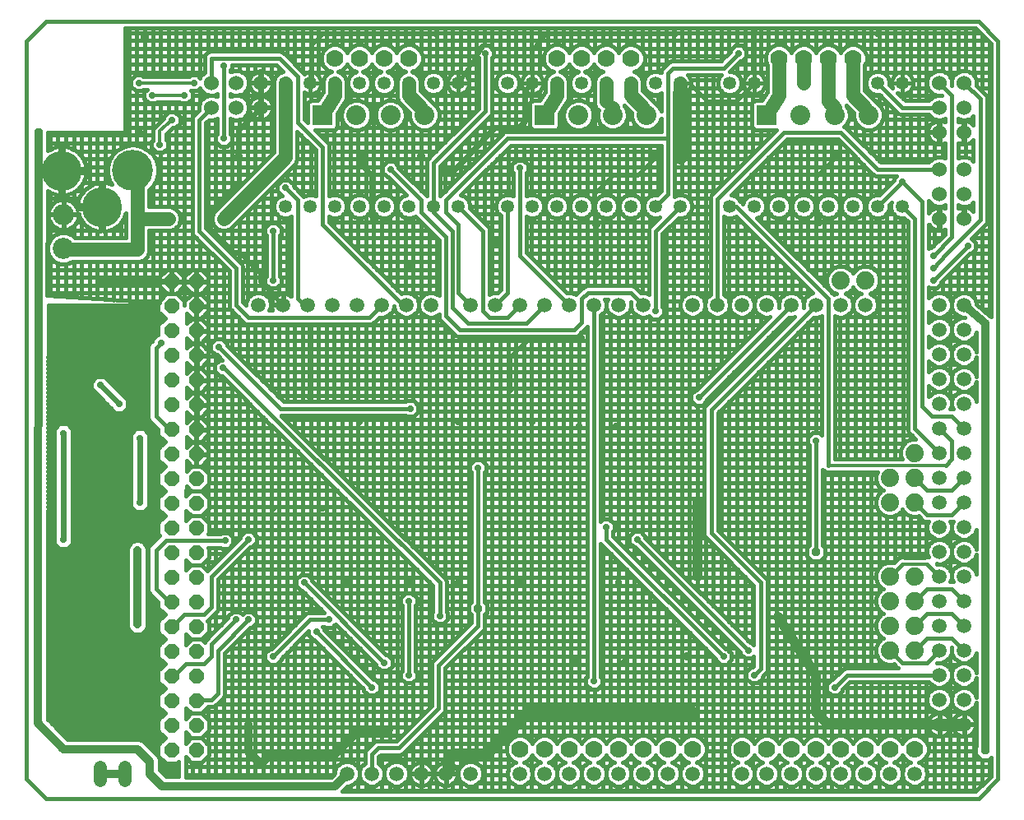
<source format=gbl>
G75*
%MOIN*%
%OFA0B0*%
%FSLAX25Y25*%
%IPPOS*%
%LPD*%
%AMOC8*
5,1,8,0,0,1.08239X$1,22.5*
%
%ADD10C,0.01600*%
%ADD11C,0.05906*%
%ADD12C,0.07000*%
%ADD13C,0.05315*%
%ADD14C,0.06000*%
%ADD15R,0.08000X0.08000*%
%ADD16C,0.08000*%
%ADD17C,0.08600*%
%ADD18OC8,0.06000*%
%ADD19C,0.05400*%
%ADD20C,0.07400*%
%ADD21C,0.16598*%
%ADD22C,0.16200*%
%ADD23OC8,0.03562*%
%ADD24OC8,0.02400*%
%ADD25C,0.05600*%
%ADD26OC8,0.02800*%
%ADD27C,0.04000*%
%ADD28C,0.03200*%
%ADD29C,0.05000*%
%ADD30R,0.02400X0.02400*%
%ADD31C,0.02400*%
%ADD32OC8,0.03169*%
%ADD33C,0.01200*%
D10*
X0016500Y0009674D02*
X0024374Y0001800D01*
X0402327Y0001800D01*
X0410201Y0009674D01*
X0410201Y0308887D01*
X0402327Y0316761D01*
X0024374Y0316761D01*
X0016500Y0308887D01*
X0016500Y0308800D02*
X0016500Y0009800D01*
X0033157Y0025800D02*
X0025003Y0033953D01*
X0025356Y0201800D01*
X0069958Y0201800D01*
X0069958Y0199130D01*
X0072722Y0196367D01*
X0069958Y0193604D01*
X0069958Y0189900D01*
X0069509Y0189900D01*
X0067400Y0187791D01*
X0067400Y0187225D01*
X0067187Y0187013D01*
X0066287Y0186113D01*
X0065800Y0184937D01*
X0065800Y0156163D01*
X0066287Y0154987D01*
X0069958Y0151316D01*
X0069958Y0149130D01*
X0072722Y0146367D01*
X0069958Y0143604D01*
X0069958Y0139130D01*
X0072722Y0136367D01*
X0069958Y0133604D01*
X0069958Y0129130D01*
X0072722Y0126367D01*
X0069958Y0123604D01*
X0069958Y0119130D01*
X0072722Y0116367D01*
X0069958Y0113604D01*
X0069958Y0109130D01*
X0070631Y0108457D01*
X0066287Y0104113D01*
X0065800Y0102937D01*
X0065800Y0086163D01*
X0066287Y0084987D01*
X0067187Y0084087D01*
X0067187Y0084087D01*
X0069958Y0081316D01*
X0069958Y0079130D01*
X0072722Y0076367D01*
X0069958Y0073604D01*
X0069958Y0069130D01*
X0072722Y0066367D01*
X0069958Y0063604D01*
X0069958Y0059130D01*
X0072722Y0056367D01*
X0069958Y0053604D01*
X0069958Y0049130D01*
X0072722Y0046367D01*
X0069958Y0043604D01*
X0069958Y0039130D01*
X0072722Y0036367D01*
X0069958Y0033604D01*
X0069958Y0029130D01*
X0072722Y0026367D01*
X0069958Y0023604D01*
X0069958Y0019130D01*
X0073122Y0015967D01*
X0077595Y0015967D01*
X0078235Y0016607D01*
X0078132Y0010800D01*
X0073157Y0010800D01*
X0070500Y0013457D01*
X0070500Y0017596D01*
X0069891Y0019066D01*
X0068766Y0020191D01*
X0063766Y0025191D01*
X0062296Y0025800D01*
X0033157Y0025800D01*
X0031581Y0027376D02*
X0071712Y0027376D01*
X0072132Y0025778D02*
X0062350Y0025778D01*
X0064778Y0024179D02*
X0070534Y0024179D01*
X0069958Y0022581D02*
X0066376Y0022581D01*
X0067975Y0020982D02*
X0069958Y0020982D01*
X0069958Y0019384D02*
X0069573Y0019384D01*
X0070422Y0017785D02*
X0071303Y0017785D01*
X0070500Y0016187D02*
X0072902Y0016187D01*
X0070500Y0014588D02*
X0078199Y0014588D01*
X0078171Y0012990D02*
X0070967Y0012990D01*
X0072566Y0011391D02*
X0078143Y0011391D01*
X0081020Y0011400D02*
X0141009Y0011400D01*
X0141300Y0011691D02*
X0141300Y0058040D01*
X0139940Y0059400D02*
X0120560Y0059400D01*
X0119700Y0058540D02*
X0130800Y0069640D01*
X0130800Y0067975D01*
X0132675Y0066100D01*
X0133240Y0066100D01*
X0153300Y0046040D01*
X0153300Y0045475D01*
X0155175Y0043600D01*
X0157825Y0043600D01*
X0159700Y0045475D01*
X0159700Y0048125D01*
X0157825Y0050000D01*
X0157260Y0050000D01*
X0137200Y0070060D01*
X0137200Y0070625D01*
X0136325Y0071500D01*
X0137275Y0071500D01*
X0137675Y0071100D01*
X0140325Y0071100D01*
X0141783Y0072557D01*
X0158300Y0056040D01*
X0158300Y0055475D01*
X0160175Y0053600D01*
X0162825Y0053600D01*
X0164700Y0055475D01*
X0164700Y0058125D01*
X0162825Y0060000D01*
X0162260Y0060000D01*
X0132200Y0090060D01*
X0132200Y0090625D01*
X0130325Y0092500D01*
X0127675Y0092500D01*
X0125800Y0090625D01*
X0125800Y0087975D01*
X0127675Y0086100D01*
X0128240Y0086100D01*
X0137240Y0077100D01*
X0130943Y0077100D01*
X0129914Y0076674D01*
X0115740Y0062500D01*
X0115175Y0062500D01*
X0113300Y0060625D01*
X0113300Y0057975D01*
X0115175Y0056100D01*
X0117825Y0056100D01*
X0119700Y0057975D01*
X0119700Y0058540D01*
X0118900Y0057175D02*
X0118900Y0010400D01*
X0115700Y0010400D02*
X0115700Y0056100D01*
X0115075Y0056200D02*
X0096800Y0056200D01*
X0096800Y0053000D02*
X0146340Y0053000D01*
X0147700Y0051640D02*
X0147700Y0016664D01*
X0147485Y0016753D02*
X0145515Y0016753D01*
X0143694Y0015999D01*
X0142301Y0014605D01*
X0141547Y0012785D01*
X0141547Y0011938D01*
X0140009Y0010400D01*
X0081018Y0010400D01*
X0081039Y0018616D01*
X0083287Y0016367D01*
X0087429Y0016367D01*
X0090358Y0019296D01*
X0090358Y0023438D01*
X0087429Y0026367D01*
X0090358Y0029296D01*
X0090358Y0033438D01*
X0087429Y0036367D01*
X0090062Y0039000D01*
X0092057Y0039000D01*
X0093086Y0039426D01*
X0093874Y0040214D01*
X0096374Y0042714D01*
X0096800Y0043743D01*
X0096800Y0060640D01*
X0107260Y0071100D01*
X0107825Y0071100D01*
X0109700Y0072975D01*
X0109700Y0075625D01*
X0107825Y0077500D01*
X0105175Y0077500D01*
X0104000Y0076325D01*
X0102825Y0077500D01*
X0100175Y0077500D01*
X0098300Y0075625D01*
X0098300Y0075060D01*
X0089914Y0066674D01*
X0089126Y0065886D01*
X0088770Y0065026D01*
X0087429Y0066367D01*
X0090358Y0069296D01*
X0090358Y0073438D01*
X0089933Y0073863D01*
X0090086Y0073926D01*
X0090874Y0074714D01*
X0093874Y0077714D01*
X0094300Y0078743D01*
X0094300Y0090640D01*
X0107260Y0103600D01*
X0107825Y0103600D01*
X0109700Y0105475D01*
X0109700Y0108125D01*
X0107825Y0110000D01*
X0105175Y0110000D01*
X0103300Y0108125D01*
X0103300Y0107560D01*
X0089768Y0094028D01*
X0087429Y0096367D01*
X0090358Y0099296D01*
X0090358Y0103438D01*
X0090296Y0103500D01*
X0095275Y0103500D01*
X0095675Y0103100D01*
X0098325Y0103100D01*
X0100200Y0104975D01*
X0100200Y0107625D01*
X0098325Y0109500D01*
X0095675Y0109500D01*
X0095275Y0109100D01*
X0090162Y0109100D01*
X0090358Y0109296D01*
X0090358Y0113438D01*
X0087429Y0116367D01*
X0090358Y0119296D01*
X0090358Y0123438D01*
X0087429Y0126367D01*
X0090358Y0129296D01*
X0090358Y0133438D01*
X0087429Y0136367D01*
X0083287Y0136367D01*
X0081330Y0134410D01*
X0081341Y0138596D01*
X0083370Y0136567D01*
X0085158Y0136567D01*
X0085158Y0141167D01*
X0085558Y0141167D01*
X0085558Y0136567D01*
X0087346Y0136567D01*
X0090158Y0139379D01*
X0090158Y0141167D01*
X0085558Y0141167D01*
X0085558Y0141567D01*
X0085158Y0141567D01*
X0085158Y0146167D01*
X0083370Y0146167D01*
X0081355Y0144152D01*
X0081366Y0148571D01*
X0083370Y0146567D01*
X0085158Y0146567D01*
X0085158Y0151167D01*
X0085558Y0151167D01*
X0085558Y0146567D01*
X0087346Y0146567D01*
X0090158Y0149379D01*
X0090158Y0151167D01*
X0085558Y0151167D01*
X0085558Y0151567D01*
X0085158Y0151567D01*
X0085158Y0156167D01*
X0083370Y0156167D01*
X0081380Y0154177D01*
X0081391Y0158546D01*
X0083370Y0156567D01*
X0085158Y0156567D01*
X0085158Y0161167D01*
X0085558Y0161167D01*
X0085558Y0156567D01*
X0087346Y0156567D01*
X0090158Y0159379D01*
X0090158Y0161167D01*
X0085558Y0161167D01*
X0085558Y0161567D01*
X0085158Y0161567D01*
X0085158Y0166167D01*
X0083370Y0166167D01*
X0081405Y0164202D01*
X0081416Y0168521D01*
X0083370Y0166567D01*
X0085158Y0166567D01*
X0085158Y0171167D01*
X0085558Y0171167D01*
X0085558Y0166567D01*
X0087346Y0166567D01*
X0090158Y0169379D01*
X0090158Y0171167D01*
X0085558Y0171167D01*
X0085558Y0171567D01*
X0085158Y0171567D01*
X0085158Y0176167D01*
X0083370Y0176167D01*
X0081431Y0174227D01*
X0081441Y0178496D01*
X0083370Y0176567D01*
X0085158Y0176567D01*
X0085158Y0181167D01*
X0085558Y0181167D01*
X0085558Y0176567D01*
X0087346Y0176567D01*
X0090158Y0179379D01*
X0090158Y0181167D01*
X0085558Y0181167D01*
X0085558Y0181567D01*
X0085158Y0181567D01*
X0085158Y0186167D01*
X0083370Y0186167D01*
X0081456Y0184253D01*
X0081466Y0188471D01*
X0083370Y0186567D01*
X0085158Y0186567D01*
X0085158Y0191167D01*
X0085558Y0191167D01*
X0085558Y0186567D01*
X0087346Y0186567D01*
X0090158Y0189379D01*
X0090158Y0191167D01*
X0085558Y0191167D01*
X0085558Y0191567D01*
X0085158Y0191567D01*
X0085158Y0196167D01*
X0083370Y0196167D01*
X0081481Y0194278D01*
X0081492Y0198445D01*
X0083370Y0196567D01*
X0085158Y0196567D01*
X0085158Y0201167D01*
X0085558Y0201167D01*
X0085558Y0196567D01*
X0087346Y0196567D01*
X0090158Y0199379D01*
X0090158Y0201167D01*
X0085558Y0201167D01*
X0085558Y0201567D01*
X0085158Y0201567D01*
X0085158Y0206167D01*
X0083370Y0206167D01*
X0080558Y0203355D01*
X0080558Y0201867D01*
X0080358Y0201881D01*
X0080358Y0203438D01*
X0077429Y0206367D01*
X0073287Y0206367D01*
X0070358Y0203438D01*
X0070358Y0202590D01*
X0024964Y0205806D01*
X0025053Y0248132D01*
X0025077Y0248113D01*
X0026019Y0247522D01*
X0027020Y0247039D01*
X0028070Y0246672D01*
X0029154Y0246424D01*
X0030015Y0246327D01*
X0030015Y0255400D01*
X0031615Y0255400D01*
X0031615Y0257000D01*
X0040687Y0257000D01*
X0040590Y0257861D01*
X0040343Y0258945D01*
X0039976Y0259995D01*
X0039493Y0260996D01*
X0038902Y0261938D01*
X0038208Y0262807D01*
X0037422Y0263593D01*
X0036553Y0264287D01*
X0035611Y0264878D01*
X0034609Y0265361D01*
X0033560Y0265728D01*
X0032476Y0265975D01*
X0031615Y0266072D01*
X0031615Y0257000D01*
X0030015Y0257000D01*
X0030015Y0266072D01*
X0029154Y0265975D01*
X0028070Y0265728D01*
X0027020Y0265361D01*
X0026019Y0264878D01*
X0025087Y0264293D01*
X0025098Y0269680D01*
X0025100Y0269684D01*
X0025100Y0270053D01*
X0025281Y0270234D01*
X0025281Y0271800D01*
X0056500Y0271800D01*
X0056500Y0313961D01*
X0401167Y0313961D01*
X0407401Y0307727D01*
X0407401Y0196990D01*
X0407039Y0197352D01*
X0406932Y0197396D01*
X0401453Y0202231D01*
X0401453Y0202785D01*
X0400699Y0204605D01*
X0399305Y0205999D01*
X0397485Y0206753D01*
X0395515Y0206753D01*
X0393694Y0205999D01*
X0392301Y0204605D01*
X0391547Y0202785D01*
X0391547Y0200815D01*
X0392301Y0198994D01*
X0393694Y0197601D01*
X0395515Y0196847D01*
X0396672Y0196847D01*
X0396779Y0196753D01*
X0395515Y0196753D01*
X0393694Y0195999D01*
X0392301Y0194605D01*
X0391547Y0192785D01*
X0391547Y0190815D01*
X0392301Y0188994D01*
X0393694Y0187601D01*
X0395515Y0186847D01*
X0397485Y0186847D01*
X0399305Y0187601D01*
X0400699Y0188994D01*
X0401400Y0190688D01*
X0401400Y0182912D01*
X0400699Y0184605D01*
X0399305Y0185999D01*
X0397485Y0186753D01*
X0395515Y0186753D01*
X0393694Y0185999D01*
X0392301Y0184605D01*
X0391547Y0182785D01*
X0391547Y0180815D01*
X0392301Y0178994D01*
X0393694Y0177601D01*
X0395515Y0176847D01*
X0397485Y0176847D01*
X0399305Y0177601D01*
X0400699Y0178994D01*
X0401400Y0180688D01*
X0401400Y0172912D01*
X0400699Y0174605D01*
X0399305Y0175999D01*
X0397485Y0176753D01*
X0395515Y0176753D01*
X0393694Y0175999D01*
X0392301Y0174605D01*
X0391547Y0172785D01*
X0391547Y0170815D01*
X0392301Y0168994D01*
X0393694Y0167601D01*
X0395515Y0166847D01*
X0397485Y0166847D01*
X0399305Y0167601D01*
X0400699Y0168994D01*
X0401400Y0170688D01*
X0401400Y0162912D01*
X0400699Y0164605D01*
X0399305Y0165999D01*
X0397485Y0166753D01*
X0395515Y0166753D01*
X0393694Y0165999D01*
X0392301Y0164605D01*
X0391547Y0162785D01*
X0391547Y0160815D01*
X0392050Y0159600D01*
X0390950Y0159600D01*
X0391453Y0160815D01*
X0391453Y0162785D01*
X0390699Y0164605D01*
X0389305Y0165999D01*
X0387485Y0166753D01*
X0385515Y0166753D01*
X0383694Y0165999D01*
X0382301Y0164605D01*
X0382300Y0164602D01*
X0382300Y0168998D01*
X0382301Y0168994D01*
X0383694Y0167601D01*
X0385515Y0166847D01*
X0387485Y0166847D01*
X0389305Y0167601D01*
X0390699Y0168994D01*
X0391453Y0170815D01*
X0391453Y0172785D01*
X0390699Y0174605D01*
X0389305Y0175999D01*
X0387485Y0176753D01*
X0385515Y0176753D01*
X0383694Y0175999D01*
X0382301Y0174605D01*
X0382300Y0174602D01*
X0382300Y0178998D01*
X0382301Y0178994D01*
X0383694Y0177601D01*
X0385515Y0176847D01*
X0387485Y0176847D01*
X0389305Y0177601D01*
X0390699Y0178994D01*
X0391453Y0180815D01*
X0391453Y0182785D01*
X0390699Y0184605D01*
X0389305Y0185999D01*
X0387485Y0186753D01*
X0385515Y0186753D01*
X0383694Y0185999D01*
X0382301Y0184605D01*
X0382300Y0184602D01*
X0382300Y0188998D01*
X0382301Y0188994D01*
X0383694Y0187601D01*
X0385515Y0186847D01*
X0387485Y0186847D01*
X0389305Y0187601D01*
X0390699Y0188994D01*
X0391453Y0190815D01*
X0391453Y0192785D01*
X0390699Y0194605D01*
X0389305Y0195999D01*
X0387485Y0196753D01*
X0385515Y0196753D01*
X0383694Y0195999D01*
X0382301Y0194605D01*
X0382300Y0194602D01*
X0382300Y0198998D01*
X0382301Y0198994D01*
X0383694Y0197601D01*
X0385515Y0196847D01*
X0387485Y0196847D01*
X0389305Y0197601D01*
X0390699Y0198994D01*
X0391453Y0200815D01*
X0391453Y0202785D01*
X0390699Y0204605D01*
X0389305Y0205999D01*
X0387485Y0206753D01*
X0385515Y0206753D01*
X0383694Y0205999D01*
X0382301Y0204605D01*
X0382300Y0204602D01*
X0382300Y0208975D01*
X0382675Y0208600D01*
X0385325Y0208600D01*
X0387200Y0210475D01*
X0387200Y0211040D01*
X0398760Y0222600D01*
X0399325Y0222600D01*
X0407401Y0222600D01*
X0407401Y0219400D02*
X0395560Y0219400D01*
X0394100Y0217940D02*
X0394100Y0206167D01*
X0395146Y0206600D02*
X0387854Y0206600D01*
X0387700Y0206664D02*
X0387700Y0211540D01*
X0389160Y0213000D02*
X0407401Y0213000D01*
X0407401Y0209800D02*
X0386525Y0209800D01*
X0384500Y0208600D02*
X0384500Y0206332D01*
X0385146Y0206600D02*
X0382300Y0206600D01*
X0384000Y0211800D02*
X0398000Y0225800D01*
X0401200Y0225800D02*
X0407401Y0225800D01*
X0407401Y0229000D02*
X0399660Y0229000D01*
X0399493Y0228833D02*
X0405374Y0234714D01*
X0405800Y0235743D01*
X0405800Y0285857D01*
X0405374Y0286886D01*
X0404586Y0287674D01*
X0401487Y0290773D01*
X0401500Y0290805D01*
X0401500Y0292795D01*
X0400739Y0294632D01*
X0399332Y0296039D01*
X0397495Y0296800D01*
X0395505Y0296800D01*
X0393668Y0296039D01*
X0392261Y0294632D01*
X0391500Y0292795D01*
X0390739Y0294632D01*
X0389332Y0296039D01*
X0387495Y0296800D01*
X0385505Y0296800D01*
X0383668Y0296039D01*
X0382261Y0294632D01*
X0381500Y0292795D01*
X0381500Y0290805D01*
X0382261Y0288968D01*
X0383668Y0287561D01*
X0385505Y0286800D01*
X0383668Y0286039D01*
X0382261Y0284632D01*
X0382248Y0284600D01*
X0372660Y0284600D01*
X0369385Y0287875D01*
X0369789Y0287669D01*
X0370456Y0287452D01*
X0371149Y0287343D01*
X0371414Y0287343D01*
X0371414Y0291714D01*
X0367043Y0291714D01*
X0367043Y0291449D01*
X0367152Y0290756D01*
X0367369Y0290089D01*
X0367575Y0289685D01*
X0366157Y0291102D01*
X0366157Y0292726D01*
X0365448Y0294438D01*
X0364138Y0295748D01*
X0362426Y0296457D01*
X0360574Y0296457D01*
X0358862Y0295748D01*
X0357552Y0294438D01*
X0356843Y0292726D01*
X0356843Y0290874D01*
X0357552Y0289162D01*
X0358862Y0287852D01*
X0360574Y0287143D01*
X0362198Y0287143D01*
X0369126Y0280214D01*
X0369914Y0279426D01*
X0370943Y0279000D01*
X0382248Y0279000D01*
X0382261Y0278968D01*
X0383668Y0277561D01*
X0385505Y0276800D01*
X0387495Y0276800D01*
X0388700Y0277299D01*
X0388700Y0276066D01*
X0388343Y0276248D01*
X0387624Y0276482D01*
X0386878Y0276600D01*
X0386700Y0276600D01*
X0386700Y0272000D01*
X0386300Y0272000D01*
X0386300Y0276600D01*
X0386122Y0276600D01*
X0385376Y0276482D01*
X0384657Y0276248D01*
X0383984Y0275905D01*
X0383373Y0275461D01*
X0382839Y0274927D01*
X0382395Y0274316D01*
X0382052Y0273643D01*
X0381818Y0272924D01*
X0381700Y0272178D01*
X0381700Y0272000D01*
X0386300Y0272000D01*
X0386300Y0271600D01*
X0386700Y0271600D01*
X0386700Y0267000D01*
X0386878Y0267000D01*
X0387624Y0267118D01*
X0388343Y0267352D01*
X0388700Y0267534D01*
X0388700Y0261301D01*
X0387495Y0261800D01*
X0385505Y0261800D01*
X0383668Y0261039D01*
X0382261Y0259632D01*
X0382248Y0259600D01*
X0362660Y0259600D01*
X0348086Y0274174D01*
X0347967Y0274223D01*
X0349146Y0275401D01*
X0350059Y0277607D01*
X0350059Y0279993D01*
X0349146Y0282199D01*
X0348800Y0282544D01*
X0348800Y0282712D01*
X0351839Y0279673D01*
X0351839Y0277607D01*
X0352752Y0275401D01*
X0354440Y0273713D01*
X0356645Y0272800D01*
X0359032Y0272800D01*
X0361237Y0273713D01*
X0362925Y0275401D01*
X0363839Y0277607D01*
X0363839Y0279993D01*
X0362925Y0282199D01*
X0361237Y0283887D01*
X0360747Y0284090D01*
X0360569Y0284519D01*
X0360522Y0284566D01*
X0360494Y0284628D01*
X0359848Y0285240D01*
X0356300Y0288788D01*
X0356300Y0299016D01*
X0357000Y0300706D01*
X0357000Y0302894D01*
X0356163Y0304915D01*
X0354615Y0306463D01*
X0352594Y0307300D01*
X0350406Y0307300D01*
X0348384Y0306463D01*
X0346837Y0304915D01*
X0346500Y0304101D01*
X0346163Y0304915D01*
X0344615Y0306463D01*
X0342594Y0307300D01*
X0340406Y0307300D01*
X0338384Y0306463D01*
X0336837Y0304915D01*
X0336500Y0304101D01*
X0336163Y0304915D01*
X0334615Y0306463D01*
X0332594Y0307300D01*
X0330406Y0307300D01*
X0328384Y0306463D01*
X0326837Y0304915D01*
X0326500Y0304101D01*
X0326163Y0304915D01*
X0324615Y0306463D01*
X0322594Y0307300D01*
X0320406Y0307300D01*
X0318384Y0306463D01*
X0316837Y0304915D01*
X0316000Y0302894D01*
X0316000Y0300706D01*
X0316700Y0299016D01*
X0316700Y0288177D01*
X0314590Y0284800D01*
X0311672Y0284800D01*
X0310500Y0283628D01*
X0310500Y0273972D01*
X0311672Y0272800D01*
X0320540Y0272800D01*
X0294126Y0246386D01*
X0293700Y0245357D01*
X0293700Y0206001D01*
X0293694Y0205999D01*
X0292301Y0204605D01*
X0291547Y0202785D01*
X0291547Y0200815D01*
X0292301Y0198994D01*
X0293694Y0197601D01*
X0295515Y0196847D01*
X0297485Y0196847D01*
X0299305Y0197601D01*
X0300699Y0198994D01*
X0301453Y0200815D01*
X0301453Y0202785D01*
X0300699Y0204605D01*
X0299305Y0205999D01*
X0299300Y0206001D01*
X0299300Y0237670D01*
X0300574Y0237143D01*
X0302426Y0237143D01*
X0304032Y0237808D01*
X0335213Y0206628D01*
X0333694Y0205999D01*
X0332301Y0204605D01*
X0331547Y0202785D01*
X0331547Y0200815D01*
X0331550Y0200809D01*
X0331380Y0200640D01*
X0331453Y0200815D01*
X0331453Y0202785D01*
X0330699Y0204605D01*
X0329305Y0205999D01*
X0327485Y0206753D01*
X0325515Y0206753D01*
X0323694Y0205999D01*
X0322301Y0204605D01*
X0321547Y0202785D01*
X0321547Y0200815D01*
X0321550Y0200809D01*
X0321380Y0200640D01*
X0321453Y0200815D01*
X0321453Y0202785D01*
X0320699Y0204605D01*
X0319305Y0205999D01*
X0317485Y0206753D01*
X0315515Y0206753D01*
X0313694Y0205999D01*
X0312301Y0204605D01*
X0311547Y0202785D01*
X0311547Y0200815D01*
X0312301Y0198994D01*
X0313694Y0197601D01*
X0315515Y0196847D01*
X0317485Y0196847D01*
X0317660Y0196920D01*
X0288240Y0167500D01*
X0287675Y0167500D01*
X0285800Y0165625D01*
X0285800Y0162975D01*
X0287675Y0161100D01*
X0290325Y0161100D01*
X0292200Y0162975D01*
X0292200Y0163540D01*
X0325509Y0196850D01*
X0325515Y0196847D01*
X0327485Y0196847D01*
X0327660Y0196920D01*
X0291626Y0160886D01*
X0291200Y0159857D01*
X0291200Y0108743D01*
X0291626Y0107714D01*
X0292414Y0106926D01*
X0311200Y0088140D01*
X0311200Y0064125D01*
X0310325Y0065000D01*
X0309760Y0065000D01*
X0267200Y0107560D01*
X0267200Y0108125D01*
X0265325Y0110000D01*
X0262675Y0110000D01*
X0260800Y0108125D01*
X0260800Y0105475D01*
X0262675Y0103600D01*
X0263240Y0103600D01*
X0305800Y0061040D01*
X0305800Y0060475D01*
X0307675Y0058600D01*
X0310325Y0058600D01*
X0311200Y0059475D01*
X0311200Y0055460D01*
X0310740Y0055000D01*
X0310175Y0055000D01*
X0308300Y0053125D01*
X0308300Y0050475D01*
X0310175Y0048600D01*
X0312825Y0048600D01*
X0314700Y0050475D01*
X0314700Y0051040D01*
X0315586Y0051926D01*
X0316374Y0052714D01*
X0316800Y0053743D01*
X0316800Y0089857D01*
X0316374Y0090886D01*
X0296800Y0110460D01*
X0296800Y0158140D01*
X0335509Y0196850D01*
X0335515Y0196847D01*
X0337485Y0196847D01*
X0338700Y0197350D01*
X0338700Y0149125D01*
X0337825Y0150000D01*
X0335175Y0150000D01*
X0333300Y0148125D01*
X0333300Y0194640D01*
X0332460Y0193800D02*
X0338700Y0193800D01*
X0338700Y0197000D02*
X0337854Y0197000D01*
X0336500Y0196847D02*
X0336500Y0150000D01*
X0334175Y0149000D02*
X0296800Y0149000D01*
X0296800Y0145800D02*
X0333300Y0145800D01*
X0333300Y0145475D02*
X0333300Y0103947D01*
X0333553Y0104200D02*
X0303060Y0104200D01*
X0304500Y0102760D02*
X0304500Y0165840D01*
X0303660Y0165000D02*
X0338700Y0165000D01*
X0338700Y0161800D02*
X0300460Y0161800D01*
X0301300Y0162640D02*
X0301300Y0105960D01*
X0299860Y0107400D02*
X0333700Y0107400D01*
X0333700Y0104347D02*
X0332719Y0103366D01*
X0332719Y0100234D01*
X0334934Y0098019D01*
X0338066Y0098019D01*
X0340281Y0100234D01*
X0340281Y0103366D01*
X0339300Y0104347D01*
X0339300Y0135040D01*
X0339914Y0134426D01*
X0340943Y0134000D01*
X0342057Y0134000D01*
X0342540Y0134200D01*
X0361324Y0134200D01*
X0360800Y0132934D01*
X0360800Y0130666D01*
X0361668Y0128571D01*
X0363271Y0126968D01*
X0363676Y0126800D01*
X0363271Y0126632D01*
X0361668Y0125029D01*
X0360800Y0122934D01*
X0360800Y0120666D01*
X0361668Y0118571D01*
X0363271Y0116968D01*
X0365366Y0116100D01*
X0367634Y0116100D01*
X0369729Y0116968D01*
X0371332Y0118571D01*
X0371500Y0118976D01*
X0371668Y0118571D01*
X0373271Y0116968D01*
X0375366Y0116100D01*
X0377634Y0116100D01*
X0378063Y0116278D01*
X0379914Y0114426D01*
X0380943Y0114000D01*
X0382050Y0114000D01*
X0381547Y0112785D01*
X0381547Y0110815D01*
X0382301Y0108994D01*
X0383694Y0107601D01*
X0385515Y0106847D01*
X0387485Y0106847D01*
X0389305Y0107601D01*
X0390699Y0108994D01*
X0391453Y0110815D01*
X0391453Y0112785D01*
X0390950Y0114000D01*
X0392050Y0114000D01*
X0391547Y0112785D01*
X0391547Y0110815D01*
X0392301Y0108994D01*
X0393694Y0107601D01*
X0395515Y0106847D01*
X0397485Y0106847D01*
X0399305Y0107601D01*
X0400699Y0108994D01*
X0401400Y0110688D01*
X0401400Y0102912D01*
X0400699Y0104605D01*
X0399305Y0105999D01*
X0397485Y0106753D01*
X0395515Y0106753D01*
X0393694Y0105999D01*
X0392301Y0104605D01*
X0391547Y0102785D01*
X0391547Y0100815D01*
X0392301Y0098994D01*
X0393694Y0097601D01*
X0395515Y0096847D01*
X0397485Y0096847D01*
X0399305Y0097601D01*
X0400699Y0098994D01*
X0401400Y0100688D01*
X0401400Y0092912D01*
X0400699Y0094605D01*
X0399305Y0095999D01*
X0397485Y0096753D01*
X0395515Y0096753D01*
X0393694Y0095999D01*
X0392301Y0094605D01*
X0391547Y0092785D01*
X0391547Y0090815D01*
X0392050Y0089600D01*
X0390950Y0089600D01*
X0391453Y0090815D01*
X0391453Y0092785D01*
X0390699Y0094605D01*
X0389305Y0095999D01*
X0387485Y0096753D01*
X0385515Y0096753D01*
X0385509Y0096750D01*
X0385340Y0096920D01*
X0385515Y0096847D01*
X0387485Y0096847D01*
X0389305Y0097601D01*
X0390699Y0098994D01*
X0391453Y0100815D01*
X0391453Y0102785D01*
X0390699Y0104605D01*
X0389305Y0105999D01*
X0387485Y0106753D01*
X0385515Y0106753D01*
X0383694Y0105999D01*
X0382301Y0104605D01*
X0381547Y0102785D01*
X0381547Y0100815D01*
X0382050Y0099600D01*
X0380943Y0099600D01*
X0380460Y0099400D01*
X0372540Y0099400D01*
X0372057Y0099600D01*
X0370943Y0099600D01*
X0369914Y0099174D01*
X0368063Y0097322D01*
X0367634Y0097500D01*
X0365366Y0097500D01*
X0363271Y0096632D01*
X0361668Y0095029D01*
X0360800Y0092934D01*
X0360800Y0090666D01*
X0361668Y0088571D01*
X0363271Y0086968D01*
X0363676Y0086800D01*
X0363271Y0086632D01*
X0361668Y0085029D01*
X0360800Y0082934D01*
X0360800Y0080666D01*
X0361668Y0078571D01*
X0363271Y0076968D01*
X0363676Y0076800D01*
X0363271Y0076632D01*
X0361668Y0075029D01*
X0360800Y0072934D01*
X0360800Y0070666D01*
X0361668Y0068571D01*
X0363271Y0066968D01*
X0363676Y0066800D01*
X0363271Y0066632D01*
X0361668Y0065029D01*
X0360800Y0062934D01*
X0360800Y0060666D01*
X0361668Y0058571D01*
X0363271Y0056968D01*
X0365366Y0056100D01*
X0367634Y0056100D01*
X0368063Y0056278D01*
X0369126Y0055214D01*
X0369740Y0054600D01*
X0348443Y0054600D01*
X0347414Y0054174D01*
X0343240Y0050000D01*
X0342675Y0050000D01*
X0340800Y0048125D01*
X0340800Y0045475D01*
X0342675Y0043600D01*
X0345325Y0043600D01*
X0347200Y0045475D01*
X0347200Y0046040D01*
X0350160Y0049000D01*
X0382299Y0049000D01*
X0382301Y0048994D01*
X0383694Y0047601D01*
X0385515Y0046847D01*
X0387485Y0046847D01*
X0389305Y0047601D01*
X0390699Y0048994D01*
X0391453Y0050815D01*
X0391453Y0052785D01*
X0390699Y0054605D01*
X0389305Y0055999D01*
X0387485Y0056753D01*
X0385515Y0056753D01*
X0385340Y0056680D01*
X0385509Y0056850D01*
X0385515Y0056847D01*
X0387485Y0056847D01*
X0389305Y0057601D01*
X0390699Y0058994D01*
X0391453Y0060815D01*
X0391453Y0062785D01*
X0391380Y0062960D01*
X0391550Y0062791D01*
X0391547Y0062785D01*
X0391547Y0060815D01*
X0392301Y0058994D01*
X0393694Y0057601D01*
X0395515Y0056847D01*
X0397485Y0056847D01*
X0399305Y0057601D01*
X0400699Y0058994D01*
X0401400Y0060688D01*
X0401400Y0052912D01*
X0400699Y0054605D01*
X0399305Y0055999D01*
X0397485Y0056753D01*
X0395515Y0056753D01*
X0393694Y0055999D01*
X0392301Y0054605D01*
X0391547Y0052785D01*
X0391547Y0050815D01*
X0392301Y0048994D01*
X0393694Y0047601D01*
X0395515Y0046847D01*
X0397485Y0046847D01*
X0399305Y0047601D01*
X0400699Y0048994D01*
X0401400Y0050688D01*
X0401400Y0042912D01*
X0400699Y0044605D01*
X0399305Y0045999D01*
X0397485Y0046753D01*
X0395515Y0046753D01*
X0393694Y0045999D01*
X0392301Y0044605D01*
X0391547Y0042785D01*
X0391547Y0040815D01*
X0392301Y0038994D01*
X0393694Y0037601D01*
X0395515Y0036847D01*
X0397485Y0036847D01*
X0399305Y0037601D01*
X0400699Y0038994D01*
X0401400Y0040688D01*
X0401400Y0023047D01*
X0401219Y0022866D01*
X0401219Y0019734D01*
X0403434Y0017519D01*
X0406566Y0017519D01*
X0407401Y0018354D01*
X0407401Y0010834D01*
X0401167Y0004600D01*
X0144391Y0004600D01*
X0146638Y0006847D01*
X0147485Y0006847D01*
X0149305Y0007601D01*
X0150699Y0008994D01*
X0151453Y0010815D01*
X0151453Y0012785D01*
X0150699Y0014605D01*
X0149305Y0015999D01*
X0147485Y0016753D01*
X0144500Y0016332D02*
X0144500Y0054840D01*
X0143140Y0056200D02*
X0117925Y0056200D01*
X0116500Y0059300D02*
X0131500Y0074300D01*
X0139000Y0074300D01*
X0141300Y0072075D02*
X0141300Y0065960D01*
X0141460Y0065800D02*
X0148540Y0065800D01*
X0147700Y0066640D02*
X0147700Y0059560D01*
X0147860Y0059400D02*
X0154940Y0059400D01*
X0154100Y0060240D02*
X0154100Y0053160D01*
X0154260Y0053000D02*
X0168300Y0053000D01*
X0168300Y0053125D02*
X0168300Y0050475D01*
X0170175Y0048600D01*
X0172825Y0048600D01*
X0174700Y0050475D01*
X0174700Y0053125D01*
X0174300Y0053525D01*
X0174300Y0080075D01*
X0174700Y0080475D01*
X0174700Y0083125D01*
X0172825Y0085000D01*
X0170175Y0085000D01*
X0168300Y0083125D01*
X0168300Y0080475D01*
X0168700Y0080075D01*
X0168700Y0053525D01*
X0168300Y0053125D01*
X0168700Y0056200D02*
X0164700Y0056200D01*
X0163700Y0054475D02*
X0163700Y0025100D01*
X0166340Y0025100D02*
X0158443Y0025100D01*
X0157414Y0024674D01*
X0154914Y0022174D01*
X0154126Y0021386D01*
X0153700Y0020357D01*
X0153700Y0016001D01*
X0153694Y0015999D01*
X0152301Y0014605D01*
X0151547Y0012785D01*
X0151547Y0010815D01*
X0152301Y0008994D01*
X0153694Y0007601D01*
X0155515Y0006847D01*
X0157485Y0006847D01*
X0159305Y0007601D01*
X0160699Y0008994D01*
X0161453Y0010815D01*
X0161453Y0012785D01*
X0160699Y0014605D01*
X0159305Y0015999D01*
X0159300Y0016001D01*
X0159300Y0018640D01*
X0160160Y0019500D01*
X0168057Y0019500D01*
X0169086Y0019926D01*
X0169874Y0020714D01*
X0185874Y0036714D01*
X0186300Y0037743D01*
X0186300Y0054640D01*
X0201874Y0070214D01*
X0202300Y0071243D01*
X0202300Y0076253D01*
X0203281Y0077234D01*
X0203281Y0080366D01*
X0202300Y0081347D01*
X0202300Y0134075D01*
X0202700Y0134475D01*
X0202700Y0137125D01*
X0200825Y0139000D01*
X0198175Y0139000D01*
X0196300Y0137125D01*
X0196300Y0134475D01*
X0196700Y0134075D01*
X0196700Y0081347D01*
X0195719Y0080366D01*
X0195719Y0077234D01*
X0196700Y0076253D01*
X0196700Y0072960D01*
X0181914Y0058174D01*
X0181126Y0057386D01*
X0180700Y0056357D01*
X0180700Y0039460D01*
X0166340Y0025100D01*
X0166900Y0025660D02*
X0166900Y0102326D01*
X0168236Y0101000D02*
X0104660Y0101000D01*
X0106100Y0102440D02*
X0106100Y0077500D01*
X0102900Y0077425D02*
X0102900Y0099240D01*
X0101460Y0097800D02*
X0171460Y0097800D01*
X0170100Y0099150D02*
X0170100Y0084925D01*
X0173300Y0084525D02*
X0173300Y0095974D01*
X0174685Y0094600D02*
X0098260Y0094600D01*
X0099700Y0096040D02*
X0099700Y0077025D01*
X0098300Y0075400D02*
X0091560Y0075400D01*
X0090100Y0073940D02*
X0090100Y0073696D01*
X0090358Y0072200D02*
X0095440Y0072200D01*
X0096500Y0073260D02*
X0096500Y0092840D01*
X0095060Y0091400D02*
X0126575Y0091400D01*
X0128500Y0092500D02*
X0128500Y0140435D01*
X0129543Y0139400D02*
X0090158Y0139400D01*
X0090100Y0139320D02*
X0090100Y0133696D01*
X0090358Y0133000D02*
X0135991Y0133000D01*
X0134900Y0134083D02*
X0134900Y0087360D01*
X0134060Y0088200D02*
X0181133Y0088200D01*
X0181200Y0088134D02*
X0181200Y0077525D01*
X0180800Y0077125D01*
X0180800Y0074475D01*
X0182675Y0072600D01*
X0185325Y0072600D01*
X0187200Y0074475D01*
X0187200Y0077125D01*
X0186800Y0077525D01*
X0186800Y0088749D01*
X0186802Y0088754D01*
X0186800Y0089304D01*
X0186800Y0089857D01*
X0186798Y0089862D01*
X0186798Y0089868D01*
X0186585Y0090376D01*
X0186374Y0090886D01*
X0186370Y0090890D01*
X0186368Y0090895D01*
X0185976Y0091284D01*
X0185586Y0091674D01*
X0185581Y0091676D01*
X0119977Y0156783D01*
X0119760Y0157000D01*
X0170275Y0157000D01*
X0170675Y0156600D01*
X0173325Y0156600D01*
X0175200Y0158475D01*
X0175200Y0161125D01*
X0173325Y0163000D01*
X0170675Y0163000D01*
X0170275Y0162600D01*
X0120660Y0162600D01*
X0097700Y0185560D01*
X0097700Y0186125D01*
X0095825Y0188000D01*
X0093175Y0188000D01*
X0091300Y0186125D01*
X0091300Y0183475D01*
X0093175Y0181600D01*
X0093740Y0181600D01*
X0095840Y0179500D01*
X0094675Y0179500D01*
X0092800Y0177625D01*
X0092800Y0174975D01*
X0094675Y0173100D01*
X0095740Y0173100D01*
X0115630Y0153210D01*
X0115632Y0153205D01*
X0116024Y0152816D01*
X0116414Y0152426D01*
X0116419Y0152424D01*
X0181200Y0088134D01*
X0179700Y0089623D02*
X0179700Y0038460D01*
X0180700Y0040200D02*
X0093860Y0040200D01*
X0093300Y0039640D02*
X0093300Y0010400D01*
X0090100Y0010400D02*
X0090100Y0019038D01*
X0088862Y0017800D02*
X0153700Y0017800D01*
X0153966Y0021000D02*
X0090358Y0021000D01*
X0090100Y0023696D02*
X0090100Y0029038D01*
X0090358Y0030600D02*
X0171840Y0030600D01*
X0173300Y0032060D02*
X0173300Y0049075D01*
X0174025Y0049800D02*
X0180700Y0049800D01*
X0180700Y0046600D02*
X0159700Y0046600D01*
X0156500Y0046800D02*
X0134000Y0069300D01*
X0131700Y0067075D02*
X0131700Y0010400D01*
X0128500Y0010400D02*
X0128500Y0067340D01*
X0126960Y0065800D02*
X0133540Y0065800D01*
X0134900Y0064440D02*
X0134900Y0010400D01*
X0138100Y0010400D02*
X0138100Y0061240D01*
X0136740Y0062600D02*
X0123760Y0062600D01*
X0125300Y0064140D02*
X0125300Y0010400D01*
X0122100Y0010400D02*
X0122100Y0060940D01*
X0118900Y0065660D02*
X0118900Y0149962D01*
X0119869Y0149000D02*
X0089780Y0149000D01*
X0090100Y0149320D02*
X0090100Y0143413D01*
X0090158Y0143355D02*
X0087346Y0146167D01*
X0085558Y0146167D01*
X0085558Y0141567D01*
X0090158Y0141567D01*
X0090158Y0143355D01*
X0090158Y0142600D02*
X0126318Y0142600D01*
X0125300Y0143610D02*
X0125300Y0072060D01*
X0125440Y0072200D02*
X0108925Y0072200D01*
X0109300Y0072575D02*
X0109300Y0010400D01*
X0112500Y0010400D02*
X0112500Y0156340D01*
X0113440Y0155400D02*
X0088113Y0155400D01*
X0087346Y0156167D02*
X0090158Y0153355D01*
X0090158Y0151567D01*
X0085558Y0151567D01*
X0085558Y0156167D01*
X0087346Y0156167D01*
X0086900Y0156167D02*
X0086900Y0156567D01*
X0085558Y0155400D02*
X0085158Y0155400D01*
X0083700Y0156167D02*
X0083700Y0156567D01*
X0082603Y0155400D02*
X0081383Y0155400D01*
X0085158Y0152200D02*
X0085558Y0152200D01*
X0085358Y0151367D02*
X0085358Y0141367D01*
X0085158Y0142600D02*
X0085558Y0142600D01*
X0086900Y0141567D02*
X0086900Y0141167D01*
X0085558Y0139400D02*
X0085158Y0139400D01*
X0083700Y0136567D02*
X0083700Y0136367D01*
X0083120Y0136200D02*
X0081335Y0136200D01*
X0086900Y0136367D02*
X0086900Y0136567D01*
X0087596Y0136200D02*
X0132767Y0136200D01*
X0131700Y0137259D02*
X0131700Y0091125D01*
X0131425Y0091400D02*
X0177909Y0091400D01*
X0176500Y0092798D02*
X0176500Y0035260D01*
X0175040Y0033800D02*
X0089996Y0033800D01*
X0090100Y0033696D02*
X0090100Y0039000D01*
X0088062Y0037000D02*
X0178240Y0037000D01*
X0183500Y0038300D02*
X0167500Y0022300D01*
X0159000Y0022300D01*
X0156500Y0019800D01*
X0156500Y0011800D01*
X0159904Y0008200D02*
X0163096Y0008200D01*
X0163694Y0007601D02*
X0165515Y0006847D01*
X0167485Y0006847D01*
X0169305Y0007601D01*
X0170699Y0008994D01*
X0171453Y0010815D01*
X0171453Y0012785D01*
X0170699Y0014605D01*
X0169305Y0015999D01*
X0167485Y0016753D01*
X0165515Y0016753D01*
X0163694Y0015999D01*
X0162301Y0014605D01*
X0161547Y0012785D01*
X0161547Y0010815D01*
X0162301Y0008994D01*
X0163694Y0007601D01*
X0163700Y0007599D02*
X0163700Y0004600D01*
X0166900Y0004600D02*
X0166900Y0006847D01*
X0169904Y0008200D02*
X0173379Y0008200D01*
X0173404Y0008175D02*
X0174009Y0007735D01*
X0174676Y0007395D01*
X0175387Y0007164D01*
X0176126Y0007047D01*
X0176316Y0007047D01*
X0176316Y0011616D01*
X0176684Y0011616D01*
X0176684Y0007047D01*
X0176874Y0007047D01*
X0177613Y0007164D01*
X0178324Y0007395D01*
X0178991Y0007735D01*
X0179596Y0008175D01*
X0180125Y0008704D01*
X0180565Y0009309D01*
X0180905Y0009976D01*
X0181136Y0010687D01*
X0181253Y0011426D01*
X0181253Y0011616D01*
X0176684Y0011616D01*
X0176684Y0011984D01*
X0181253Y0011984D01*
X0181253Y0012174D01*
X0181136Y0012913D01*
X0180905Y0013624D01*
X0180565Y0014291D01*
X0180125Y0014896D01*
X0179596Y0015425D01*
X0178991Y0015865D01*
X0178324Y0016205D01*
X0177613Y0016436D01*
X0176874Y0016553D01*
X0176684Y0016553D01*
X0176684Y0011984D01*
X0176316Y0011984D01*
X0176316Y0011616D01*
X0171747Y0011616D01*
X0171747Y0011426D01*
X0171864Y0010687D01*
X0172095Y0009976D01*
X0172435Y0009309D01*
X0172875Y0008704D01*
X0173404Y0008175D01*
X0173300Y0008279D02*
X0173300Y0004600D01*
X0170100Y0004600D02*
X0170100Y0008396D01*
X0171453Y0011400D02*
X0171751Y0011400D01*
X0171747Y0011984D02*
X0176316Y0011984D01*
X0176316Y0016553D01*
X0176126Y0016553D01*
X0175387Y0016436D01*
X0174676Y0016205D01*
X0174009Y0015865D01*
X0173404Y0015425D01*
X0172875Y0014896D01*
X0172435Y0014291D01*
X0172095Y0013624D01*
X0171864Y0012913D01*
X0171747Y0012174D01*
X0171747Y0011984D01*
X0173300Y0011984D02*
X0173300Y0011616D01*
X0176316Y0011400D02*
X0176684Y0011400D01*
X0176500Y0011616D02*
X0176500Y0004600D01*
X0179700Y0004600D02*
X0179700Y0008279D01*
X0179621Y0008200D02*
X0183379Y0008200D01*
X0183404Y0008175D02*
X0184009Y0007735D01*
X0184676Y0007395D01*
X0185387Y0007164D01*
X0186126Y0007047D01*
X0186316Y0007047D01*
X0186316Y0011616D01*
X0186684Y0011616D01*
X0186684Y0007047D01*
X0186874Y0007047D01*
X0187613Y0007164D01*
X0188324Y0007395D01*
X0188991Y0007735D01*
X0189596Y0008175D01*
X0190125Y0008704D01*
X0190565Y0009309D01*
X0190905Y0009976D01*
X0191136Y0010687D01*
X0191253Y0011426D01*
X0191253Y0011616D01*
X0186684Y0011616D01*
X0186684Y0011984D01*
X0191253Y0011984D01*
X0191253Y0012174D01*
X0191136Y0012913D01*
X0190905Y0013624D01*
X0190565Y0014291D01*
X0190125Y0014896D01*
X0189596Y0015425D01*
X0188991Y0015865D01*
X0188324Y0016205D01*
X0187613Y0016436D01*
X0186874Y0016553D01*
X0186684Y0016553D01*
X0186684Y0011984D01*
X0186316Y0011984D01*
X0186316Y0011616D01*
X0181747Y0011616D01*
X0181747Y0011426D01*
X0181864Y0010687D01*
X0182095Y0009976D01*
X0182435Y0009309D01*
X0182875Y0008704D01*
X0183404Y0008175D01*
X0182900Y0008679D02*
X0182900Y0004600D01*
X0186100Y0004600D02*
X0186100Y0007051D01*
X0186316Y0008200D02*
X0186684Y0008200D01*
X0189300Y0007960D02*
X0189300Y0004600D01*
X0192500Y0004600D02*
X0192500Y0008796D01*
X0192301Y0008994D02*
X0193694Y0007601D01*
X0195515Y0006847D01*
X0197485Y0006847D01*
X0199305Y0007601D01*
X0200699Y0008994D01*
X0201453Y0010815D01*
X0201453Y0012785D01*
X0200699Y0014605D01*
X0199305Y0015999D01*
X0197485Y0016753D01*
X0195515Y0016753D01*
X0193694Y0015999D01*
X0192301Y0014605D01*
X0191547Y0012785D01*
X0191547Y0010815D01*
X0192301Y0008994D01*
X0193096Y0008200D02*
X0189621Y0008200D01*
X0189300Y0011616D02*
X0189300Y0011984D01*
X0191249Y0011400D02*
X0191547Y0011400D01*
X0192299Y0014600D02*
X0190340Y0014600D01*
X0189300Y0015640D02*
X0189300Y0057640D01*
X0187860Y0056200D02*
X0243700Y0056200D01*
X0243700Y0053000D02*
X0186300Y0053000D01*
X0186300Y0049800D02*
X0243300Y0049800D01*
X0243300Y0050625D02*
X0243300Y0047975D01*
X0245175Y0046100D01*
X0247825Y0046100D01*
X0249700Y0047975D01*
X0249700Y0050625D01*
X0249300Y0051025D01*
X0249300Y0105040D01*
X0249914Y0104426D01*
X0295800Y0058540D01*
X0295800Y0057975D01*
X0297675Y0056100D01*
X0300325Y0056100D01*
X0302200Y0057975D01*
X0302200Y0060625D01*
X0300325Y0062500D01*
X0299760Y0062500D01*
X0254300Y0107960D01*
X0254300Y0110075D01*
X0254700Y0110475D01*
X0254700Y0113125D01*
X0252825Y0115000D01*
X0250175Y0115000D01*
X0249300Y0114125D01*
X0249300Y0197599D01*
X0249305Y0197601D01*
X0250699Y0198994D01*
X0251453Y0200815D01*
X0251453Y0202785D01*
X0250950Y0204000D01*
X0252050Y0204000D01*
X0251547Y0202785D01*
X0251547Y0200815D01*
X0252301Y0198994D01*
X0253694Y0197601D01*
X0255515Y0196847D01*
X0257485Y0196847D01*
X0259305Y0197601D01*
X0260699Y0198994D01*
X0261453Y0200815D01*
X0261453Y0202785D01*
X0261380Y0202960D01*
X0261550Y0202791D01*
X0261547Y0202785D01*
X0261547Y0200815D01*
X0262301Y0198994D01*
X0263694Y0197601D01*
X0265515Y0196847D01*
X0267485Y0196847D01*
X0268858Y0197416D01*
X0270175Y0196100D01*
X0272825Y0196100D01*
X0274700Y0197975D01*
X0274700Y0200625D01*
X0274300Y0201025D01*
X0274300Y0230640D01*
X0280802Y0237143D01*
X0282426Y0237143D01*
X0284138Y0237852D01*
X0285448Y0239162D01*
X0286157Y0240874D01*
X0286157Y0242726D01*
X0285448Y0244438D01*
X0284138Y0245748D01*
X0282426Y0246457D01*
X0280574Y0246457D01*
X0279143Y0245865D01*
X0279300Y0246243D01*
X0279300Y0287918D01*
X0279789Y0287669D01*
X0280456Y0287452D01*
X0281149Y0287343D01*
X0281414Y0287343D01*
X0281414Y0291714D01*
X0281586Y0291714D01*
X0281586Y0291886D01*
X0285957Y0291886D01*
X0285957Y0292151D01*
X0285848Y0292844D01*
X0285631Y0293511D01*
X0285312Y0294136D01*
X0284900Y0294704D01*
X0284604Y0295000D01*
X0298113Y0295000D01*
X0297552Y0294438D01*
X0296843Y0292726D01*
X0296843Y0290874D01*
X0297552Y0289162D01*
X0298862Y0287852D01*
X0300574Y0287143D01*
X0302426Y0287143D01*
X0304138Y0287852D01*
X0305448Y0289162D01*
X0306157Y0290874D01*
X0306157Y0292726D01*
X0305448Y0294438D01*
X0304138Y0295748D01*
X0302426Y0296457D01*
X0301617Y0296457D01*
X0305760Y0300600D01*
X0306325Y0300600D01*
X0308200Y0302475D01*
X0308200Y0305125D01*
X0306325Y0307000D01*
X0303675Y0307000D01*
X0301800Y0305125D01*
X0301800Y0304560D01*
X0297840Y0300600D01*
X0277943Y0300600D01*
X0276914Y0300174D01*
X0276126Y0299386D01*
X0274914Y0298174D01*
X0274126Y0297386D01*
X0273700Y0296357D01*
X0273700Y0295930D01*
X0272426Y0296457D01*
X0270574Y0296457D01*
X0268862Y0295748D01*
X0267552Y0294438D01*
X0266843Y0292726D01*
X0266843Y0290874D01*
X0267552Y0289162D01*
X0268862Y0287852D01*
X0270574Y0287143D01*
X0272426Y0287143D01*
X0273700Y0287670D01*
X0273700Y0280328D01*
X0272925Y0282199D01*
X0271237Y0283887D01*
X0270747Y0284090D01*
X0270569Y0284519D01*
X0270522Y0284566D01*
X0270494Y0284628D01*
X0269848Y0285240D01*
X0266300Y0288788D01*
X0266300Y0292755D01*
X0265569Y0294519D01*
X0264219Y0295869D01*
X0262887Y0296421D01*
X0264615Y0297137D01*
X0266163Y0298684D01*
X0267000Y0300706D01*
X0267000Y0302894D01*
X0266163Y0304915D01*
X0264615Y0306463D01*
X0262594Y0307300D01*
X0260406Y0307300D01*
X0258384Y0306463D01*
X0256837Y0304915D01*
X0256500Y0304101D01*
X0256163Y0304915D01*
X0254615Y0306463D01*
X0252594Y0307300D01*
X0250406Y0307300D01*
X0248384Y0306463D01*
X0246837Y0304915D01*
X0246500Y0304101D01*
X0246163Y0304915D01*
X0244615Y0306463D01*
X0242594Y0307300D01*
X0240406Y0307300D01*
X0238384Y0306463D01*
X0236837Y0304915D01*
X0236500Y0304101D01*
X0236163Y0304915D01*
X0234615Y0306463D01*
X0232594Y0307300D01*
X0230406Y0307300D01*
X0228384Y0306463D01*
X0226837Y0304915D01*
X0226000Y0302894D01*
X0226000Y0300706D01*
X0226837Y0298684D01*
X0228384Y0297137D01*
X0230113Y0296421D01*
X0228781Y0295869D01*
X0227431Y0294519D01*
X0226700Y0292755D01*
X0226700Y0288177D01*
X0224590Y0284800D01*
X0221672Y0284800D01*
X0220500Y0283628D01*
X0220500Y0273972D01*
X0221672Y0272800D01*
X0231328Y0272800D01*
X0232500Y0273972D01*
X0232500Y0279343D01*
X0235281Y0283792D01*
X0235569Y0284081D01*
X0235782Y0284594D01*
X0236076Y0285066D01*
X0236144Y0285468D01*
X0236300Y0285845D01*
X0236300Y0286401D01*
X0236392Y0286949D01*
X0236300Y0287347D01*
X0236300Y0292755D01*
X0235569Y0294519D01*
X0234219Y0295869D01*
X0232887Y0296421D01*
X0234615Y0297137D01*
X0236163Y0298684D01*
X0236500Y0299499D01*
X0236837Y0298684D01*
X0238384Y0297137D01*
X0240300Y0296344D01*
X0238862Y0295748D01*
X0237552Y0294438D01*
X0236843Y0292726D01*
X0236843Y0290874D01*
X0237552Y0289162D01*
X0238862Y0287852D01*
X0240574Y0287143D01*
X0242426Y0287143D01*
X0244138Y0287852D01*
X0245448Y0289162D01*
X0246157Y0290874D01*
X0246157Y0292726D01*
X0245448Y0294438D01*
X0244138Y0295748D01*
X0242700Y0296344D01*
X0244615Y0297137D01*
X0246163Y0298684D01*
X0246500Y0299499D01*
X0246837Y0298684D01*
X0248384Y0297137D01*
X0250113Y0296421D01*
X0248781Y0295869D01*
X0247431Y0294519D01*
X0246700Y0292755D01*
X0246700Y0283345D01*
X0247431Y0281581D01*
X0248340Y0280672D01*
X0248059Y0279993D01*
X0248059Y0277607D01*
X0248973Y0275401D01*
X0250660Y0273713D01*
X0252866Y0272800D01*
X0255253Y0272800D01*
X0257458Y0273713D01*
X0259146Y0275401D01*
X0260059Y0277607D01*
X0260059Y0279993D01*
X0259146Y0282199D01*
X0258786Y0282558D01*
X0258783Y0282729D01*
X0261839Y0279673D01*
X0261839Y0277607D01*
X0262752Y0275401D01*
X0264440Y0273713D01*
X0266645Y0272800D01*
X0269032Y0272800D01*
X0271237Y0273713D01*
X0272925Y0275401D01*
X0273700Y0277272D01*
X0273700Y0272100D01*
X0210943Y0272100D01*
X0209914Y0271674D01*
X0209126Y0270886D01*
X0184300Y0246060D01*
X0184300Y0258140D01*
X0204086Y0277926D01*
X0204874Y0278714D01*
X0205300Y0279743D01*
X0205300Y0302075D01*
X0205300Y0267060D01*
X0205640Y0267400D02*
X0193560Y0267400D01*
X0192500Y0266340D02*
X0192500Y0254260D01*
X0192840Y0254600D02*
X0184300Y0254600D01*
X0184300Y0251400D02*
X0189640Y0251400D01*
X0189300Y0251060D02*
X0189300Y0263140D01*
X0190360Y0264200D02*
X0202440Y0264200D01*
X0202100Y0263860D02*
X0202100Y0275940D01*
X0203160Y0277000D02*
X0220500Y0277000D01*
X0220500Y0280200D02*
X0205300Y0280200D01*
X0204086Y0277926D02*
X0204086Y0277926D01*
X0202500Y0280300D02*
X0202500Y0303800D01*
X0205025Y0305800D02*
X0227722Y0305800D01*
X0227700Y0305778D02*
X0227700Y0313961D01*
X0227000Y0311800D02*
X0221500Y0305300D01*
X0221500Y0291800D01*
X0221586Y0291886D02*
X0221414Y0291886D01*
X0221414Y0296257D01*
X0221149Y0296257D01*
X0220456Y0296148D01*
X0219789Y0295931D01*
X0219164Y0295612D01*
X0218596Y0295200D01*
X0218100Y0294704D01*
X0217688Y0294136D01*
X0217369Y0293511D01*
X0217152Y0292844D01*
X0217043Y0292151D01*
X0217043Y0291886D01*
X0221414Y0291886D01*
X0221414Y0291714D01*
X0217043Y0291714D01*
X0217043Y0291449D01*
X0217152Y0290756D01*
X0217369Y0290089D01*
X0217688Y0289464D01*
X0218100Y0288896D01*
X0218596Y0288400D01*
X0219164Y0287988D01*
X0219789Y0287669D01*
X0220456Y0287452D01*
X0221149Y0287343D01*
X0221414Y0287343D01*
X0221414Y0291714D01*
X0221586Y0291714D01*
X0221586Y0291886D01*
X0221586Y0296257D01*
X0221851Y0296257D01*
X0222544Y0296148D01*
X0223211Y0295931D01*
X0223836Y0295612D01*
X0224404Y0295200D01*
X0224900Y0294704D01*
X0225312Y0294136D01*
X0225631Y0293511D01*
X0225848Y0292844D01*
X0225957Y0292151D01*
X0225957Y0291886D01*
X0221586Y0291886D01*
X0221586Y0291714D02*
X0225957Y0291714D01*
X0225957Y0291449D01*
X0225848Y0290756D01*
X0225631Y0290089D01*
X0225312Y0289464D01*
X0224900Y0288896D01*
X0224404Y0288400D01*
X0223836Y0287988D01*
X0223211Y0287669D01*
X0222544Y0287452D01*
X0221851Y0287343D01*
X0221586Y0287343D01*
X0221586Y0291714D01*
X0221300Y0291714D02*
X0221300Y0291886D01*
X0221414Y0293000D02*
X0221586Y0293000D01*
X0224500Y0291886D02*
X0224500Y0291714D01*
X0225797Y0293000D02*
X0226802Y0293000D01*
X0227700Y0294788D02*
X0227700Y0297822D01*
X0226541Y0299400D02*
X0205300Y0299400D01*
X0205300Y0302075D02*
X0205700Y0302475D01*
X0205700Y0305125D01*
X0203825Y0307000D01*
X0201175Y0307000D01*
X0199300Y0305125D01*
X0199300Y0302475D01*
X0199700Y0302075D01*
X0199700Y0281460D01*
X0179914Y0261674D01*
X0179126Y0260886D01*
X0178700Y0259857D01*
X0178700Y0246060D01*
X0178086Y0246674D01*
X0167200Y0257560D01*
X0167200Y0258125D01*
X0165325Y0260000D01*
X0162675Y0260000D01*
X0160800Y0258125D01*
X0160800Y0255475D01*
X0162675Y0253600D01*
X0163240Y0253600D01*
X0170439Y0246402D01*
X0168862Y0245748D01*
X0167552Y0244438D01*
X0166843Y0242726D01*
X0166843Y0240874D01*
X0167552Y0239162D01*
X0168862Y0237852D01*
X0170574Y0237143D01*
X0172426Y0237143D01*
X0174079Y0237827D01*
X0174126Y0237714D01*
X0174914Y0236926D01*
X0183700Y0228140D01*
X0183700Y0205604D01*
X0183305Y0205999D01*
X0181485Y0206753D01*
X0179515Y0206753D01*
X0177694Y0205999D01*
X0176301Y0204605D01*
X0175547Y0202785D01*
X0175547Y0200815D01*
X0176301Y0198994D01*
X0177694Y0197601D01*
X0179515Y0196847D01*
X0181485Y0196847D01*
X0183305Y0197601D01*
X0183700Y0197996D01*
X0183700Y0196743D01*
X0184126Y0195714D01*
X0190414Y0189426D01*
X0191443Y0189000D01*
X0239057Y0189000D01*
X0240086Y0189426D01*
X0240874Y0190214D01*
X0243700Y0193040D01*
X0243700Y0051025D01*
X0243300Y0050625D01*
X0243700Y0047575D02*
X0243700Y0026593D01*
X0243384Y0026463D02*
X0241837Y0024915D01*
X0241500Y0024101D01*
X0241163Y0024915D01*
X0239615Y0026463D01*
X0237594Y0027300D01*
X0235406Y0027300D01*
X0233384Y0026463D01*
X0231837Y0024915D01*
X0231500Y0024101D01*
X0231163Y0024915D01*
X0229615Y0026463D01*
X0227594Y0027300D01*
X0225406Y0027300D01*
X0223384Y0026463D01*
X0221837Y0024915D01*
X0221500Y0024101D01*
X0221163Y0024915D01*
X0219615Y0026463D01*
X0217594Y0027300D01*
X0215406Y0027300D01*
X0213384Y0026463D01*
X0211837Y0024915D01*
X0211000Y0022894D01*
X0211000Y0020706D01*
X0211837Y0018684D01*
X0213384Y0017137D01*
X0214914Y0016504D01*
X0213694Y0015999D01*
X0212301Y0014605D01*
X0211547Y0012785D01*
X0211547Y0010815D01*
X0212301Y0008994D01*
X0213694Y0007601D01*
X0215515Y0006847D01*
X0217485Y0006847D01*
X0219305Y0007601D01*
X0220699Y0008994D01*
X0221453Y0010815D01*
X0221453Y0012785D01*
X0220699Y0014605D01*
X0219305Y0015999D01*
X0218086Y0016504D01*
X0219615Y0017137D01*
X0221163Y0018684D01*
X0221500Y0019499D01*
X0221837Y0018684D01*
X0223384Y0017137D01*
X0224914Y0016504D01*
X0223694Y0015999D01*
X0222301Y0014605D01*
X0221547Y0012785D01*
X0221547Y0010815D01*
X0222301Y0008994D01*
X0223694Y0007601D01*
X0225515Y0006847D01*
X0227485Y0006847D01*
X0229305Y0007601D01*
X0230699Y0008994D01*
X0231453Y0010815D01*
X0231453Y0012785D01*
X0230699Y0014605D01*
X0229305Y0015999D01*
X0228086Y0016504D01*
X0229615Y0017137D01*
X0231163Y0018684D01*
X0231500Y0019499D01*
X0231837Y0018684D01*
X0233384Y0017137D01*
X0234914Y0016504D01*
X0233694Y0015999D01*
X0232301Y0014605D01*
X0231547Y0012785D01*
X0231547Y0010815D01*
X0232301Y0008994D01*
X0233694Y0007601D01*
X0235515Y0006847D01*
X0237485Y0006847D01*
X0239305Y0007601D01*
X0240699Y0008994D01*
X0241453Y0010815D01*
X0241453Y0012785D01*
X0240699Y0014605D01*
X0239305Y0015999D01*
X0238086Y0016504D01*
X0239615Y0017137D01*
X0241163Y0018684D01*
X0241500Y0019499D01*
X0241837Y0018684D01*
X0243384Y0017137D01*
X0244914Y0016504D01*
X0243694Y0015999D01*
X0242301Y0014605D01*
X0241547Y0012785D01*
X0241547Y0010815D01*
X0242301Y0008994D01*
X0243694Y0007601D01*
X0245515Y0006847D01*
X0247485Y0006847D01*
X0249305Y0007601D01*
X0250699Y0008994D01*
X0251453Y0010815D01*
X0251453Y0012785D01*
X0250699Y0014605D01*
X0249305Y0015999D01*
X0248086Y0016504D01*
X0249615Y0017137D01*
X0251163Y0018684D01*
X0251500Y0019499D01*
X0251837Y0018684D01*
X0253384Y0017137D01*
X0254914Y0016504D01*
X0253694Y0015999D01*
X0252301Y0014605D01*
X0251547Y0012785D01*
X0251547Y0010815D01*
X0252301Y0008994D01*
X0253694Y0007601D01*
X0255515Y0006847D01*
X0257485Y0006847D01*
X0259305Y0007601D01*
X0260699Y0008994D01*
X0261453Y0010815D01*
X0261453Y0012785D01*
X0260699Y0014605D01*
X0259305Y0015999D01*
X0258086Y0016504D01*
X0259615Y0017137D01*
X0261163Y0018684D01*
X0261500Y0019499D01*
X0261837Y0018684D01*
X0263384Y0017137D01*
X0264914Y0016504D01*
X0263694Y0015999D01*
X0262301Y0014605D01*
X0261547Y0012785D01*
X0261547Y0010815D01*
X0262301Y0008994D01*
X0263694Y0007601D01*
X0265515Y0006847D01*
X0267485Y0006847D01*
X0269305Y0007601D01*
X0270699Y0008994D01*
X0271453Y0010815D01*
X0271453Y0012785D01*
X0270699Y0014605D01*
X0269305Y0015999D01*
X0268086Y0016504D01*
X0269615Y0017137D01*
X0271163Y0018684D01*
X0271500Y0019499D01*
X0271837Y0018684D01*
X0273384Y0017137D01*
X0274914Y0016504D01*
X0273694Y0015999D01*
X0272301Y0014605D01*
X0271547Y0012785D01*
X0271547Y0010815D01*
X0272301Y0008994D01*
X0273694Y0007601D01*
X0275515Y0006847D01*
X0277485Y0006847D01*
X0279305Y0007601D01*
X0280699Y0008994D01*
X0281453Y0010815D01*
X0281453Y0012785D01*
X0280699Y0014605D01*
X0279305Y0015999D01*
X0278086Y0016504D01*
X0279615Y0017137D01*
X0281163Y0018684D01*
X0281500Y0019499D01*
X0281837Y0018684D01*
X0283384Y0017137D01*
X0284914Y0016504D01*
X0283694Y0015999D01*
X0282301Y0014605D01*
X0281547Y0012785D01*
X0281547Y0010815D01*
X0282301Y0008994D01*
X0283694Y0007601D01*
X0285515Y0006847D01*
X0287485Y0006847D01*
X0289305Y0007601D01*
X0290699Y0008994D01*
X0291453Y0010815D01*
X0291453Y0012785D01*
X0290699Y0014605D01*
X0289305Y0015999D01*
X0288086Y0016504D01*
X0289615Y0017137D01*
X0291163Y0018684D01*
X0292000Y0020706D01*
X0292000Y0022894D01*
X0291163Y0024915D01*
X0289615Y0026463D01*
X0287594Y0027300D01*
X0285406Y0027300D01*
X0283384Y0026463D01*
X0281837Y0024915D01*
X0281500Y0024101D01*
X0281163Y0024915D01*
X0279615Y0026463D01*
X0277594Y0027300D01*
X0275406Y0027300D01*
X0273384Y0026463D01*
X0271837Y0024915D01*
X0271500Y0024101D01*
X0271163Y0024915D01*
X0269615Y0026463D01*
X0267594Y0027300D01*
X0265406Y0027300D01*
X0263384Y0026463D01*
X0261837Y0024915D01*
X0261500Y0024101D01*
X0261163Y0024915D01*
X0259615Y0026463D01*
X0257594Y0027300D01*
X0255406Y0027300D01*
X0253384Y0026463D01*
X0251837Y0024915D01*
X0251500Y0024101D01*
X0251163Y0024915D01*
X0249615Y0026463D01*
X0247594Y0027300D01*
X0245406Y0027300D01*
X0243384Y0026463D01*
X0241541Y0024200D02*
X0241459Y0024200D01*
X0240500Y0025578D02*
X0240500Y0189840D01*
X0241260Y0190600D02*
X0243700Y0190600D01*
X0243700Y0187400D02*
X0096425Y0187400D01*
X0096500Y0187325D02*
X0096500Y0217840D01*
X0094940Y0219400D02*
X0035096Y0219400D01*
X0035069Y0219373D02*
X0035196Y0219500D01*
X0062455Y0219500D01*
X0064219Y0220231D01*
X0065569Y0221581D01*
X0066300Y0223345D01*
X0066300Y0232000D01*
X0074955Y0232000D01*
X0076719Y0232731D01*
X0078069Y0234081D01*
X0078800Y0235845D01*
X0078800Y0237755D01*
X0078069Y0239519D01*
X0076719Y0240869D01*
X0074955Y0241600D01*
X0066300Y0241600D01*
X0066300Y0248398D01*
X0067878Y0249976D01*
X0069234Y0252325D01*
X0069936Y0254944D01*
X0069936Y0257656D01*
X0069234Y0260275D01*
X0067878Y0262624D01*
X0065961Y0264541D01*
X0063612Y0265897D01*
X0060993Y0266599D01*
X0058281Y0266599D01*
X0055662Y0265897D01*
X0053313Y0264541D01*
X0051396Y0262624D01*
X0050040Y0260275D01*
X0049338Y0257656D01*
X0049338Y0254944D01*
X0050040Y0252325D01*
X0051039Y0250594D01*
X0050921Y0250651D01*
X0049871Y0251019D01*
X0048787Y0251266D01*
X0047926Y0251363D01*
X0047926Y0242291D01*
X0046326Y0242291D01*
X0046326Y0251363D01*
X0045465Y0251266D01*
X0044381Y0251019D01*
X0043331Y0250651D01*
X0042330Y0250169D01*
X0041388Y0249577D01*
X0040519Y0248884D01*
X0039732Y0248098D01*
X0039039Y0247228D01*
X0038448Y0246287D01*
X0037965Y0245285D01*
X0037598Y0244236D01*
X0037350Y0243151D01*
X0037253Y0242291D01*
X0046326Y0242291D01*
X0046326Y0240691D01*
X0037253Y0240691D01*
X0037282Y0240438D01*
X0037153Y0240834D01*
X0036717Y0241690D01*
X0036153Y0242467D01*
X0035474Y0243146D01*
X0034697Y0243710D01*
X0033842Y0244146D01*
X0032928Y0244443D01*
X0031980Y0244593D01*
X0031684Y0244593D01*
X0031684Y0238677D01*
X0031316Y0238677D01*
X0031316Y0238309D01*
X0025400Y0238309D01*
X0025400Y0238013D01*
X0025550Y0237064D01*
X0025847Y0236151D01*
X0026283Y0235296D01*
X0026847Y0234519D01*
X0027526Y0233840D01*
X0028303Y0233276D01*
X0029158Y0232840D01*
X0030072Y0232543D01*
X0031020Y0232393D01*
X0031316Y0232393D01*
X0031316Y0238309D01*
X0031684Y0238309D01*
X0031684Y0238677D01*
X0037600Y0238677D01*
X0037600Y0238740D01*
X0037965Y0237696D01*
X0038448Y0236694D01*
X0039039Y0235753D01*
X0039732Y0234883D01*
X0040519Y0234097D01*
X0041388Y0233404D01*
X0042330Y0232812D01*
X0043331Y0232330D01*
X0044381Y0231962D01*
X0045465Y0231715D01*
X0046326Y0231618D01*
X0046326Y0240690D01*
X0047926Y0240690D01*
X0047926Y0231618D01*
X0048787Y0231715D01*
X0049871Y0231962D01*
X0050921Y0232330D01*
X0051922Y0232812D01*
X0052864Y0233404D01*
X0053733Y0234097D01*
X0054519Y0234883D01*
X0055213Y0235753D01*
X0055804Y0236694D01*
X0056287Y0237696D01*
X0056654Y0238746D01*
X0056700Y0238947D01*
X0056700Y0229100D01*
X0036023Y0229100D01*
X0035069Y0230054D01*
X0032753Y0231013D01*
X0030247Y0231013D01*
X0027931Y0230054D01*
X0026159Y0228282D01*
X0025200Y0225967D01*
X0025200Y0223460D01*
X0026159Y0221145D01*
X0027931Y0219373D01*
X0030247Y0218413D01*
X0032753Y0218413D01*
X0035069Y0219373D01*
X0035700Y0219500D02*
X0035700Y0205046D01*
X0032500Y0205272D02*
X0032500Y0218413D01*
X0029300Y0218806D02*
X0029300Y0205499D01*
X0026100Y0205726D02*
X0026100Y0221287D01*
X0025556Y0222600D02*
X0025000Y0222600D01*
X0024993Y0219400D02*
X0027904Y0219400D01*
X0024986Y0216200D02*
X0098140Y0216200D01*
X0098700Y0215640D02*
X0098700Y0201243D01*
X0099126Y0200214D01*
X0099914Y0199426D01*
X0104914Y0194426D01*
X0105943Y0194000D01*
X0156057Y0194000D01*
X0157086Y0194426D01*
X0157874Y0195214D01*
X0159509Y0196850D01*
X0159515Y0196847D01*
X0161485Y0196847D01*
X0163305Y0197601D01*
X0164699Y0198994D01*
X0165453Y0200815D01*
X0165453Y0201387D01*
X0165547Y0201293D01*
X0165547Y0200815D01*
X0166301Y0198994D01*
X0167694Y0197601D01*
X0169515Y0196847D01*
X0171485Y0196847D01*
X0173305Y0197601D01*
X0174699Y0198994D01*
X0175453Y0200815D01*
X0175453Y0202785D01*
X0174699Y0204605D01*
X0173305Y0205999D01*
X0171485Y0206753D01*
X0169515Y0206753D01*
X0168449Y0206311D01*
X0139300Y0235460D01*
X0139300Y0237670D01*
X0140574Y0237143D01*
X0142426Y0237143D01*
X0144138Y0237852D01*
X0145448Y0239162D01*
X0146157Y0240874D01*
X0146157Y0242726D01*
X0145448Y0244438D01*
X0144138Y0245748D01*
X0142426Y0246457D01*
X0140574Y0246457D01*
X0139300Y0245930D01*
X0139300Y0266357D01*
X0138874Y0267386D01*
X0133460Y0272800D01*
X0141328Y0272800D01*
X0142500Y0273972D01*
X0142500Y0279343D01*
X0145281Y0283792D01*
X0145569Y0284081D01*
X0145782Y0284594D01*
X0146076Y0285066D01*
X0146144Y0285468D01*
X0146300Y0285845D01*
X0146300Y0286401D01*
X0146392Y0286949D01*
X0146300Y0287347D01*
X0146300Y0292755D01*
X0145569Y0294519D01*
X0144219Y0295869D01*
X0142887Y0296421D01*
X0144615Y0297137D01*
X0146163Y0298684D01*
X0146500Y0299499D01*
X0146837Y0298684D01*
X0148384Y0297137D01*
X0150300Y0296344D01*
X0148862Y0295748D01*
X0147552Y0294438D01*
X0146843Y0292726D01*
X0146843Y0290874D01*
X0147552Y0289162D01*
X0148862Y0287852D01*
X0150574Y0287143D01*
X0152426Y0287143D01*
X0154138Y0287852D01*
X0155448Y0289162D01*
X0156157Y0290874D01*
X0156157Y0292726D01*
X0155448Y0294438D01*
X0154138Y0295748D01*
X0152700Y0296344D01*
X0154615Y0297137D01*
X0156163Y0298684D01*
X0156500Y0299499D01*
X0156837Y0298684D01*
X0158384Y0297137D01*
X0160300Y0296344D01*
X0158862Y0295748D01*
X0157552Y0294438D01*
X0156843Y0292726D01*
X0156843Y0290874D01*
X0157552Y0289162D01*
X0158862Y0287852D01*
X0160574Y0287143D01*
X0162426Y0287143D01*
X0164138Y0287852D01*
X0165448Y0289162D01*
X0166157Y0290874D01*
X0166157Y0292726D01*
X0165448Y0294438D01*
X0164138Y0295748D01*
X0162700Y0296344D01*
X0164615Y0297137D01*
X0166163Y0298684D01*
X0166500Y0299499D01*
X0166837Y0298684D01*
X0168384Y0297137D01*
X0170113Y0296421D01*
X0168781Y0295869D01*
X0167431Y0294519D01*
X0166700Y0292755D01*
X0166700Y0285845D01*
X0167431Y0284081D01*
X0168781Y0282731D01*
X0171839Y0279673D01*
X0171839Y0277607D01*
X0172752Y0275401D01*
X0174440Y0273713D01*
X0176645Y0272800D01*
X0179032Y0272800D01*
X0181237Y0273713D01*
X0182925Y0275401D01*
X0183839Y0277607D01*
X0183839Y0279993D01*
X0182925Y0282199D01*
X0181237Y0283887D01*
X0180747Y0284090D01*
X0180569Y0284519D01*
X0176300Y0288788D01*
X0176300Y0292755D01*
X0175569Y0294519D01*
X0174219Y0295869D01*
X0172887Y0296421D01*
X0174615Y0297137D01*
X0176163Y0298684D01*
X0177000Y0300706D01*
X0177000Y0302894D01*
X0176163Y0304915D01*
X0174615Y0306463D01*
X0172594Y0307300D01*
X0170406Y0307300D01*
X0168384Y0306463D01*
X0166837Y0304915D01*
X0166500Y0304101D01*
X0166163Y0304915D01*
X0164615Y0306463D01*
X0162594Y0307300D01*
X0160406Y0307300D01*
X0158384Y0306463D01*
X0156837Y0304915D01*
X0156500Y0304101D01*
X0156163Y0304915D01*
X0154615Y0306463D01*
X0152594Y0307300D01*
X0150406Y0307300D01*
X0148384Y0306463D01*
X0146837Y0304915D01*
X0146500Y0304101D01*
X0146163Y0304915D01*
X0144615Y0306463D01*
X0142594Y0307300D01*
X0140406Y0307300D01*
X0138384Y0306463D01*
X0136837Y0304915D01*
X0136000Y0302894D01*
X0136000Y0300706D01*
X0136837Y0298684D01*
X0138384Y0297137D01*
X0140113Y0296421D01*
X0138781Y0295869D01*
X0137431Y0294519D01*
X0136700Y0292755D01*
X0136700Y0288177D01*
X0134590Y0284800D01*
X0131672Y0284800D01*
X0130500Y0283628D01*
X0130500Y0275760D01*
X0129300Y0276960D01*
X0129300Y0287918D01*
X0129789Y0287669D01*
X0130456Y0287452D01*
X0131149Y0287343D01*
X0131414Y0287343D01*
X0131414Y0291714D01*
X0131586Y0291714D01*
X0131586Y0291886D01*
X0131414Y0291886D01*
X0131414Y0296257D01*
X0131149Y0296257D01*
X0130456Y0296148D01*
X0129789Y0295931D01*
X0129164Y0295612D01*
X0129028Y0295514D01*
X0128874Y0295886D01*
X0121374Y0303386D01*
X0120586Y0304174D01*
X0119557Y0304600D01*
X0090943Y0304600D01*
X0089914Y0304174D01*
X0089126Y0303386D01*
X0088700Y0302357D01*
X0088700Y0296052D01*
X0088668Y0296039D01*
X0087261Y0294632D01*
X0086948Y0293877D01*
X0085825Y0295000D01*
X0083175Y0295000D01*
X0082575Y0294400D01*
X0063925Y0294400D01*
X0063325Y0295000D01*
X0060675Y0295000D01*
X0058800Y0293125D01*
X0058800Y0290475D01*
X0060675Y0288600D01*
X0063325Y0288600D01*
X0063925Y0289200D01*
X0065375Y0289200D01*
X0064300Y0288125D01*
X0064300Y0285475D01*
X0066175Y0283600D01*
X0068825Y0283600D01*
X0069425Y0284200D01*
X0078575Y0284200D01*
X0079175Y0283600D01*
X0081825Y0283600D01*
X0083700Y0285475D01*
X0083700Y0288125D01*
X0083225Y0288600D01*
X0085825Y0288600D01*
X0086948Y0289723D01*
X0087261Y0288968D01*
X0088668Y0287561D01*
X0090505Y0286800D01*
X0092495Y0286800D01*
X0093700Y0286301D01*
X0093700Y0287299D01*
X0092495Y0286800D01*
X0090505Y0286800D01*
X0088668Y0286039D01*
X0087261Y0284632D01*
X0086500Y0282795D01*
X0086500Y0280805D01*
X0086513Y0280773D01*
X0084126Y0278386D01*
X0083700Y0277357D01*
X0083700Y0288600D01*
X0083700Y0286600D02*
X0090023Y0286600D01*
X0090100Y0286632D02*
X0090100Y0286968D01*
X0092977Y0286600D02*
X0093700Y0286600D01*
X0093300Y0286466D02*
X0093300Y0287134D01*
X0091500Y0281800D02*
X0086500Y0276800D01*
X0086500Y0231800D01*
X0101500Y0216800D01*
X0101500Y0201800D01*
X0106500Y0196800D01*
X0155500Y0196800D01*
X0160500Y0201800D01*
X0160500Y0196847D02*
X0160500Y0162600D01*
X0157300Y0162600D02*
X0157300Y0194640D01*
X0154100Y0194000D02*
X0154100Y0162600D01*
X0150900Y0162600D02*
X0150900Y0194000D01*
X0147700Y0194000D02*
X0147700Y0162600D01*
X0144500Y0162600D02*
X0144500Y0194000D01*
X0141300Y0194000D02*
X0141300Y0162600D01*
X0138100Y0162600D02*
X0138100Y0194000D01*
X0134900Y0194000D02*
X0134900Y0162600D01*
X0131700Y0162600D02*
X0131700Y0194000D01*
X0128500Y0194000D02*
X0128500Y0162600D01*
X0125300Y0162600D02*
X0125300Y0194000D01*
X0122100Y0194000D02*
X0122100Y0162600D01*
X0118900Y0164360D02*
X0118900Y0194000D01*
X0115700Y0194000D02*
X0115700Y0167560D01*
X0115060Y0168200D02*
X0243700Y0168200D01*
X0243700Y0165000D02*
X0118260Y0165000D01*
X0119500Y0159800D02*
X0094500Y0184800D01*
X0092575Y0187400D02*
X0088180Y0187400D01*
X0087346Y0186167D02*
X0085558Y0186167D01*
X0085558Y0181567D01*
X0090158Y0181567D01*
X0090158Y0183355D01*
X0087346Y0186167D01*
X0086900Y0186167D02*
X0086900Y0186567D01*
X0085558Y0187400D02*
X0085158Y0187400D01*
X0083700Y0186567D02*
X0083700Y0186167D01*
X0082537Y0187400D02*
X0081464Y0187400D01*
X0085158Y0184200D02*
X0085558Y0184200D01*
X0086900Y0181567D02*
X0086900Y0181167D01*
X0085558Y0181000D02*
X0085158Y0181000D01*
X0085158Y0177800D02*
X0085558Y0177800D01*
X0085558Y0176167D02*
X0085558Y0171567D01*
X0090158Y0171567D01*
X0090158Y0173355D01*
X0087346Y0176167D01*
X0085558Y0176167D01*
X0086900Y0176167D02*
X0086900Y0176567D01*
X0088580Y0177800D02*
X0092975Y0177800D01*
X0093300Y0178125D02*
X0093300Y0181600D01*
X0094340Y0181000D02*
X0090158Y0181000D01*
X0090100Y0181167D02*
X0090100Y0181567D01*
X0090100Y0183413D02*
X0090100Y0189320D01*
X0090158Y0190600D02*
X0189240Y0190600D01*
X0189300Y0190540D02*
X0189300Y0065560D01*
X0189540Y0065800D02*
X0174300Y0065800D01*
X0174300Y0062600D02*
X0186340Y0062600D01*
X0186100Y0062360D02*
X0186100Y0073375D01*
X0187200Y0075400D02*
X0196700Y0075400D01*
X0195940Y0072200D02*
X0174300Y0072200D01*
X0174300Y0069000D02*
X0192740Y0069000D01*
X0192500Y0068760D02*
X0192500Y0189000D01*
X0192000Y0191800D02*
X0186500Y0197300D01*
X0186500Y0229300D01*
X0176500Y0239300D01*
X0176500Y0244300D01*
X0164000Y0256800D01*
X0161675Y0254600D02*
X0139300Y0254600D01*
X0139300Y0251400D02*
X0165440Y0251400D01*
X0166900Y0249940D02*
X0166900Y0242865D01*
X0166157Y0242726D02*
X0165448Y0244438D01*
X0164138Y0245748D01*
X0162426Y0246457D01*
X0160574Y0246457D01*
X0158862Y0245748D01*
X0157552Y0244438D01*
X0156843Y0242726D01*
X0156843Y0240874D01*
X0157552Y0239162D01*
X0158862Y0237852D01*
X0160574Y0237143D01*
X0162426Y0237143D01*
X0164138Y0237852D01*
X0165448Y0239162D01*
X0166157Y0240874D01*
X0166157Y0242726D01*
X0166157Y0241800D02*
X0166843Y0241800D01*
X0166900Y0240735D02*
X0166900Y0207860D01*
X0168160Y0206600D02*
X0169146Y0206600D01*
X0170100Y0206753D02*
X0170100Y0237339D01*
X0168113Y0238600D02*
X0164887Y0238600D01*
X0163700Y0237670D02*
X0163700Y0211060D01*
X0164960Y0209800D02*
X0183700Y0209800D01*
X0183700Y0206600D02*
X0181854Y0206600D01*
X0182900Y0206167D02*
X0182900Y0228940D01*
X0182840Y0229000D02*
X0145760Y0229000D01*
X0144500Y0230260D02*
X0144500Y0238213D01*
X0144887Y0238600D02*
X0148113Y0238600D01*
X0147700Y0239013D02*
X0147700Y0227060D01*
X0148960Y0225800D02*
X0183700Y0225800D01*
X0183700Y0222600D02*
X0152160Y0222600D01*
X0150900Y0223860D02*
X0150900Y0237143D01*
X0150574Y0237143D02*
X0152426Y0237143D01*
X0154138Y0237852D01*
X0155448Y0239162D01*
X0156157Y0240874D01*
X0156157Y0242726D01*
X0155448Y0244438D01*
X0154138Y0245748D01*
X0152426Y0246457D01*
X0150574Y0246457D01*
X0148862Y0245748D01*
X0147552Y0244438D01*
X0146843Y0242726D01*
X0146843Y0240874D01*
X0147552Y0239162D01*
X0148862Y0237852D01*
X0150574Y0237143D01*
X0154100Y0237836D02*
X0154100Y0220660D01*
X0155360Y0219400D02*
X0183700Y0219400D01*
X0183700Y0216200D02*
X0158560Y0216200D01*
X0157300Y0217460D02*
X0157300Y0239769D01*
X0158113Y0238600D02*
X0154887Y0238600D01*
X0156157Y0241800D02*
X0156843Y0241800D01*
X0157300Y0243831D02*
X0157300Y0289769D01*
X0157287Y0289800D02*
X0155713Y0289800D01*
X0154100Y0287836D02*
X0154100Y0283465D01*
X0154165Y0283400D02*
X0160174Y0283400D01*
X0160500Y0283726D02*
X0160500Y0287173D01*
X0163700Y0287670D02*
X0163700Y0284800D01*
X0162866Y0284800D02*
X0165253Y0284800D01*
X0167458Y0283887D01*
X0169146Y0282199D01*
X0170059Y0279993D01*
X0170059Y0277607D01*
X0169146Y0275401D01*
X0167458Y0273713D01*
X0165253Y0272800D01*
X0162866Y0272800D01*
X0160660Y0273713D01*
X0158973Y0275401D01*
X0158059Y0277607D01*
X0158059Y0279993D01*
X0158973Y0282199D01*
X0160660Y0283887D01*
X0162866Y0284800D01*
X0166900Y0285362D02*
X0166900Y0284118D01*
X0167944Y0283400D02*
X0168112Y0283400D01*
X0170100Y0281412D02*
X0170100Y0254660D01*
X0170160Y0254600D02*
X0178700Y0254600D01*
X0178700Y0251400D02*
X0173360Y0251400D01*
X0173300Y0251460D02*
X0173300Y0274853D01*
X0174353Y0273800D02*
X0167544Y0273800D01*
X0166900Y0273482D02*
X0166900Y0258425D01*
X0167200Y0257800D02*
X0178700Y0257800D01*
X0181500Y0259300D02*
X0181500Y0241800D01*
X0181500Y0239300D01*
X0189000Y0231800D01*
X0189000Y0200800D01*
X0195500Y0194300D01*
X0219000Y0194300D01*
X0226500Y0201800D01*
X0234100Y0208160D02*
X0234100Y0237836D01*
X0234138Y0237852D02*
X0235448Y0239162D01*
X0236157Y0240874D01*
X0236157Y0242726D01*
X0235448Y0244438D01*
X0234138Y0245748D01*
X0232426Y0246457D01*
X0230574Y0246457D01*
X0228862Y0245748D01*
X0227552Y0244438D01*
X0226843Y0242726D01*
X0226843Y0240874D01*
X0227552Y0239162D01*
X0228862Y0237852D01*
X0230574Y0237143D01*
X0232426Y0237143D01*
X0234138Y0237852D01*
X0234887Y0238600D02*
X0238113Y0238600D01*
X0237552Y0239162D02*
X0238862Y0237852D01*
X0240574Y0237143D01*
X0242426Y0237143D01*
X0244138Y0237852D01*
X0245448Y0239162D01*
X0246157Y0240874D01*
X0246157Y0242726D01*
X0245448Y0244438D01*
X0244138Y0245748D01*
X0242426Y0246457D01*
X0240574Y0246457D01*
X0238862Y0245748D01*
X0237552Y0244438D01*
X0236843Y0242726D01*
X0236843Y0240874D01*
X0237552Y0239162D01*
X0237300Y0239769D02*
X0237300Y0206753D01*
X0237485Y0206753D02*
X0235515Y0206753D01*
X0235509Y0206750D01*
X0219300Y0222960D01*
X0219300Y0237670D01*
X0220574Y0237143D01*
X0222426Y0237143D01*
X0224138Y0237852D01*
X0225448Y0239162D01*
X0226157Y0240874D01*
X0226157Y0242726D01*
X0225448Y0244438D01*
X0224138Y0245748D01*
X0222426Y0246457D01*
X0220574Y0246457D01*
X0219300Y0245930D01*
X0219300Y0255575D01*
X0219700Y0255975D01*
X0219700Y0258625D01*
X0217825Y0260500D01*
X0215175Y0260500D01*
X0213300Y0258625D01*
X0213300Y0255975D01*
X0213700Y0255575D01*
X0213700Y0245930D01*
X0212426Y0246457D01*
X0210574Y0246457D01*
X0208862Y0245748D01*
X0207552Y0244438D01*
X0206843Y0242726D01*
X0206843Y0240874D01*
X0207552Y0239162D01*
X0208700Y0238013D01*
X0208700Y0207960D01*
X0207491Y0206750D01*
X0207485Y0206753D01*
X0205515Y0206753D01*
X0204300Y0206250D01*
X0204300Y0232357D01*
X0203874Y0233386D01*
X0203086Y0234174D01*
X0196157Y0241102D01*
X0196157Y0242726D01*
X0195448Y0244438D01*
X0194138Y0245748D01*
X0192561Y0246402D01*
X0212660Y0266500D01*
X0273700Y0266500D01*
X0273700Y0247960D01*
X0272198Y0246457D01*
X0270574Y0246457D01*
X0268862Y0245748D01*
X0267552Y0244438D01*
X0266843Y0242726D01*
X0266843Y0240874D01*
X0267552Y0239162D01*
X0268862Y0237852D01*
X0270574Y0237143D01*
X0272426Y0237143D01*
X0273205Y0237465D01*
X0269914Y0234174D01*
X0269126Y0233386D01*
X0268700Y0232357D01*
X0268700Y0206250D01*
X0267485Y0206753D01*
X0265515Y0206753D01*
X0265509Y0206750D01*
X0263086Y0209174D01*
X0262057Y0209600D01*
X0243443Y0209600D01*
X0242414Y0209174D01*
X0241626Y0208386D01*
X0239914Y0206674D01*
X0239258Y0206018D01*
X0237485Y0206753D01*
X0237854Y0206600D02*
X0239840Y0206600D01*
X0239914Y0206674D02*
X0239914Y0206674D01*
X0240500Y0207260D02*
X0240500Y0237173D01*
X0243700Y0237670D02*
X0243700Y0209600D01*
X0244000Y0206800D02*
X0261500Y0206800D01*
X0266500Y0201800D01*
X0262900Y0198396D02*
X0262900Y0110000D01*
X0266100Y0109225D02*
X0266100Y0196847D01*
X0265146Y0197000D02*
X0257854Y0197000D01*
X0256500Y0196847D02*
X0256500Y0105760D01*
X0258060Y0104200D02*
X0262075Y0104200D01*
X0262900Y0103600D02*
X0262900Y0099360D01*
X0264460Y0097800D02*
X0269040Y0097800D01*
X0269300Y0097540D02*
X0269300Y0092960D01*
X0270860Y0091400D02*
X0275440Y0091400D01*
X0275700Y0091140D02*
X0275700Y0086560D01*
X0277260Y0085000D02*
X0281840Y0085000D01*
X0282100Y0084740D02*
X0282100Y0080160D01*
X0283660Y0078600D02*
X0288240Y0078600D01*
X0288500Y0078340D02*
X0288500Y0073760D01*
X0290060Y0072200D02*
X0294640Y0072200D01*
X0294900Y0071940D02*
X0294900Y0067360D01*
X0296460Y0065800D02*
X0301040Y0065800D01*
X0301300Y0065540D02*
X0301300Y0061525D01*
X0299660Y0062600D02*
X0304240Y0062600D01*
X0304500Y0062340D02*
X0304500Y0026925D01*
X0305406Y0027300D02*
X0303384Y0026463D01*
X0301837Y0024915D01*
X0301000Y0022894D01*
X0301000Y0020706D01*
X0301837Y0018684D01*
X0303384Y0017137D01*
X0304914Y0016504D01*
X0303694Y0015999D01*
X0302301Y0014605D01*
X0301547Y0012785D01*
X0301547Y0010815D01*
X0302301Y0008994D01*
X0303694Y0007601D01*
X0305515Y0006847D01*
X0307485Y0006847D01*
X0309305Y0007601D01*
X0310699Y0008994D01*
X0311453Y0010815D01*
X0311453Y0012785D01*
X0310699Y0014605D01*
X0309305Y0015999D01*
X0308086Y0016504D01*
X0309615Y0017137D01*
X0311163Y0018684D01*
X0311500Y0019499D01*
X0311837Y0018684D01*
X0313384Y0017137D01*
X0314914Y0016504D01*
X0313694Y0015999D01*
X0312301Y0014605D01*
X0311547Y0012785D01*
X0311547Y0010815D01*
X0312301Y0008994D01*
X0313694Y0007601D01*
X0315515Y0006847D01*
X0317485Y0006847D01*
X0319305Y0007601D01*
X0320699Y0008994D01*
X0321453Y0010815D01*
X0321453Y0012785D01*
X0320699Y0014605D01*
X0319305Y0015999D01*
X0318086Y0016504D01*
X0319615Y0017137D01*
X0321163Y0018684D01*
X0321500Y0019499D01*
X0321837Y0018684D01*
X0323384Y0017137D01*
X0324914Y0016504D01*
X0323694Y0015999D01*
X0322301Y0014605D01*
X0321547Y0012785D01*
X0321547Y0010815D01*
X0322301Y0008994D01*
X0323694Y0007601D01*
X0325515Y0006847D01*
X0327485Y0006847D01*
X0329305Y0007601D01*
X0330699Y0008994D01*
X0331453Y0010815D01*
X0331453Y0012785D01*
X0330699Y0014605D01*
X0329305Y0015999D01*
X0328086Y0016504D01*
X0329615Y0017137D01*
X0331163Y0018684D01*
X0331500Y0019499D01*
X0331837Y0018684D01*
X0333384Y0017137D01*
X0334914Y0016504D01*
X0333694Y0015999D01*
X0332301Y0014605D01*
X0331547Y0012785D01*
X0331547Y0010815D01*
X0332301Y0008994D01*
X0333694Y0007601D01*
X0335515Y0006847D01*
X0337485Y0006847D01*
X0339305Y0007601D01*
X0340699Y0008994D01*
X0341453Y0010815D01*
X0341453Y0012785D01*
X0340699Y0014605D01*
X0339305Y0015999D01*
X0338086Y0016504D01*
X0339615Y0017137D01*
X0341163Y0018684D01*
X0341500Y0019499D01*
X0341837Y0018684D01*
X0343384Y0017137D01*
X0344914Y0016504D01*
X0343694Y0015999D01*
X0342301Y0014605D01*
X0341547Y0012785D01*
X0341547Y0010815D01*
X0342301Y0008994D01*
X0343694Y0007601D01*
X0345515Y0006847D01*
X0347485Y0006847D01*
X0349305Y0007601D01*
X0350699Y0008994D01*
X0351453Y0010815D01*
X0351453Y0012785D01*
X0350699Y0014605D01*
X0349305Y0015999D01*
X0348086Y0016504D01*
X0349615Y0017137D01*
X0351163Y0018684D01*
X0351500Y0019499D01*
X0351837Y0018684D01*
X0353384Y0017137D01*
X0354914Y0016504D01*
X0353694Y0015999D01*
X0352301Y0014605D01*
X0351547Y0012785D01*
X0351547Y0010815D01*
X0352301Y0008994D01*
X0353694Y0007601D01*
X0355515Y0006847D01*
X0357485Y0006847D01*
X0359305Y0007601D01*
X0360699Y0008994D01*
X0361453Y0010815D01*
X0361453Y0012785D01*
X0360699Y0014605D01*
X0359305Y0015999D01*
X0358086Y0016504D01*
X0359615Y0017137D01*
X0361163Y0018684D01*
X0361500Y0019499D01*
X0361837Y0018684D01*
X0363384Y0017137D01*
X0364914Y0016504D01*
X0363694Y0015999D01*
X0362301Y0014605D01*
X0361547Y0012785D01*
X0361547Y0010815D01*
X0362301Y0008994D01*
X0363694Y0007601D01*
X0365515Y0006847D01*
X0367485Y0006847D01*
X0369305Y0007601D01*
X0370699Y0008994D01*
X0371453Y0010815D01*
X0371453Y0012785D01*
X0370699Y0014605D01*
X0369305Y0015999D01*
X0368086Y0016504D01*
X0369615Y0017137D01*
X0371163Y0018684D01*
X0371500Y0019499D01*
X0371837Y0018684D01*
X0373384Y0017137D01*
X0374914Y0016504D01*
X0373694Y0015999D01*
X0372301Y0014605D01*
X0371547Y0012785D01*
X0371547Y0010815D01*
X0372301Y0008994D01*
X0373694Y0007601D01*
X0375515Y0006847D01*
X0377485Y0006847D01*
X0379305Y0007601D01*
X0380699Y0008994D01*
X0381453Y0010815D01*
X0381453Y0012785D01*
X0380699Y0014605D01*
X0379305Y0015999D01*
X0378086Y0016504D01*
X0379615Y0017137D01*
X0381163Y0018684D01*
X0382000Y0020706D01*
X0382000Y0022894D01*
X0381163Y0024915D01*
X0379615Y0026463D01*
X0377594Y0027300D01*
X0375406Y0027300D01*
X0373384Y0026463D01*
X0371837Y0024915D01*
X0371500Y0024101D01*
X0371163Y0024915D01*
X0369615Y0026463D01*
X0367594Y0027300D01*
X0365406Y0027300D01*
X0363384Y0026463D01*
X0361837Y0024915D01*
X0361500Y0024101D01*
X0361163Y0024915D01*
X0359615Y0026463D01*
X0357594Y0027300D01*
X0355406Y0027300D01*
X0353384Y0026463D01*
X0351837Y0024915D01*
X0351500Y0024101D01*
X0351163Y0024915D01*
X0349615Y0026463D01*
X0347594Y0027300D01*
X0345406Y0027300D01*
X0343384Y0026463D01*
X0341837Y0024915D01*
X0341500Y0024101D01*
X0341163Y0024915D01*
X0339615Y0026463D01*
X0337594Y0027300D01*
X0335406Y0027300D01*
X0333384Y0026463D01*
X0331837Y0024915D01*
X0331500Y0024101D01*
X0331163Y0024915D01*
X0329615Y0026463D01*
X0327594Y0027300D01*
X0325406Y0027300D01*
X0323384Y0026463D01*
X0321837Y0024915D01*
X0321500Y0024101D01*
X0321163Y0024915D01*
X0319615Y0026463D01*
X0317594Y0027300D01*
X0315406Y0027300D01*
X0313384Y0026463D01*
X0311837Y0024915D01*
X0311500Y0024101D01*
X0311163Y0024915D01*
X0309615Y0026463D01*
X0307594Y0027300D01*
X0305406Y0027300D01*
X0307700Y0027256D02*
X0307700Y0058600D01*
X0306875Y0059400D02*
X0302200Y0059400D01*
X0301300Y0057075D02*
X0301300Y0023618D01*
X0301541Y0024200D02*
X0291459Y0024200D01*
X0291700Y0023618D02*
X0291700Y0062640D01*
X0291740Y0062600D02*
X0249300Y0062600D01*
X0249300Y0059400D02*
X0294940Y0059400D01*
X0294900Y0059440D02*
X0294900Y0004600D01*
X0291700Y0004600D02*
X0291700Y0019982D01*
X0292000Y0021000D02*
X0301000Y0021000D01*
X0301300Y0019982D02*
X0301300Y0004600D01*
X0304500Y0004600D02*
X0304500Y0007268D01*
X0303096Y0008200D02*
X0289904Y0008200D01*
X0288500Y0007268D02*
X0288500Y0004600D01*
X0285300Y0004600D02*
X0285300Y0006936D01*
X0283096Y0008200D02*
X0279904Y0008200D01*
X0278900Y0007433D02*
X0278900Y0004600D01*
X0275700Y0004600D02*
X0275700Y0006847D01*
X0273096Y0008200D02*
X0269904Y0008200D01*
X0269300Y0007599D02*
X0269300Y0004600D01*
X0266100Y0004600D02*
X0266100Y0006847D01*
X0263096Y0008200D02*
X0259904Y0008200D01*
X0259700Y0007996D02*
X0259700Y0004600D01*
X0262900Y0004600D02*
X0262900Y0008396D01*
X0261547Y0011400D02*
X0261453Y0011400D01*
X0260701Y0014600D02*
X0262299Y0014600D01*
X0262900Y0015204D02*
X0262900Y0017622D01*
X0262722Y0017800D02*
X0260278Y0017800D01*
X0259700Y0017222D02*
X0259700Y0015604D01*
X0253300Y0015604D02*
X0253300Y0017222D01*
X0252722Y0017800D02*
X0250278Y0017800D01*
X0250100Y0017622D02*
X0250100Y0015204D01*
X0250701Y0014600D02*
X0252299Y0014600D01*
X0251547Y0011400D02*
X0251453Y0011400D01*
X0250100Y0008396D02*
X0250100Y0004600D01*
X0246900Y0004600D02*
X0246900Y0006847D01*
X0243700Y0007599D02*
X0243700Y0004600D01*
X0240500Y0004600D02*
X0240500Y0008796D01*
X0239904Y0008200D02*
X0243096Y0008200D01*
X0241547Y0011400D02*
X0241453Y0011400D01*
X0240701Y0014600D02*
X0242299Y0014600D01*
X0240500Y0014804D02*
X0240500Y0018022D01*
X0240278Y0017800D02*
X0242722Y0017800D01*
X0243700Y0017007D02*
X0243700Y0016001D01*
X0234100Y0016167D02*
X0234100Y0016841D01*
X0232722Y0017800D02*
X0230278Y0017800D01*
X0230900Y0018422D02*
X0230900Y0014120D01*
X0230701Y0014600D02*
X0232299Y0014600D01*
X0231547Y0011400D02*
X0231453Y0011400D01*
X0230900Y0009480D02*
X0230900Y0004600D01*
X0227700Y0004600D02*
X0227700Y0006936D01*
X0229904Y0008200D02*
X0233096Y0008200D01*
X0234100Y0007433D02*
X0234100Y0004600D01*
X0237300Y0004600D02*
X0237300Y0006847D01*
X0249904Y0008200D02*
X0253096Y0008200D01*
X0253300Y0007996D02*
X0253300Y0004600D01*
X0256500Y0004600D02*
X0256500Y0006847D01*
X0271453Y0011400D02*
X0271547Y0011400D01*
X0272500Y0008796D02*
X0272500Y0004600D01*
X0282100Y0004600D02*
X0282100Y0009480D01*
X0281547Y0011400D02*
X0281453Y0011400D01*
X0282100Y0014120D02*
X0282100Y0018422D01*
X0282722Y0017800D02*
X0280278Y0017800D01*
X0278900Y0016841D02*
X0278900Y0016167D01*
X0280701Y0014600D02*
X0282299Y0014600D01*
X0288500Y0016332D02*
X0288500Y0016675D01*
X0290278Y0017800D02*
X0302722Y0017800D01*
X0304500Y0016675D02*
X0304500Y0016332D01*
X0302299Y0014600D02*
X0290701Y0014600D01*
X0291453Y0011400D02*
X0301547Y0011400D01*
X0307700Y0006936D02*
X0307700Y0004600D01*
X0310900Y0004600D02*
X0310900Y0009480D01*
X0309904Y0008200D02*
X0313096Y0008200D01*
X0314100Y0007433D02*
X0314100Y0004600D01*
X0317300Y0004600D02*
X0317300Y0006847D01*
X0319904Y0008200D02*
X0323096Y0008200D01*
X0323700Y0007599D02*
X0323700Y0004600D01*
X0320500Y0004600D02*
X0320500Y0008796D01*
X0321453Y0011400D02*
X0321547Y0011400D01*
X0322299Y0014600D02*
X0320701Y0014600D01*
X0320500Y0014804D02*
X0320500Y0018022D01*
X0320278Y0017800D02*
X0322722Y0017800D01*
X0323700Y0017007D02*
X0323700Y0016001D01*
X0330100Y0015204D02*
X0330100Y0017622D01*
X0330278Y0017800D02*
X0332722Y0017800D01*
X0333300Y0017222D02*
X0333300Y0015604D01*
X0332299Y0014600D02*
X0330701Y0014600D01*
X0331453Y0011400D02*
X0331547Y0011400D01*
X0330100Y0008396D02*
X0330100Y0004600D01*
X0326900Y0004600D02*
X0326900Y0006847D01*
X0329904Y0008200D02*
X0333096Y0008200D01*
X0333300Y0007996D02*
X0333300Y0004600D01*
X0336500Y0004600D02*
X0336500Y0006847D01*
X0339700Y0007996D02*
X0339700Y0004600D01*
X0342900Y0004600D02*
X0342900Y0008396D01*
X0343096Y0008200D02*
X0339904Y0008200D01*
X0341453Y0011400D02*
X0341547Y0011400D01*
X0342299Y0014600D02*
X0340701Y0014600D01*
X0339700Y0015604D02*
X0339700Y0017222D01*
X0340278Y0017800D02*
X0342722Y0017800D01*
X0342900Y0017622D02*
X0342900Y0015204D01*
X0349300Y0016001D02*
X0349300Y0017007D01*
X0350278Y0017800D02*
X0352722Y0017800D01*
X0352500Y0018022D02*
X0352500Y0014804D01*
X0352299Y0014600D02*
X0350701Y0014600D01*
X0351453Y0011400D02*
X0351547Y0011400D01*
X0352500Y0008796D02*
X0352500Y0004600D01*
X0349300Y0004600D02*
X0349300Y0007599D01*
X0349904Y0008200D02*
X0353096Y0008200D01*
X0355700Y0006847D02*
X0355700Y0004600D01*
X0358900Y0004600D02*
X0358900Y0007433D01*
X0359904Y0008200D02*
X0363096Y0008200D01*
X0362100Y0009480D02*
X0362100Y0004600D01*
X0365300Y0004600D02*
X0365300Y0006936D01*
X0368500Y0007268D02*
X0368500Y0004600D01*
X0371700Y0004600D02*
X0371700Y0010446D01*
X0371547Y0011400D02*
X0371453Y0011400D01*
X0371700Y0013154D02*
X0371700Y0019016D01*
X0372722Y0017800D02*
X0370278Y0017800D01*
X0368500Y0016675D02*
X0368500Y0016332D01*
X0370701Y0014600D02*
X0372299Y0014600D01*
X0374900Y0016498D02*
X0374900Y0016510D01*
X0378100Y0016498D02*
X0378100Y0016510D01*
X0380278Y0017800D02*
X0403153Y0017800D01*
X0403700Y0017519D02*
X0403700Y0007133D01*
X0404767Y0008200D02*
X0379904Y0008200D01*
X0378100Y0007102D02*
X0378100Y0004600D01*
X0374900Y0004600D02*
X0374900Y0007102D01*
X0373096Y0008200D02*
X0369904Y0008200D01*
X0361547Y0011400D02*
X0361453Y0011400D01*
X0362100Y0014120D02*
X0362100Y0018422D01*
X0362722Y0017800D02*
X0360278Y0017800D01*
X0358900Y0016841D02*
X0358900Y0016167D01*
X0360701Y0014600D02*
X0362299Y0014600D01*
X0361541Y0024200D02*
X0361459Y0024200D01*
X0362100Y0025178D02*
X0362100Y0049000D01*
X0358900Y0049000D02*
X0358900Y0026759D01*
X0355700Y0027300D02*
X0355700Y0049000D01*
X0352500Y0049000D02*
X0352500Y0025578D01*
X0351541Y0024200D02*
X0351459Y0024200D01*
X0349300Y0026593D02*
X0349300Y0048140D01*
X0347760Y0046600D02*
X0385146Y0046600D01*
X0385515Y0046753D02*
X0383694Y0045999D01*
X0382301Y0044605D01*
X0381547Y0042785D01*
X0381547Y0040815D01*
X0382301Y0038994D01*
X0383694Y0037601D01*
X0385515Y0036847D01*
X0387485Y0036847D01*
X0389305Y0037601D01*
X0390699Y0038994D01*
X0391453Y0040815D01*
X0391453Y0042785D01*
X0390699Y0044605D01*
X0389305Y0045999D01*
X0387485Y0046753D01*
X0385515Y0046753D01*
X0384500Y0046332D02*
X0384500Y0047268D01*
X0387700Y0046936D02*
X0387700Y0046664D01*
X0387854Y0046600D02*
X0395146Y0046600D01*
X0394100Y0046167D02*
X0394100Y0047433D01*
X0391968Y0049800D02*
X0391032Y0049800D01*
X0390900Y0049480D02*
X0390900Y0044120D01*
X0391198Y0043400D02*
X0391802Y0043400D01*
X0391802Y0040200D02*
X0391198Y0040200D01*
X0390900Y0039480D02*
X0390900Y0033633D01*
X0390905Y0033624D02*
X0390565Y0034291D01*
X0390125Y0034896D01*
X0389596Y0035425D01*
X0388991Y0035865D01*
X0388324Y0036205D01*
X0387613Y0036436D01*
X0386874Y0036553D01*
X0386684Y0036553D01*
X0386684Y0031984D01*
X0391253Y0031984D01*
X0391253Y0032174D01*
X0391136Y0032913D01*
X0390905Y0033624D01*
X0390815Y0033800D02*
X0392185Y0033800D01*
X0392095Y0033624D02*
X0391864Y0032913D01*
X0391747Y0032174D01*
X0391747Y0031984D01*
X0396316Y0031984D01*
X0396316Y0031616D01*
X0396684Y0031616D01*
X0396684Y0027047D01*
X0396874Y0027047D01*
X0397613Y0027164D01*
X0398324Y0027395D01*
X0398991Y0027735D01*
X0399596Y0028175D01*
X0400125Y0028704D01*
X0400565Y0029309D01*
X0400905Y0029976D01*
X0401136Y0030687D01*
X0401253Y0031426D01*
X0401253Y0031616D01*
X0396684Y0031616D01*
X0396684Y0031984D01*
X0401253Y0031984D01*
X0401253Y0032174D01*
X0401136Y0032913D01*
X0400905Y0033624D01*
X0400565Y0034291D01*
X0400125Y0034896D01*
X0399596Y0035425D01*
X0398991Y0035865D01*
X0398324Y0036205D01*
X0397613Y0036436D01*
X0396874Y0036553D01*
X0396684Y0036553D01*
X0396684Y0031984D01*
X0396316Y0031984D01*
X0396316Y0036553D01*
X0396126Y0036553D01*
X0395387Y0036436D01*
X0394676Y0036205D01*
X0394009Y0035865D01*
X0393404Y0035425D01*
X0392875Y0034896D01*
X0392435Y0034291D01*
X0392095Y0033624D01*
X0390900Y0031984D02*
X0390900Y0031616D01*
X0391253Y0031616D02*
X0386684Y0031616D01*
X0386684Y0027047D01*
X0386874Y0027047D01*
X0387613Y0027164D01*
X0388324Y0027395D01*
X0388991Y0027735D01*
X0389596Y0028175D01*
X0390125Y0028704D01*
X0390565Y0029309D01*
X0390905Y0029976D01*
X0391136Y0030687D01*
X0391253Y0031426D01*
X0391253Y0031616D01*
X0391747Y0031616D02*
X0391747Y0031426D01*
X0391864Y0030687D01*
X0392095Y0029976D01*
X0392435Y0029309D01*
X0392875Y0028704D01*
X0393404Y0028175D01*
X0394009Y0027735D01*
X0394676Y0027395D01*
X0395387Y0027164D01*
X0396126Y0027047D01*
X0396316Y0027047D01*
X0396316Y0031616D01*
X0391747Y0031616D01*
X0391893Y0030600D02*
X0391107Y0030600D01*
X0390900Y0029967D02*
X0390900Y0004600D01*
X0387700Y0004600D02*
X0387700Y0027193D01*
X0388333Y0027400D02*
X0394667Y0027400D01*
X0394100Y0027689D02*
X0394100Y0004600D01*
X0397300Y0004600D02*
X0397300Y0027115D01*
X0396684Y0027400D02*
X0396316Y0027400D01*
X0398333Y0027400D02*
X0401400Y0027400D01*
X0400500Y0029220D02*
X0400500Y0004600D01*
X0401567Y0005000D02*
X0144791Y0005000D01*
X0144500Y0004709D02*
X0144500Y0004600D01*
X0147700Y0004600D02*
X0147700Y0006936D01*
X0149904Y0008200D02*
X0153096Y0008200D01*
X0154100Y0007433D02*
X0154100Y0004600D01*
X0150900Y0004600D02*
X0150900Y0009480D01*
X0151453Y0011400D02*
X0151547Y0011400D01*
X0150900Y0014120D02*
X0150900Y0048440D01*
X0149540Y0049800D02*
X0096800Y0049800D01*
X0096800Y0046600D02*
X0152740Y0046600D01*
X0154100Y0044675D02*
X0154100Y0021323D01*
X0156940Y0024200D02*
X0089596Y0024200D01*
X0087429Y0026367D02*
X0083287Y0026367D01*
X0087429Y0026367D01*
X0086900Y0026367D02*
X0086900Y0026367D01*
X0088462Y0027400D02*
X0168640Y0027400D01*
X0170100Y0028860D02*
X0170100Y0048675D01*
X0168975Y0049800D02*
X0158025Y0049800D01*
X0157300Y0050000D02*
X0157300Y0057040D01*
X0158140Y0056200D02*
X0151060Y0056200D01*
X0150900Y0056360D02*
X0150900Y0063440D01*
X0151740Y0062600D02*
X0144660Y0062600D01*
X0144500Y0062760D02*
X0144500Y0069840D01*
X0145340Y0069000D02*
X0138260Y0069000D01*
X0138100Y0069160D02*
X0138100Y0071100D01*
X0141425Y0072200D02*
X0142140Y0072200D01*
X0146860Y0075400D02*
X0168700Y0075400D01*
X0168700Y0072200D02*
X0150060Y0072200D01*
X0150900Y0071360D02*
X0150900Y0118204D01*
X0152114Y0117000D02*
X0088062Y0117000D01*
X0087429Y0116367D02*
X0083287Y0116367D01*
X0081290Y0118364D01*
X0081280Y0114359D01*
X0083287Y0116367D01*
X0087429Y0116367D01*
X0086900Y0116367D02*
X0086900Y0116367D01*
X0083700Y0116367D02*
X0083700Y0116367D01*
X0082654Y0117000D02*
X0081286Y0117000D01*
X0090100Y0119038D02*
X0090100Y0113696D01*
X0089996Y0113800D02*
X0155338Y0113800D01*
X0154100Y0115029D02*
X0154100Y0068160D01*
X0153260Y0069000D02*
X0168700Y0069000D01*
X0168700Y0065800D02*
X0156460Y0065800D01*
X0157300Y0064960D02*
X0157300Y0111853D01*
X0158562Y0110600D02*
X0090358Y0110600D01*
X0093300Y0109100D02*
X0093300Y0174475D01*
X0093175Y0174600D02*
X0088913Y0174600D01*
X0090100Y0173413D02*
X0090100Y0179320D01*
X0085558Y0174600D02*
X0085158Y0174600D01*
X0083700Y0176167D02*
X0083700Y0176567D01*
X0082137Y0177800D02*
X0081440Y0177800D01*
X0081431Y0174600D02*
X0081803Y0174600D01*
X0085558Y0171400D02*
X0097440Y0171400D01*
X0096500Y0172340D02*
X0096500Y0109500D01*
X0097000Y0106300D02*
X0073000Y0106300D01*
X0069000Y0102300D01*
X0069000Y0086800D01*
X0074000Y0081800D01*
X0075358Y0081367D01*
X0072158Y0076930D02*
X0065500Y0076930D01*
X0065500Y0075332D02*
X0071686Y0075332D01*
X0070088Y0073733D02*
X0065500Y0073733D01*
X0065500Y0072134D02*
X0069958Y0072134D01*
X0069958Y0070536D02*
X0065099Y0070536D01*
X0064891Y0070034D02*
X0065500Y0071504D01*
X0065500Y0102596D01*
X0065500Y0103096D01*
X0064891Y0104566D01*
X0063766Y0105691D01*
X0062296Y0106300D01*
X0060704Y0106300D01*
X0059234Y0105691D01*
X0058109Y0104566D01*
X0057500Y0103096D01*
X0057500Y0071504D01*
X0058109Y0070034D01*
X0059234Y0068909D01*
X0060704Y0068300D01*
X0062296Y0068300D01*
X0063766Y0068909D01*
X0064891Y0070034D01*
X0063794Y0068937D02*
X0070151Y0068937D01*
X0071749Y0067339D02*
X0025074Y0067339D01*
X0025077Y0068937D02*
X0059206Y0068937D01*
X0057901Y0070536D02*
X0025080Y0070536D01*
X0025084Y0072134D02*
X0057500Y0072134D01*
X0057500Y0073733D02*
X0025087Y0073733D01*
X0025090Y0075332D02*
X0057500Y0075332D01*
X0057500Y0076930D02*
X0025094Y0076930D01*
X0025097Y0078529D02*
X0057500Y0078529D01*
X0057500Y0080127D02*
X0025100Y0080127D01*
X0025104Y0081726D02*
X0057500Y0081726D01*
X0057500Y0083324D02*
X0025107Y0083324D01*
X0025110Y0084923D02*
X0057500Y0084923D01*
X0057500Y0086521D02*
X0025114Y0086521D01*
X0025117Y0088120D02*
X0057500Y0088120D01*
X0057500Y0089718D02*
X0025121Y0089718D01*
X0025124Y0091317D02*
X0057500Y0091317D01*
X0057500Y0092915D02*
X0025127Y0092915D01*
X0025131Y0094514D02*
X0057500Y0094514D01*
X0057500Y0096112D02*
X0025134Y0096112D01*
X0025137Y0097711D02*
X0057500Y0097711D01*
X0057500Y0099309D02*
X0025141Y0099309D01*
X0025144Y0100908D02*
X0057500Y0100908D01*
X0057500Y0102506D02*
X0025147Y0102506D01*
X0025151Y0104105D02*
X0028821Y0104105D01*
X0029926Y0103000D02*
X0027700Y0105226D01*
X0027700Y0108374D01*
X0027900Y0108574D01*
X0027900Y0148026D01*
X0027700Y0148226D01*
X0027700Y0151374D01*
X0029926Y0153600D01*
X0033074Y0153600D01*
X0035300Y0151374D01*
X0035300Y0148226D01*
X0035100Y0148026D01*
X0035100Y0108574D01*
X0035300Y0108374D01*
X0035300Y0105226D01*
X0033074Y0103000D01*
X0029926Y0103000D01*
X0027700Y0105703D02*
X0025154Y0105703D01*
X0025157Y0107302D02*
X0027700Y0107302D01*
X0027900Y0108900D02*
X0025161Y0108900D01*
X0025164Y0110499D02*
X0027900Y0110499D01*
X0027900Y0112097D02*
X0025168Y0112097D01*
X0025171Y0113696D02*
X0027900Y0113696D01*
X0027900Y0115294D02*
X0025174Y0115294D01*
X0025178Y0116893D02*
X0027900Y0116893D01*
X0027900Y0118491D02*
X0025181Y0118491D01*
X0025184Y0120090D02*
X0027900Y0120090D01*
X0027900Y0121688D02*
X0025188Y0121688D01*
X0025191Y0123287D02*
X0027900Y0123287D01*
X0027900Y0124885D02*
X0025194Y0124885D01*
X0025198Y0126484D02*
X0027900Y0126484D01*
X0027900Y0128082D02*
X0025201Y0128082D01*
X0025204Y0129681D02*
X0027900Y0129681D01*
X0027900Y0131279D02*
X0025208Y0131279D01*
X0025211Y0132878D02*
X0027900Y0132878D01*
X0027900Y0134476D02*
X0025215Y0134476D01*
X0025218Y0136075D02*
X0027900Y0136075D01*
X0027900Y0137673D02*
X0025221Y0137673D01*
X0025225Y0139272D02*
X0027900Y0139272D01*
X0027900Y0140870D02*
X0025228Y0140870D01*
X0025231Y0142469D02*
X0027900Y0142469D01*
X0027900Y0144068D02*
X0025235Y0144068D01*
X0025238Y0145666D02*
X0027900Y0145666D01*
X0027900Y0147265D02*
X0025241Y0147265D01*
X0025245Y0148863D02*
X0027700Y0148863D01*
X0027700Y0150462D02*
X0025248Y0150462D01*
X0025251Y0152060D02*
X0028386Y0152060D01*
X0025255Y0153659D02*
X0067616Y0153659D01*
X0066175Y0155257D02*
X0025258Y0155257D01*
X0025262Y0156856D02*
X0065800Y0156856D01*
X0065800Y0158454D02*
X0055745Y0158454D01*
X0055491Y0158200D02*
X0056039Y0158748D01*
X0056039Y0158748D01*
X0057052Y0159761D01*
X0057600Y0160309D01*
X0057600Y0163291D01*
X0057052Y0163839D01*
X0057052Y0163839D01*
X0048539Y0172352D01*
X0047991Y0172900D01*
X0045009Y0172900D01*
X0044461Y0172352D01*
X0044461Y0172352D01*
X0043448Y0171339D01*
X0042900Y0170791D01*
X0042900Y0167809D01*
X0043448Y0167261D01*
X0043448Y0167261D01*
X0051961Y0158748D01*
X0052509Y0158200D01*
X0055491Y0158200D01*
X0057052Y0159761D02*
X0057052Y0159761D01*
X0057344Y0160053D02*
X0065800Y0160053D01*
X0065800Y0161651D02*
X0057600Y0161651D01*
X0057600Y0163250D02*
X0065800Y0163250D01*
X0065800Y0164848D02*
X0056043Y0164848D01*
X0054444Y0166447D02*
X0065800Y0166447D01*
X0065800Y0168045D02*
X0052846Y0168045D01*
X0051247Y0169644D02*
X0065800Y0169644D01*
X0065800Y0171242D02*
X0049649Y0171242D01*
X0048539Y0172352D02*
X0048539Y0172352D01*
X0048050Y0172841D02*
X0065800Y0172841D01*
X0065800Y0174439D02*
X0025298Y0174439D01*
X0025295Y0172841D02*
X0044950Y0172841D01*
X0043448Y0171339D02*
X0043448Y0171339D01*
X0043351Y0171242D02*
X0025292Y0171242D01*
X0025288Y0169644D02*
X0042900Y0169644D01*
X0042900Y0168045D02*
X0025285Y0168045D01*
X0025282Y0166447D02*
X0044262Y0166447D01*
X0045861Y0164848D02*
X0025278Y0164848D01*
X0025275Y0163250D02*
X0047459Y0163250D01*
X0049058Y0161651D02*
X0025272Y0161651D01*
X0025268Y0160053D02*
X0050656Y0160053D01*
X0051961Y0158748D02*
X0051961Y0158748D01*
X0052255Y0158454D02*
X0025265Y0158454D01*
X0034614Y0152060D02*
X0069214Y0152060D01*
X0069958Y0150462D02*
X0065212Y0150462D01*
X0066300Y0149374D02*
X0064074Y0151600D01*
X0060926Y0151600D01*
X0058700Y0149374D01*
X0058700Y0146226D01*
X0058900Y0146026D01*
X0058900Y0123574D01*
X0058700Y0123374D01*
X0058700Y0120226D01*
X0060926Y0118000D01*
X0064074Y0118000D01*
X0066300Y0120226D01*
X0066300Y0123374D01*
X0066100Y0123574D01*
X0066100Y0146026D01*
X0066300Y0146226D01*
X0066300Y0149374D01*
X0066300Y0148863D02*
X0070225Y0148863D01*
X0071824Y0147265D02*
X0066300Y0147265D01*
X0066100Y0145666D02*
X0072021Y0145666D01*
X0070422Y0144068D02*
X0066100Y0144068D01*
X0066100Y0142469D02*
X0069958Y0142469D01*
X0069958Y0140870D02*
X0066100Y0140870D01*
X0066100Y0139272D02*
X0069958Y0139272D01*
X0071415Y0137673D02*
X0066100Y0137673D01*
X0066100Y0136075D02*
X0072430Y0136075D01*
X0070831Y0134476D02*
X0066100Y0134476D01*
X0066100Y0132878D02*
X0069958Y0132878D01*
X0069958Y0131279D02*
X0066100Y0131279D01*
X0066100Y0129681D02*
X0069958Y0129681D01*
X0071006Y0128082D02*
X0066100Y0128082D01*
X0066100Y0126484D02*
X0072605Y0126484D01*
X0071240Y0124885D02*
X0066100Y0124885D01*
X0066300Y0123287D02*
X0069958Y0123287D01*
X0069958Y0121688D02*
X0066300Y0121688D01*
X0066164Y0120090D02*
X0069958Y0120090D01*
X0070597Y0118491D02*
X0064565Y0118491D01*
X0060435Y0118491D02*
X0035100Y0118491D01*
X0035100Y0116893D02*
X0072196Y0116893D01*
X0071649Y0115294D02*
X0035100Y0115294D01*
X0035100Y0113696D02*
X0070050Y0113696D01*
X0069958Y0112097D02*
X0035100Y0112097D01*
X0035100Y0110499D02*
X0069958Y0110499D01*
X0070188Y0108900D02*
X0035100Y0108900D01*
X0035300Y0107302D02*
X0069476Y0107302D01*
X0067878Y0105703D02*
X0063736Y0105703D01*
X0065082Y0104105D02*
X0066284Y0104105D01*
X0065800Y0102506D02*
X0065500Y0102506D01*
X0065500Y0100908D02*
X0065800Y0100908D01*
X0065800Y0099309D02*
X0065500Y0099309D01*
X0065500Y0097711D02*
X0065800Y0097711D01*
X0065800Y0096112D02*
X0065500Y0096112D01*
X0065500Y0094514D02*
X0065800Y0094514D01*
X0065800Y0092915D02*
X0065500Y0092915D01*
X0065500Y0091317D02*
X0065800Y0091317D01*
X0065800Y0089718D02*
X0065500Y0089718D01*
X0065500Y0088120D02*
X0065800Y0088120D01*
X0065800Y0086521D02*
X0065500Y0086521D01*
X0065500Y0084923D02*
X0066352Y0084923D01*
X0065500Y0083324D02*
X0067950Y0083324D01*
X0069549Y0081726D02*
X0065500Y0081726D01*
X0065500Y0080127D02*
X0069958Y0080127D01*
X0070560Y0078529D02*
X0065500Y0078529D01*
X0075358Y0071367D02*
X0080500Y0076300D01*
X0088500Y0076300D01*
X0091500Y0079300D01*
X0091500Y0091800D01*
X0106500Y0106800D01*
X0106100Y0110000D02*
X0106100Y0162740D01*
X0107040Y0161800D02*
X0090158Y0161800D01*
X0090158Y0161567D02*
X0090158Y0163355D01*
X0087346Y0166167D01*
X0085558Y0166167D01*
X0085558Y0161567D01*
X0090158Y0161567D01*
X0090100Y0161567D02*
X0090100Y0161167D01*
X0090100Y0159320D02*
X0090100Y0153413D01*
X0090158Y0152200D02*
X0116645Y0152200D01*
X0115700Y0153138D02*
X0115700Y0062500D01*
X0115840Y0062600D02*
X0098760Y0062600D01*
X0099700Y0063540D02*
X0099700Y0010400D01*
X0096500Y0010400D02*
X0096500Y0043019D01*
X0096658Y0043400D02*
X0180700Y0043400D01*
X0186300Y0043400D02*
X0381802Y0043400D01*
X0381802Y0040200D02*
X0186300Y0040200D01*
X0186100Y0037260D02*
X0186100Y0016549D01*
X0186126Y0016553D02*
X0185387Y0016436D01*
X0184676Y0016205D01*
X0184009Y0015865D01*
X0183404Y0015425D01*
X0182875Y0014896D01*
X0182435Y0014291D01*
X0182095Y0013624D01*
X0181864Y0012913D01*
X0181747Y0012174D01*
X0181747Y0011984D01*
X0186316Y0011984D01*
X0186316Y0016553D01*
X0186126Y0016553D01*
X0186316Y0014600D02*
X0186684Y0014600D01*
X0186100Y0011984D02*
X0186100Y0011616D01*
X0186316Y0011400D02*
X0186684Y0011400D01*
X0182900Y0011616D02*
X0182900Y0011984D01*
X0181751Y0011400D02*
X0181249Y0011400D01*
X0179700Y0011616D02*
X0179700Y0011984D01*
X0180340Y0014600D02*
X0182660Y0014600D01*
X0182900Y0014921D02*
X0182900Y0033740D01*
X0182960Y0033800D02*
X0382185Y0033800D01*
X0382095Y0033624D02*
X0381864Y0032913D01*
X0381747Y0032174D01*
X0381747Y0031984D01*
X0386316Y0031984D01*
X0386316Y0031616D01*
X0386684Y0031616D01*
X0386684Y0031984D01*
X0386316Y0031984D01*
X0386316Y0036553D01*
X0386126Y0036553D01*
X0385387Y0036436D01*
X0384676Y0036205D01*
X0384009Y0035865D01*
X0383404Y0035425D01*
X0382875Y0034896D01*
X0382435Y0034291D01*
X0382095Y0033624D01*
X0381747Y0031616D02*
X0381747Y0031426D01*
X0381864Y0030687D01*
X0382095Y0029976D01*
X0382435Y0029309D01*
X0382875Y0028704D01*
X0383404Y0028175D01*
X0384009Y0027735D01*
X0384676Y0027395D01*
X0385387Y0027164D01*
X0386126Y0027047D01*
X0386316Y0027047D01*
X0386316Y0031616D01*
X0381747Y0031616D01*
X0381893Y0030600D02*
X0179760Y0030600D01*
X0179700Y0030540D02*
X0179700Y0015321D01*
X0176684Y0014600D02*
X0176316Y0014600D01*
X0176500Y0011984D02*
X0176500Y0027340D01*
X0176560Y0027400D02*
X0384667Y0027400D01*
X0384500Y0027485D02*
X0384500Y0004600D01*
X0381300Y0004600D02*
X0381300Y0010446D01*
X0381453Y0011400D02*
X0407401Y0011400D01*
X0406900Y0010333D02*
X0406900Y0017853D01*
X0406847Y0017800D02*
X0407401Y0017800D01*
X0407401Y0014600D02*
X0380701Y0014600D01*
X0381300Y0013154D02*
X0381300Y0019016D01*
X0382000Y0021000D02*
X0401219Y0021000D01*
X0401400Y0024200D02*
X0381459Y0024200D01*
X0381300Y0024584D02*
X0381300Y0049000D01*
X0378100Y0049000D02*
X0378100Y0027090D01*
X0374900Y0027090D02*
X0374900Y0049000D01*
X0371700Y0049000D02*
X0371700Y0024584D01*
X0371541Y0024200D02*
X0371459Y0024200D01*
X0368500Y0026925D02*
X0368500Y0049000D01*
X0365300Y0049000D02*
X0365300Y0027256D01*
X0384500Y0031616D02*
X0384500Y0031984D01*
X0386316Y0030600D02*
X0386684Y0030600D01*
X0387700Y0031616D02*
X0387700Y0031984D01*
X0386684Y0033800D02*
X0386316Y0033800D01*
X0384500Y0036115D02*
X0384500Y0037268D01*
X0385146Y0037000D02*
X0185992Y0037000D01*
X0183500Y0038300D02*
X0183500Y0055800D01*
X0199500Y0071800D01*
X0199500Y0078800D01*
X0199500Y0135800D01*
X0202700Y0136200D02*
X0243700Y0136200D01*
X0243700Y0133000D02*
X0202300Y0133000D01*
X0202300Y0129800D02*
X0243700Y0129800D01*
X0243700Y0126600D02*
X0202300Y0126600D01*
X0202300Y0123400D02*
X0243700Y0123400D01*
X0243700Y0120200D02*
X0202300Y0120200D01*
X0202300Y0117000D02*
X0243700Y0117000D01*
X0243700Y0113800D02*
X0202300Y0113800D01*
X0202300Y0110600D02*
X0243700Y0110600D01*
X0243700Y0107400D02*
X0202300Y0107400D01*
X0202300Y0104200D02*
X0243700Y0104200D01*
X0243700Y0101000D02*
X0202300Y0101000D01*
X0202300Y0097800D02*
X0243700Y0097800D01*
X0243700Y0094600D02*
X0202300Y0094600D01*
X0202300Y0091400D02*
X0243700Y0091400D01*
X0243700Y0088200D02*
X0202300Y0088200D01*
X0202300Y0085000D02*
X0243700Y0085000D01*
X0243700Y0081800D02*
X0202300Y0081800D01*
X0203281Y0078600D02*
X0243700Y0078600D01*
X0243700Y0075400D02*
X0202300Y0075400D01*
X0202300Y0072200D02*
X0243700Y0072200D01*
X0243700Y0069000D02*
X0200660Y0069000D01*
X0202100Y0070760D02*
X0202100Y0004600D01*
X0198900Y0004600D02*
X0198900Y0007433D01*
X0199904Y0008200D02*
X0213096Y0008200D01*
X0214900Y0007102D02*
X0214900Y0004600D01*
X0218100Y0004600D02*
X0218100Y0007102D01*
X0219904Y0008200D02*
X0223096Y0008200D01*
X0224500Y0007268D02*
X0224500Y0004600D01*
X0221300Y0004600D02*
X0221300Y0010446D01*
X0221453Y0011400D02*
X0221547Y0011400D01*
X0221300Y0013154D02*
X0221300Y0019016D01*
X0220278Y0017800D02*
X0222722Y0017800D01*
X0224500Y0016675D02*
X0224500Y0016332D01*
X0222299Y0014600D02*
X0220701Y0014600D01*
X0218100Y0016498D02*
X0218100Y0016510D01*
X0214900Y0016498D02*
X0214900Y0016510D01*
X0212722Y0017800D02*
X0159300Y0017800D01*
X0160500Y0019500D02*
X0160500Y0014804D01*
X0160701Y0014600D02*
X0162299Y0014600D01*
X0163700Y0016001D02*
X0163700Y0019500D01*
X0166900Y0019500D02*
X0166900Y0016753D01*
X0170100Y0015204D02*
X0170100Y0020940D01*
X0170160Y0021000D02*
X0211000Y0021000D01*
X0211700Y0019016D02*
X0211700Y0013154D01*
X0212299Y0014600D02*
X0200701Y0014600D01*
X0198900Y0016167D02*
X0198900Y0067240D01*
X0197460Y0065800D02*
X0243700Y0065800D01*
X0243700Y0062600D02*
X0194260Y0062600D01*
X0195700Y0064040D02*
X0195700Y0016753D01*
X0192500Y0014804D02*
X0192500Y0060840D01*
X0191060Y0059400D02*
X0243700Y0059400D01*
X0249300Y0056200D02*
X0297575Y0056200D01*
X0298100Y0056100D02*
X0298100Y0004600D01*
X0311453Y0011400D02*
X0311547Y0011400D01*
X0310900Y0014120D02*
X0310900Y0018422D01*
X0310278Y0017800D02*
X0312722Y0017800D01*
X0314100Y0016841D02*
X0314100Y0016167D01*
X0312299Y0014600D02*
X0310701Y0014600D01*
X0311459Y0024200D02*
X0311541Y0024200D01*
X0310900Y0025178D02*
X0310900Y0048600D01*
X0308975Y0049800D02*
X0249700Y0049800D01*
X0249300Y0053000D02*
X0308300Y0053000D01*
X0310900Y0055160D02*
X0310900Y0059175D01*
X0311125Y0059400D02*
X0311200Y0059400D01*
X0311200Y0056200D02*
X0300425Y0056200D01*
X0299000Y0059300D02*
X0251500Y0106800D01*
X0251500Y0111800D01*
X0254025Y0113800D02*
X0291200Y0113800D01*
X0291200Y0110600D02*
X0254700Y0110600D01*
X0254860Y0107400D02*
X0260800Y0107400D01*
X0264000Y0106800D02*
X0309000Y0061800D01*
X0310900Y0064425D02*
X0310900Y0088440D01*
X0311140Y0088200D02*
X0286560Y0088200D01*
X0285300Y0089460D02*
X0285300Y0196936D01*
X0285146Y0197000D02*
X0273725Y0197000D01*
X0272500Y0196100D02*
X0272500Y0102260D01*
X0273760Y0101000D02*
X0298340Y0101000D01*
X0298100Y0101240D02*
X0298100Y0076660D01*
X0299360Y0075400D02*
X0311200Y0075400D01*
X0311200Y0072200D02*
X0302560Y0072200D01*
X0301300Y0073460D02*
X0301300Y0098040D01*
X0301540Y0097800D02*
X0276960Y0097800D01*
X0275700Y0099060D02*
X0275700Y0232040D01*
X0275860Y0232200D02*
X0293700Y0232200D01*
X0293700Y0229000D02*
X0274300Y0229000D01*
X0274300Y0225800D02*
X0293700Y0225800D01*
X0293700Y0222600D02*
X0274300Y0222600D01*
X0274300Y0219400D02*
X0293700Y0219400D01*
X0293700Y0216200D02*
X0274300Y0216200D01*
X0274300Y0213000D02*
X0293700Y0213000D01*
X0293700Y0209800D02*
X0274300Y0209800D01*
X0274300Y0206600D02*
X0285146Y0206600D01*
X0285300Y0206664D02*
X0285300Y0239013D01*
X0284887Y0238600D02*
X0293700Y0238600D01*
X0293700Y0235400D02*
X0279060Y0235400D01*
X0278900Y0235240D02*
X0278900Y0095860D01*
X0280160Y0094600D02*
X0304740Y0094600D01*
X0304500Y0094840D02*
X0304500Y0070260D01*
X0305760Y0069000D02*
X0311200Y0069000D01*
X0311200Y0065800D02*
X0308960Y0065800D01*
X0307700Y0067060D02*
X0307700Y0091640D01*
X0307940Y0091400D02*
X0283360Y0091400D01*
X0282100Y0092660D02*
X0282100Y0199480D01*
X0282301Y0198994D02*
X0283694Y0197601D01*
X0285515Y0196847D01*
X0287485Y0196847D01*
X0289305Y0197601D01*
X0290699Y0198994D01*
X0291453Y0200815D01*
X0291453Y0202785D01*
X0290699Y0204605D01*
X0289305Y0205999D01*
X0287485Y0206753D01*
X0285515Y0206753D01*
X0283694Y0205999D01*
X0282301Y0204605D01*
X0281547Y0202785D01*
X0281547Y0200815D01*
X0282301Y0198994D01*
X0281802Y0200200D02*
X0274700Y0200200D01*
X0274300Y0203400D02*
X0281802Y0203400D01*
X0282100Y0204120D02*
X0282100Y0237143D01*
X0281500Y0241800D02*
X0271500Y0231800D01*
X0271500Y0199300D01*
X0269275Y0197000D02*
X0267854Y0197000D01*
X0269300Y0196975D02*
X0269300Y0105460D01*
X0270560Y0104200D02*
X0295140Y0104200D01*
X0294900Y0104440D02*
X0294900Y0079860D01*
X0296160Y0078600D02*
X0311200Y0078600D01*
X0311200Y0081800D02*
X0292960Y0081800D01*
X0291700Y0083060D02*
X0291700Y0107640D01*
X0291940Y0107400D02*
X0267360Y0107400D01*
X0259700Y0102560D02*
X0259700Y0197996D01*
X0261198Y0200200D02*
X0261802Y0200200D01*
X0255146Y0197000D02*
X0249300Y0197000D01*
X0250100Y0198396D02*
X0250100Y0114925D01*
X0249300Y0117000D02*
X0291200Y0117000D01*
X0291200Y0120200D02*
X0249300Y0120200D01*
X0249300Y0123400D02*
X0291200Y0123400D01*
X0291200Y0126600D02*
X0249300Y0126600D01*
X0249300Y0129800D02*
X0291200Y0129800D01*
X0291200Y0133000D02*
X0249300Y0133000D01*
X0249300Y0136200D02*
X0291200Y0136200D01*
X0291200Y0139400D02*
X0249300Y0139400D01*
X0249300Y0142600D02*
X0291200Y0142600D01*
X0291200Y0145800D02*
X0249300Y0145800D01*
X0249300Y0149000D02*
X0291200Y0149000D01*
X0291200Y0152200D02*
X0249300Y0152200D01*
X0249300Y0155400D02*
X0291200Y0155400D01*
X0291200Y0158600D02*
X0249300Y0158600D01*
X0249300Y0161800D02*
X0286975Y0161800D01*
X0288500Y0161100D02*
X0288500Y0086260D01*
X0289760Y0085000D02*
X0311200Y0085000D01*
X0316800Y0085000D02*
X0361656Y0085000D01*
X0362100Y0085461D02*
X0362100Y0088139D01*
X0362039Y0088200D02*
X0316800Y0088200D01*
X0314000Y0089300D02*
X0294000Y0109300D01*
X0294000Y0159300D01*
X0336500Y0201800D01*
X0331802Y0203400D02*
X0331198Y0203400D01*
X0330100Y0205204D02*
X0330100Y0211740D01*
X0328840Y0213000D02*
X0299300Y0213000D01*
X0299300Y0209800D02*
X0332040Y0209800D01*
X0333300Y0208540D02*
X0333300Y0205604D01*
X0335146Y0206600D02*
X0327854Y0206600D01*
X0326900Y0206753D02*
X0326900Y0214940D01*
X0325640Y0216200D02*
X0299300Y0216200D01*
X0299300Y0219400D02*
X0322440Y0219400D01*
X0323700Y0218140D02*
X0323700Y0206001D01*
X0325146Y0206600D02*
X0317854Y0206600D01*
X0317300Y0206753D02*
X0317300Y0224540D01*
X0316040Y0225800D02*
X0299300Y0225800D01*
X0299300Y0222600D02*
X0319240Y0222600D01*
X0320500Y0221340D02*
X0320500Y0204804D01*
X0321198Y0203400D02*
X0321802Y0203400D01*
X0315146Y0206600D02*
X0307854Y0206600D01*
X0307700Y0206664D02*
X0307700Y0234140D01*
X0306440Y0235400D02*
X0299300Y0235400D01*
X0301300Y0237143D02*
X0301300Y0203154D01*
X0301198Y0203400D02*
X0301802Y0203400D01*
X0301547Y0202785D02*
X0302301Y0204605D01*
X0303694Y0205999D01*
X0305515Y0206753D01*
X0307485Y0206753D01*
X0309305Y0205999D01*
X0310699Y0204605D01*
X0311453Y0202785D01*
X0311453Y0200815D01*
X0310699Y0198994D01*
X0309305Y0197601D01*
X0307485Y0196847D01*
X0305515Y0196847D01*
X0303694Y0197601D01*
X0302301Y0198994D01*
X0301547Y0200815D01*
X0301547Y0202785D01*
X0301300Y0200446D02*
X0301300Y0180560D01*
X0301740Y0181000D02*
X0249300Y0181000D01*
X0249300Y0177800D02*
X0298540Y0177800D01*
X0298100Y0177360D02*
X0298100Y0197102D01*
X0297854Y0197000D02*
X0305146Y0197000D01*
X0304500Y0197268D02*
X0304500Y0183760D01*
X0304940Y0184200D02*
X0249300Y0184200D01*
X0249300Y0187400D02*
X0308140Y0187400D01*
X0307700Y0186960D02*
X0307700Y0196936D01*
X0307854Y0197000D02*
X0315146Y0197000D01*
X0314100Y0197433D02*
X0314100Y0193360D01*
X0314540Y0193800D02*
X0249300Y0193800D01*
X0249300Y0190600D02*
X0311340Y0190600D01*
X0310900Y0190160D02*
X0310900Y0199480D01*
X0311198Y0200200D02*
X0311802Y0200200D01*
X0311802Y0203400D02*
X0311198Y0203400D01*
X0310900Y0204120D02*
X0310900Y0230940D01*
X0309640Y0232200D02*
X0299300Y0232200D01*
X0299300Y0229000D02*
X0312840Y0229000D01*
X0314100Y0227740D02*
X0314100Y0206167D01*
X0305146Y0206600D02*
X0299300Y0206600D01*
X0304500Y0206332D02*
X0304500Y0237340D01*
X0304000Y0241800D02*
X0301500Y0241800D01*
X0304000Y0241800D02*
X0341500Y0204300D01*
X0341500Y0136800D01*
X0339700Y0134640D02*
X0339700Y0103947D01*
X0339447Y0104200D02*
X0382133Y0104200D01*
X0384500Y0106332D02*
X0384500Y0107268D01*
X0384180Y0107400D02*
X0339300Y0107400D01*
X0339300Y0110600D02*
X0381636Y0110600D01*
X0381968Y0113800D02*
X0339300Y0113800D01*
X0339300Y0117000D02*
X0363239Y0117000D01*
X0362100Y0118139D02*
X0362100Y0095461D01*
X0361490Y0094600D02*
X0312660Y0094600D01*
X0314100Y0093160D02*
X0314100Y0175440D01*
X0313260Y0174600D02*
X0338700Y0174600D01*
X0338700Y0171400D02*
X0310060Y0171400D01*
X0310900Y0172240D02*
X0310900Y0096360D01*
X0309460Y0097800D02*
X0368540Y0097800D01*
X0368500Y0097760D02*
X0368500Y0116459D01*
X0369761Y0117000D02*
X0373239Y0117000D01*
X0374900Y0116293D02*
X0374900Y0099400D01*
X0378100Y0099400D02*
X0378100Y0116240D01*
X0381500Y0116800D02*
X0376500Y0121800D01*
X0381500Y0126800D02*
X0376500Y0131800D01*
X0381500Y0126800D02*
X0391500Y0126800D01*
X0396500Y0131800D01*
X0389000Y0136800D02*
X0391500Y0139300D01*
X0391500Y0146800D01*
X0386500Y0151800D01*
X0383500Y0156800D02*
X0379500Y0160800D01*
X0379500Y0243800D01*
X0371500Y0251800D01*
X0361500Y0241800D01*
X0366157Y0241800D02*
X0366843Y0241800D01*
X0366843Y0242726D02*
X0366843Y0240874D01*
X0367552Y0239162D01*
X0368862Y0237852D01*
X0370574Y0237143D01*
X0372198Y0237143D01*
X0373700Y0235640D01*
X0373700Y0151243D01*
X0374126Y0150214D01*
X0376840Y0147500D01*
X0375366Y0147500D01*
X0373271Y0146632D01*
X0371668Y0145029D01*
X0370800Y0142934D01*
X0370800Y0140666D01*
X0371324Y0139400D01*
X0344300Y0139400D01*
X0344300Y0197350D01*
X0345515Y0196847D01*
X0347485Y0196847D01*
X0349305Y0197601D01*
X0350699Y0198994D01*
X0351453Y0200815D01*
X0351453Y0202785D01*
X0350699Y0204605D01*
X0349305Y0205999D01*
X0348347Y0206396D01*
X0349729Y0206968D01*
X0351332Y0208571D01*
X0351500Y0208976D01*
X0351668Y0208571D01*
X0353271Y0206968D01*
X0354653Y0206396D01*
X0353694Y0205999D01*
X0352301Y0204605D01*
X0351547Y0202785D01*
X0351547Y0200815D01*
X0352301Y0198994D01*
X0353694Y0197601D01*
X0355515Y0196847D01*
X0357485Y0196847D01*
X0359305Y0197601D01*
X0360699Y0198994D01*
X0361453Y0200815D01*
X0361453Y0202785D01*
X0360699Y0204605D01*
X0359305Y0205999D01*
X0358347Y0206396D01*
X0359729Y0206968D01*
X0361332Y0208571D01*
X0362200Y0210666D01*
X0362200Y0212934D01*
X0361332Y0215029D01*
X0359729Y0216632D01*
X0357634Y0217500D01*
X0355366Y0217500D01*
X0353271Y0216632D01*
X0351668Y0215029D01*
X0351500Y0214624D01*
X0351332Y0215029D01*
X0349729Y0216632D01*
X0347634Y0217500D01*
X0345366Y0217500D01*
X0343271Y0216632D01*
X0341668Y0215029D01*
X0340800Y0212934D01*
X0340800Y0210666D01*
X0341668Y0208571D01*
X0343271Y0206968D01*
X0344653Y0206396D01*
X0343742Y0206018D01*
X0343086Y0206674D01*
X0312561Y0237198D01*
X0314138Y0237852D01*
X0315448Y0239162D01*
X0316157Y0240874D01*
X0316157Y0242726D01*
X0315448Y0244438D01*
X0314138Y0245748D01*
X0312426Y0246457D01*
X0310574Y0246457D01*
X0308862Y0245748D01*
X0307552Y0244438D01*
X0306898Y0242861D01*
X0306374Y0243386D01*
X0305586Y0244174D01*
X0305552Y0244188D01*
X0305448Y0244438D01*
X0304138Y0245748D01*
X0302426Y0246457D01*
X0302117Y0246457D01*
X0324660Y0269000D01*
X0345340Y0269000D01*
X0359126Y0255214D01*
X0359914Y0254426D01*
X0360943Y0254000D01*
X0369175Y0254000D01*
X0368300Y0253125D01*
X0368300Y0252560D01*
X0362198Y0246457D01*
X0360574Y0246457D01*
X0358862Y0245748D01*
X0357552Y0244438D01*
X0356843Y0242726D01*
X0356843Y0240874D01*
X0357552Y0239162D01*
X0358862Y0237852D01*
X0360574Y0237143D01*
X0362426Y0237143D01*
X0364138Y0237852D01*
X0365448Y0239162D01*
X0366157Y0240874D01*
X0366157Y0242498D01*
X0367165Y0243505D01*
X0366843Y0242726D01*
X0365300Y0239013D02*
X0365300Y0139400D01*
X0362100Y0139400D02*
X0362100Y0210425D01*
X0361841Y0209800D02*
X0373700Y0209800D01*
X0373700Y0206600D02*
X0358841Y0206600D01*
X0358900Y0206624D02*
X0358900Y0206167D01*
X0361198Y0203400D02*
X0373700Y0203400D01*
X0373700Y0200200D02*
X0361198Y0200200D01*
X0358900Y0197433D02*
X0358900Y0139400D01*
X0355700Y0139400D02*
X0355700Y0196847D01*
X0355146Y0197000D02*
X0347854Y0197000D01*
X0349300Y0197599D02*
X0349300Y0139400D01*
X0346100Y0139400D02*
X0346100Y0196847D01*
X0345146Y0197000D02*
X0344300Y0197000D01*
X0344300Y0193800D02*
X0373700Y0193800D01*
X0373700Y0190600D02*
X0344300Y0190600D01*
X0344300Y0187400D02*
X0373700Y0187400D01*
X0373700Y0184200D02*
X0344300Y0184200D01*
X0344300Y0181000D02*
X0373700Y0181000D01*
X0373700Y0177800D02*
X0344300Y0177800D01*
X0344300Y0174600D02*
X0373700Y0174600D01*
X0373700Y0171400D02*
X0344300Y0171400D01*
X0344300Y0168200D02*
X0373700Y0168200D01*
X0373700Y0165000D02*
X0344300Y0165000D01*
X0344300Y0161800D02*
X0373700Y0161800D01*
X0373700Y0158600D02*
X0344300Y0158600D01*
X0344300Y0155400D02*
X0373700Y0155400D01*
X0373700Y0152200D02*
X0344300Y0152200D01*
X0344300Y0149000D02*
X0375340Y0149000D01*
X0374900Y0149440D02*
X0374900Y0147307D01*
X0372439Y0145800D02*
X0344300Y0145800D01*
X0344300Y0142600D02*
X0370800Y0142600D01*
X0371700Y0145061D02*
X0371700Y0237143D01*
X0373700Y0235400D02*
X0314360Y0235400D01*
X0314100Y0235660D02*
X0314100Y0237836D01*
X0314887Y0238600D02*
X0318113Y0238600D01*
X0317552Y0239162D02*
X0318862Y0237852D01*
X0320574Y0237143D01*
X0322426Y0237143D01*
X0324138Y0237852D01*
X0325448Y0239162D01*
X0326157Y0240874D01*
X0326157Y0242726D01*
X0325448Y0244438D01*
X0324138Y0245748D01*
X0322426Y0246457D01*
X0320574Y0246457D01*
X0318862Y0245748D01*
X0317552Y0244438D01*
X0316843Y0242726D01*
X0316843Y0240874D01*
X0317552Y0239162D01*
X0317300Y0239769D02*
X0317300Y0232460D01*
X0317560Y0232200D02*
X0373700Y0232200D01*
X0373700Y0229000D02*
X0320760Y0229000D01*
X0320500Y0229260D02*
X0320500Y0237173D01*
X0323700Y0237670D02*
X0323700Y0226060D01*
X0323960Y0225800D02*
X0373700Y0225800D01*
X0373700Y0222600D02*
X0327160Y0222600D01*
X0326900Y0222860D02*
X0326900Y0240735D01*
X0326843Y0240874D02*
X0327552Y0239162D01*
X0328862Y0237852D01*
X0330574Y0237143D01*
X0332426Y0237143D01*
X0334138Y0237852D01*
X0335448Y0239162D01*
X0336157Y0240874D01*
X0336157Y0242726D01*
X0335448Y0244438D01*
X0334138Y0245748D01*
X0332426Y0246457D01*
X0330574Y0246457D01*
X0328862Y0245748D01*
X0327552Y0244438D01*
X0326843Y0242726D01*
X0326843Y0240874D01*
X0326843Y0241800D02*
X0326157Y0241800D01*
X0326900Y0242865D02*
X0326900Y0269000D01*
X0330100Y0269000D02*
X0330100Y0246261D01*
X0328113Y0245000D02*
X0324887Y0245000D01*
X0323700Y0245930D02*
X0323700Y0268040D01*
X0323060Y0267400D02*
X0346940Y0267400D01*
X0346100Y0268240D02*
X0346100Y0242865D01*
X0346157Y0242726D02*
X0345448Y0244438D01*
X0344138Y0245748D01*
X0342426Y0246457D01*
X0340574Y0246457D01*
X0338862Y0245748D01*
X0337552Y0244438D01*
X0336843Y0242726D01*
X0336843Y0240874D01*
X0337552Y0239162D01*
X0338862Y0237852D01*
X0340574Y0237143D01*
X0342426Y0237143D01*
X0344138Y0237852D01*
X0345448Y0239162D01*
X0346157Y0240874D01*
X0346157Y0242726D01*
X0346843Y0242726D02*
X0346843Y0240874D01*
X0347552Y0239162D01*
X0348862Y0237852D01*
X0350574Y0237143D01*
X0352426Y0237143D01*
X0354138Y0237852D01*
X0355448Y0239162D01*
X0356157Y0240874D01*
X0356157Y0242726D01*
X0355448Y0244438D01*
X0354138Y0245748D01*
X0352426Y0246457D01*
X0350574Y0246457D01*
X0348862Y0245748D01*
X0347552Y0244438D01*
X0346843Y0242726D01*
X0346843Y0241800D02*
X0346157Y0241800D01*
X0346100Y0240735D02*
X0346100Y0217500D01*
X0349300Y0216810D02*
X0349300Y0237670D01*
X0348113Y0238600D02*
X0344887Y0238600D01*
X0342900Y0237339D02*
X0342900Y0216261D01*
X0342839Y0216200D02*
X0333560Y0216200D01*
X0333300Y0216460D02*
X0333300Y0237504D01*
X0334887Y0238600D02*
X0338113Y0238600D01*
X0337500Y0238800D02*
X0337500Y0235300D01*
X0339700Y0237504D02*
X0339700Y0210060D01*
X0339960Y0209800D02*
X0341159Y0209800D01*
X0342900Y0207339D02*
X0342900Y0206860D01*
X0343086Y0206674D02*
X0343086Y0206674D01*
X0343160Y0206600D02*
X0344159Y0206600D01*
X0348841Y0206600D02*
X0354159Y0206600D01*
X0352500Y0207739D02*
X0352500Y0204804D01*
X0351802Y0203400D02*
X0351198Y0203400D01*
X0351198Y0200200D02*
X0351802Y0200200D01*
X0352500Y0198796D02*
X0352500Y0139400D01*
X0352500Y0134200D02*
X0352500Y0054600D01*
X0349300Y0054600D02*
X0349300Y0134200D01*
X0346100Y0134200D02*
X0346100Y0052860D01*
X0346240Y0053000D02*
X0316492Y0053000D01*
X0314000Y0054300D02*
X0314000Y0089300D01*
X0315860Y0091400D02*
X0360800Y0091400D01*
X0366500Y0091800D02*
X0371500Y0096800D01*
X0371700Y0099600D02*
X0371700Y0118539D01*
X0365300Y0116127D02*
X0365300Y0097473D01*
X0381300Y0099600D02*
X0381300Y0114000D01*
X0381500Y0116800D02*
X0391500Y0116800D01*
X0396500Y0121800D01*
X0391968Y0113800D02*
X0391032Y0113800D01*
X0391364Y0110600D02*
X0391636Y0110600D01*
X0390900Y0109480D02*
X0390900Y0104120D01*
X0390867Y0104200D02*
X0392133Y0104200D01*
X0394100Y0106167D02*
X0394100Y0107433D01*
X0394180Y0107400D02*
X0388820Y0107400D01*
X0387700Y0106936D02*
X0387700Y0106664D01*
X0391453Y0101000D02*
X0391547Y0101000D01*
X0390900Y0099480D02*
X0390900Y0094120D01*
X0390701Y0094600D02*
X0392299Y0094600D01*
X0394100Y0096167D02*
X0394100Y0097433D01*
X0393496Y0097800D02*
X0389504Y0097800D01*
X0387700Y0096936D02*
X0387700Y0096664D01*
X0386500Y0091800D02*
X0381500Y0096800D01*
X0381547Y0101000D02*
X0340281Y0101000D01*
X0339700Y0099653D02*
X0339700Y0026378D01*
X0341459Y0024200D02*
X0341541Y0024200D01*
X0342900Y0025978D02*
X0342900Y0043600D01*
X0346100Y0044375D02*
X0346100Y0027300D01*
X0336500Y0027300D02*
X0336500Y0098019D01*
X0333300Y0099653D02*
X0333300Y0026378D01*
X0331541Y0024200D02*
X0331459Y0024200D01*
X0330100Y0025978D02*
X0330100Y0191440D01*
X0329260Y0190600D02*
X0338700Y0190600D01*
X0338700Y0187400D02*
X0326060Y0187400D01*
X0326900Y0188240D02*
X0326900Y0027300D01*
X0323700Y0026593D02*
X0323700Y0185040D01*
X0322860Y0184200D02*
X0338700Y0184200D01*
X0338700Y0181000D02*
X0319660Y0181000D01*
X0320500Y0181840D02*
X0320500Y0025578D01*
X0321459Y0024200D02*
X0321541Y0024200D01*
X0317300Y0027300D02*
X0317300Y0178640D01*
X0316460Y0177800D02*
X0338700Y0177800D01*
X0338700Y0168200D02*
X0306860Y0168200D01*
X0307700Y0169040D02*
X0307700Y0099560D01*
X0306260Y0101000D02*
X0332719Y0101000D01*
X0333700Y0104347D02*
X0333700Y0145075D01*
X0333300Y0145475D01*
X0333300Y0148125D01*
X0336500Y0146800D02*
X0336500Y0101800D01*
X0333700Y0110600D02*
X0296800Y0110600D01*
X0298100Y0109160D02*
X0298100Y0159440D01*
X0297260Y0158600D02*
X0338700Y0158600D01*
X0338700Y0155400D02*
X0296800Y0155400D01*
X0296800Y0152200D02*
X0338700Y0152200D01*
X0333700Y0142600D02*
X0296800Y0142600D01*
X0296800Y0139400D02*
X0333700Y0139400D01*
X0333700Y0136200D02*
X0296800Y0136200D01*
X0296800Y0133000D02*
X0333700Y0133000D01*
X0333700Y0129800D02*
X0296800Y0129800D01*
X0296800Y0126600D02*
X0333700Y0126600D01*
X0333700Y0123400D02*
X0296800Y0123400D01*
X0296800Y0120200D02*
X0333700Y0120200D01*
X0333700Y0117000D02*
X0296800Y0117000D01*
X0296800Y0113800D02*
X0333700Y0113800D01*
X0339300Y0120200D02*
X0360993Y0120200D01*
X0360993Y0123400D02*
X0339300Y0123400D01*
X0339300Y0126600D02*
X0363239Y0126600D01*
X0362100Y0125461D02*
X0362100Y0128139D01*
X0361159Y0129800D02*
X0339300Y0129800D01*
X0339300Y0133000D02*
X0360827Y0133000D01*
X0358900Y0134200D02*
X0358900Y0054600D01*
X0355700Y0054600D02*
X0355700Y0134200D01*
X0344300Y0139400D02*
X0371324Y0139400D01*
X0368500Y0139400D02*
X0368500Y0238213D01*
X0368113Y0238600D02*
X0364887Y0238600D01*
X0362100Y0237143D02*
X0362100Y0213175D01*
X0362173Y0213000D02*
X0373700Y0213000D01*
X0373700Y0216200D02*
X0360161Y0216200D01*
X0358900Y0216976D02*
X0358900Y0237836D01*
X0358113Y0238600D02*
X0354887Y0238600D01*
X0355700Y0239769D02*
X0355700Y0217500D01*
X0352839Y0216200D02*
X0350161Y0216200D01*
X0352500Y0215861D02*
X0352500Y0237173D01*
X0356157Y0241800D02*
X0356843Y0241800D01*
X0355700Y0243831D02*
X0355700Y0258640D01*
X0356540Y0257800D02*
X0313460Y0257800D01*
X0314100Y0258440D02*
X0314100Y0245764D01*
X0314887Y0245000D02*
X0318113Y0245000D01*
X0317300Y0243831D02*
X0317300Y0261640D01*
X0316660Y0261000D02*
X0353340Y0261000D01*
X0352500Y0261840D02*
X0352500Y0246427D01*
X0354887Y0245000D02*
X0358113Y0245000D01*
X0358900Y0245764D02*
X0358900Y0255440D01*
X0359740Y0254600D02*
X0310260Y0254600D01*
X0310900Y0255240D02*
X0310900Y0246457D01*
X0308113Y0245000D02*
X0304887Y0245000D01*
X0304500Y0245387D02*
X0304500Y0248840D01*
X0303860Y0248200D02*
X0363940Y0248200D01*
X0365300Y0249560D02*
X0365300Y0254000D01*
X0367140Y0251400D02*
X0307060Y0251400D01*
X0307700Y0252040D02*
X0307700Y0244587D01*
X0316157Y0241800D02*
X0316843Y0241800D01*
X0320500Y0246427D02*
X0320500Y0264840D01*
X0319860Y0264200D02*
X0350140Y0264200D01*
X0349300Y0265040D02*
X0349300Y0245930D01*
X0348113Y0245000D02*
X0344887Y0245000D01*
X0342900Y0246261D02*
X0342900Y0269000D01*
X0339700Y0269000D02*
X0339700Y0246096D01*
X0338113Y0245000D02*
X0334887Y0245000D01*
X0333300Y0246096D02*
X0333300Y0269000D01*
X0336500Y0269000D02*
X0336500Y0213260D01*
X0336760Y0213000D02*
X0340827Y0213000D01*
X0349300Y0206790D02*
X0349300Y0206001D01*
X0357854Y0197000D02*
X0373700Y0197000D01*
X0382300Y0197000D02*
X0385146Y0197000D01*
X0384500Y0197268D02*
X0384500Y0196332D01*
X0387700Y0196664D02*
X0387700Y0196936D01*
X0387854Y0197000D02*
X0395146Y0197000D01*
X0394100Y0197433D02*
X0394100Y0196167D01*
X0391968Y0193800D02*
X0391032Y0193800D01*
X0390900Y0194120D02*
X0390900Y0199480D01*
X0391198Y0200200D02*
X0391802Y0200200D01*
X0391802Y0203400D02*
X0391198Y0203400D01*
X0390900Y0204120D02*
X0390900Y0214740D01*
X0392360Y0216200D02*
X0407401Y0216200D01*
X0400500Y0223775D02*
X0400500Y0204804D01*
X0401198Y0203400D02*
X0407401Y0203400D01*
X0407401Y0200200D02*
X0403754Y0200200D01*
X0403700Y0200248D02*
X0403700Y0233040D01*
X0402860Y0232200D02*
X0407401Y0232200D01*
X0407401Y0235400D02*
X0405658Y0235400D01*
X0403000Y0236300D02*
X0389000Y0222300D01*
X0384000Y0216800D01*
X0384000Y0221800D02*
X0391500Y0229300D01*
X0391500Y0286800D01*
X0386500Y0291800D01*
X0384500Y0296384D02*
X0384500Y0313961D01*
X0381300Y0313961D02*
X0381300Y0284600D01*
X0378100Y0284600D02*
X0378100Y0313961D01*
X0374900Y0313961D02*
X0374900Y0294704D01*
X0374404Y0295200D01*
X0373836Y0295612D01*
X0373211Y0295931D01*
X0372544Y0296148D01*
X0371851Y0296257D01*
X0371586Y0296257D01*
X0371586Y0291886D01*
X0371414Y0291886D01*
X0371414Y0296257D01*
X0371149Y0296257D01*
X0370456Y0296148D01*
X0369789Y0295931D01*
X0369164Y0295612D01*
X0368596Y0295200D01*
X0368100Y0294704D01*
X0367688Y0294136D01*
X0367369Y0293511D01*
X0367152Y0292844D01*
X0367043Y0292151D01*
X0367043Y0291886D01*
X0371414Y0291886D01*
X0371414Y0291714D01*
X0371586Y0291714D01*
X0371586Y0291886D01*
X0375957Y0291886D01*
X0375957Y0292151D01*
X0375848Y0292844D01*
X0375631Y0293511D01*
X0375312Y0294136D01*
X0374900Y0294704D01*
X0375797Y0293000D02*
X0381585Y0293000D01*
X0381916Y0289800D02*
X0375484Y0289800D01*
X0375631Y0290089D02*
X0375848Y0290756D01*
X0375957Y0291449D01*
X0375957Y0291714D01*
X0371586Y0291714D01*
X0371586Y0287343D01*
X0371851Y0287343D01*
X0372544Y0287452D01*
X0373211Y0287669D01*
X0373836Y0287988D01*
X0374404Y0288400D01*
X0374900Y0288896D01*
X0375312Y0289464D01*
X0375631Y0290089D01*
X0374900Y0288896D02*
X0374900Y0284600D01*
X0371700Y0285560D02*
X0371700Y0287343D01*
X0370660Y0286600D02*
X0385023Y0286600D01*
X0385505Y0286800D02*
X0387495Y0286800D01*
X0387573Y0286768D01*
X0387527Y0286813D01*
X0387495Y0286800D01*
X0385505Y0286800D01*
X0384500Y0286384D02*
X0384500Y0287216D01*
X0386500Y0281800D02*
X0371500Y0281800D01*
X0361500Y0291800D01*
X0357287Y0289800D02*
X0356300Y0289800D01*
X0356300Y0293000D02*
X0356956Y0293000D01*
X0356300Y0296200D02*
X0359952Y0296200D01*
X0358900Y0295764D02*
X0358900Y0313961D01*
X0355700Y0313961D02*
X0355700Y0305378D01*
X0355278Y0305800D02*
X0407401Y0305800D01*
X0406900Y0308228D02*
X0406900Y0197425D01*
X0407391Y0197000D02*
X0407401Y0197000D01*
X0401400Y0190600D02*
X0401364Y0190600D01*
X0400500Y0188796D02*
X0400500Y0184804D01*
X0400867Y0184200D02*
X0401400Y0184200D01*
X0401400Y0187400D02*
X0398820Y0187400D01*
X0397300Y0186847D02*
X0397300Y0186753D01*
X0394180Y0187400D02*
X0388820Y0187400D01*
X0387700Y0186936D02*
X0387700Y0186664D01*
X0384500Y0186332D02*
X0384500Y0187268D01*
X0384180Y0187400D02*
X0382300Y0187400D01*
X0390900Y0189480D02*
X0390900Y0184120D01*
X0390867Y0184200D02*
X0392133Y0184200D01*
X0394100Y0186167D02*
X0394100Y0187433D01*
X0391636Y0190600D02*
X0391364Y0190600D01*
X0391453Y0181000D02*
X0391547Y0181000D01*
X0390900Y0179480D02*
X0390900Y0174120D01*
X0390701Y0174600D02*
X0392299Y0174600D01*
X0394100Y0176167D02*
X0394100Y0177433D01*
X0393496Y0177800D02*
X0389504Y0177800D01*
X0387700Y0176936D02*
X0387700Y0176664D01*
X0384500Y0176332D02*
X0384500Y0177268D01*
X0383496Y0177800D02*
X0382300Y0177800D01*
X0391453Y0171400D02*
X0391547Y0171400D01*
X0390900Y0169480D02*
X0390900Y0164120D01*
X0390304Y0165000D02*
X0392696Y0165000D01*
X0394100Y0166167D02*
X0394100Y0167433D01*
X0393096Y0168200D02*
X0389904Y0168200D01*
X0387700Y0166936D02*
X0387700Y0166664D01*
X0384500Y0166332D02*
X0384500Y0167268D01*
X0383096Y0168200D02*
X0382300Y0168200D01*
X0382300Y0165000D02*
X0382696Y0165000D01*
X0391453Y0161800D02*
X0391547Y0161800D01*
X0391500Y0156800D02*
X0383500Y0156800D01*
X0376500Y0151800D02*
X0386500Y0141800D01*
X0376500Y0151800D02*
X0376500Y0236800D01*
X0371500Y0241800D01*
X0362100Y0246457D02*
X0362100Y0254000D01*
X0361500Y0256800D02*
X0386500Y0256800D01*
X0384500Y0261384D02*
X0384500Y0267432D01*
X0384563Y0267400D02*
X0354860Y0267400D01*
X0355700Y0266560D02*
X0355700Y0273191D01*
X0354353Y0273800D02*
X0348460Y0273800D01*
X0349300Y0272960D02*
X0349300Y0275774D01*
X0349808Y0277000D02*
X0352090Y0277000D01*
X0352500Y0276010D02*
X0352500Y0269760D01*
X0351660Y0270600D02*
X0381843Y0270600D01*
X0381818Y0270676D02*
X0382052Y0269957D01*
X0382395Y0269284D01*
X0382839Y0268673D01*
X0383373Y0268139D01*
X0383984Y0267695D01*
X0384657Y0267352D01*
X0385376Y0267118D01*
X0386122Y0267000D01*
X0386300Y0267000D01*
X0386300Y0271600D01*
X0381700Y0271600D01*
X0381700Y0271422D01*
X0381818Y0270676D01*
X0384500Y0271600D02*
X0384500Y0272000D01*
X0386300Y0270600D02*
X0386700Y0270600D01*
X0386700Y0267400D02*
X0386300Y0267400D01*
X0387700Y0267143D02*
X0387700Y0261715D01*
X0388700Y0264200D02*
X0358060Y0264200D01*
X0358900Y0263360D02*
X0358900Y0272800D01*
X0361324Y0273800D02*
X0382132Y0273800D01*
X0384500Y0276168D02*
X0384500Y0277216D01*
X0385023Y0277000D02*
X0363587Y0277000D01*
X0362100Y0274576D02*
X0362100Y0260160D01*
X0361260Y0261000D02*
X0383629Y0261000D01*
X0381300Y0259600D02*
X0381300Y0279000D01*
X0378100Y0279000D02*
X0378100Y0259600D01*
X0374900Y0259600D02*
X0374900Y0279000D01*
X0371700Y0279000D02*
X0371700Y0259600D01*
X0368500Y0259600D02*
X0368500Y0280840D01*
X0369140Y0280200D02*
X0363753Y0280200D01*
X0362100Y0283024D02*
X0362100Y0287143D01*
X0362740Y0286600D02*
X0358488Y0286600D01*
X0358900Y0286188D02*
X0358900Y0287836D01*
X0361724Y0283400D02*
X0365940Y0283400D01*
X0365300Y0284040D02*
X0365300Y0259600D01*
X0361500Y0256800D02*
X0346500Y0271800D01*
X0323500Y0271800D01*
X0296500Y0244800D01*
X0296500Y0201800D01*
X0291802Y0203400D02*
X0291198Y0203400D01*
X0291700Y0203154D02*
X0291700Y0295000D01*
X0288500Y0295000D02*
X0288500Y0206332D01*
X0287854Y0206600D02*
X0293700Y0206600D01*
X0291700Y0200446D02*
X0291700Y0170960D01*
X0292140Y0171400D02*
X0249300Y0171400D01*
X0249300Y0168200D02*
X0288940Y0168200D01*
X0288500Y0167760D02*
X0288500Y0197268D01*
X0287854Y0197000D02*
X0295146Y0197000D01*
X0294900Y0197102D02*
X0294900Y0174160D01*
X0295340Y0174600D02*
X0249300Y0174600D01*
X0243700Y0174600D02*
X0108660Y0174600D01*
X0109300Y0173960D02*
X0109300Y0194000D01*
X0112500Y0194000D02*
X0112500Y0170760D01*
X0111860Y0171400D02*
X0243700Y0171400D01*
X0243700Y0177800D02*
X0105460Y0177800D01*
X0106100Y0177160D02*
X0106100Y0194000D01*
X0102900Y0196440D02*
X0102900Y0180360D01*
X0102260Y0181000D02*
X0243700Y0181000D01*
X0243700Y0184200D02*
X0099060Y0184200D01*
X0099700Y0183560D02*
X0099700Y0199640D01*
X0099140Y0200200D02*
X0090158Y0200200D01*
X0090100Y0199320D02*
X0090100Y0193413D01*
X0090158Y0193355D02*
X0087346Y0196167D01*
X0085558Y0196167D01*
X0085558Y0191567D01*
X0090158Y0191567D01*
X0090158Y0193355D01*
X0089713Y0193800D02*
X0186040Y0193800D01*
X0186100Y0193740D02*
X0186100Y0091161D01*
X0185860Y0091400D02*
X0196700Y0091400D01*
X0196700Y0088200D02*
X0186800Y0088200D01*
X0184000Y0089300D02*
X0118000Y0154800D01*
X0096500Y0176300D01*
X0096000Y0176300D01*
X0090100Y0171567D02*
X0090100Y0171167D01*
X0090100Y0169320D02*
X0090100Y0163413D01*
X0088513Y0165000D02*
X0103840Y0165000D01*
X0102900Y0165940D02*
X0102900Y0107160D01*
X0103140Y0107400D02*
X0100200Y0107400D01*
X0099700Y0108125D02*
X0099700Y0169140D01*
X0100640Y0168200D02*
X0088980Y0168200D01*
X0086900Y0166567D02*
X0086900Y0166167D01*
X0085558Y0165000D02*
X0085158Y0165000D01*
X0083700Y0166167D02*
X0083700Y0166567D01*
X0082203Y0165000D02*
X0081407Y0165000D01*
X0081415Y0168200D02*
X0081737Y0168200D01*
X0085158Y0168200D02*
X0085558Y0168200D01*
X0086900Y0171167D02*
X0086900Y0171567D01*
X0085558Y0161800D02*
X0085158Y0161800D01*
X0086900Y0161567D02*
X0086900Y0161167D01*
X0085558Y0158600D02*
X0085158Y0158600D01*
X0089380Y0158600D02*
X0110240Y0158600D01*
X0109300Y0159540D02*
X0109300Y0108525D01*
X0109700Y0107400D02*
X0161787Y0107400D01*
X0160500Y0108677D02*
X0160500Y0061760D01*
X0159660Y0062600D02*
X0168700Y0062600D01*
X0168700Y0059400D02*
X0163425Y0059400D01*
X0163700Y0059125D02*
X0163700Y0105501D01*
X0165011Y0104200D02*
X0108425Y0104200D01*
X0109300Y0105075D02*
X0109300Y0076025D01*
X0109700Y0075400D02*
X0128640Y0075400D01*
X0128500Y0075260D02*
X0128500Y0085840D01*
X0129340Y0085000D02*
X0094300Y0085000D01*
X0094300Y0081800D02*
X0132540Y0081800D01*
X0131700Y0082640D02*
X0131700Y0077100D01*
X0134900Y0077100D02*
X0134900Y0079440D01*
X0135740Y0078600D02*
X0094241Y0078600D01*
X0093300Y0077140D02*
X0093300Y0070060D01*
X0092240Y0069000D02*
X0090062Y0069000D01*
X0090100Y0069038D02*
X0090100Y0066860D01*
X0089091Y0065800D02*
X0087996Y0065800D01*
X0087429Y0066367D02*
X0083287Y0066367D01*
X0081164Y0068490D01*
X0081153Y0064233D01*
X0083287Y0066367D01*
X0087429Y0066367D01*
X0086900Y0066367D02*
X0086900Y0066367D01*
X0083700Y0066367D02*
X0083700Y0066367D01*
X0082720Y0065800D02*
X0081157Y0065800D01*
X0072095Y0065740D02*
X0025070Y0065740D01*
X0025067Y0064142D02*
X0070497Y0064142D01*
X0069958Y0062543D02*
X0025063Y0062543D01*
X0025060Y0060945D02*
X0069958Y0060945D01*
X0069958Y0059346D02*
X0025057Y0059346D01*
X0025053Y0057748D02*
X0071341Y0057748D01*
X0072504Y0056149D02*
X0025050Y0056149D01*
X0025047Y0054551D02*
X0070905Y0054551D01*
X0069958Y0052952D02*
X0025043Y0052952D01*
X0025040Y0051354D02*
X0069958Y0051354D01*
X0069958Y0049755D02*
X0025037Y0049755D01*
X0025033Y0048157D02*
X0070932Y0048157D01*
X0072530Y0046558D02*
X0025030Y0046558D01*
X0025027Y0044960D02*
X0071314Y0044960D01*
X0069958Y0043361D02*
X0025023Y0043361D01*
X0025020Y0041763D02*
X0069958Y0041763D01*
X0069958Y0040164D02*
X0025016Y0040164D01*
X0025013Y0038566D02*
X0070523Y0038566D01*
X0072121Y0036967D02*
X0025010Y0036967D01*
X0025006Y0035369D02*
X0071723Y0035369D01*
X0070125Y0033770D02*
X0025187Y0033770D01*
X0026785Y0032172D02*
X0069958Y0032172D01*
X0069958Y0030573D02*
X0028384Y0030573D01*
X0029982Y0028975D02*
X0070114Y0028975D01*
X0081064Y0028590D02*
X0081052Y0024132D01*
X0083287Y0026367D01*
X0081064Y0028590D01*
X0081061Y0027400D02*
X0082254Y0027400D01*
X0083700Y0026367D02*
X0083700Y0026367D01*
X0081120Y0024200D02*
X0081053Y0024200D01*
X0081037Y0017800D02*
X0081854Y0017800D01*
X0083700Y0016367D02*
X0083700Y0010400D01*
X0086900Y0010400D02*
X0086900Y0016367D01*
X0081028Y0014600D02*
X0142299Y0014600D01*
X0150701Y0014600D02*
X0152299Y0014600D01*
X0157300Y0006847D02*
X0157300Y0004600D01*
X0160500Y0004600D02*
X0160500Y0008796D01*
X0161453Y0011400D02*
X0161547Y0011400D01*
X0170701Y0014600D02*
X0172660Y0014600D01*
X0173300Y0015321D02*
X0173300Y0024140D01*
X0173360Y0024200D02*
X0211541Y0024200D01*
X0211700Y0024584D02*
X0211700Y0189000D01*
X0208500Y0189000D02*
X0208500Y0004600D01*
X0205300Y0004600D02*
X0205300Y0189000D01*
X0202100Y0189000D02*
X0202100Y0137725D01*
X0198900Y0139000D02*
X0198900Y0189000D01*
X0195700Y0189000D02*
X0195700Y0071960D01*
X0184000Y0075800D02*
X0184000Y0089300D01*
X0182900Y0094336D02*
X0182900Y0197433D01*
X0183700Y0197000D02*
X0181854Y0197000D01*
X0179700Y0196847D02*
X0179700Y0097512D01*
X0179410Y0097800D02*
X0196700Y0097800D01*
X0196700Y0094600D02*
X0182634Y0094600D01*
X0176500Y0100688D02*
X0176500Y0198796D01*
X0175802Y0200200D02*
X0175198Y0200200D01*
X0175198Y0203400D02*
X0175802Y0203400D01*
X0176500Y0204804D02*
X0176500Y0235340D01*
X0176440Y0235400D02*
X0139360Y0235400D01*
X0141300Y0237143D02*
X0141300Y0233460D01*
X0142560Y0232200D02*
X0179640Y0232200D01*
X0179700Y0232140D02*
X0179700Y0206753D01*
X0179146Y0206600D02*
X0171854Y0206600D01*
X0173300Y0206001D02*
X0173300Y0237504D01*
X0174914Y0236926D02*
X0174914Y0236926D01*
X0168113Y0245000D02*
X0164887Y0245000D01*
X0163700Y0245930D02*
X0163700Y0253140D01*
X0160800Y0257800D02*
X0139300Y0257800D01*
X0139300Y0261000D02*
X0179240Y0261000D01*
X0179700Y0261460D02*
X0179700Y0273077D01*
X0181324Y0273800D02*
X0192040Y0273800D01*
X0192500Y0274260D02*
X0192500Y0287445D01*
X0192544Y0287452D02*
X0193211Y0287669D01*
X0193836Y0287988D01*
X0194404Y0288400D01*
X0194900Y0288896D01*
X0195312Y0289464D01*
X0195631Y0290089D01*
X0195848Y0290756D01*
X0195957Y0291449D01*
X0195957Y0291714D01*
X0191586Y0291714D01*
X0191586Y0291886D01*
X0191414Y0291886D01*
X0191414Y0296257D01*
X0191149Y0296257D01*
X0190456Y0296148D01*
X0189789Y0295931D01*
X0189164Y0295612D01*
X0188596Y0295200D01*
X0188100Y0294704D01*
X0187688Y0294136D01*
X0187369Y0293511D01*
X0187152Y0292844D01*
X0187043Y0292151D01*
X0187043Y0291886D01*
X0191414Y0291886D01*
X0191414Y0291714D01*
X0187043Y0291714D01*
X0187043Y0291449D01*
X0187152Y0290756D01*
X0187369Y0290089D01*
X0187688Y0289464D01*
X0188100Y0288896D01*
X0188596Y0288400D01*
X0189164Y0287988D01*
X0189789Y0287669D01*
X0190456Y0287452D01*
X0191149Y0287343D01*
X0191414Y0287343D01*
X0191414Y0291714D01*
X0191586Y0291714D01*
X0191586Y0287343D01*
X0191851Y0287343D01*
X0192544Y0287452D01*
X0191586Y0289800D02*
X0191414Y0289800D01*
X0191500Y0291800D02*
X0202000Y0307800D01*
X0202100Y0307000D02*
X0202100Y0313961D01*
X0198900Y0313961D02*
X0198900Y0280660D01*
X0198440Y0280200D02*
X0183753Y0280200D01*
X0182900Y0282224D02*
X0182900Y0287339D01*
X0182426Y0287143D02*
X0184138Y0287852D01*
X0185448Y0289162D01*
X0186157Y0290874D01*
X0186157Y0292726D01*
X0185448Y0294438D01*
X0184138Y0295748D01*
X0182426Y0296457D01*
X0180574Y0296457D01*
X0178862Y0295748D01*
X0177552Y0294438D01*
X0176843Y0292726D01*
X0176843Y0290874D01*
X0177552Y0289162D01*
X0178862Y0287852D01*
X0180574Y0287143D01*
X0182426Y0287143D01*
X0179700Y0287504D02*
X0179700Y0285388D01*
X0178488Y0286600D02*
X0199700Y0286600D01*
X0199700Y0289800D02*
X0195484Y0289800D01*
X0195700Y0290302D02*
X0195700Y0277460D01*
X0195240Y0277000D02*
X0183587Y0277000D01*
X0182900Y0275376D02*
X0182900Y0264660D01*
X0182440Y0264200D02*
X0139300Y0264200D01*
X0136500Y0265800D02*
X0126500Y0275800D01*
X0126500Y0294300D01*
X0119000Y0301800D01*
X0091500Y0301800D01*
X0091500Y0291800D01*
X0086900Y0293925D02*
X0086900Y0313961D01*
X0083700Y0313961D02*
X0083700Y0295000D01*
X0080500Y0294400D02*
X0080500Y0313961D01*
X0077300Y0313961D02*
X0077300Y0294400D01*
X0074100Y0294400D02*
X0074100Y0313961D01*
X0070900Y0313961D02*
X0070900Y0294400D01*
X0067700Y0294400D02*
X0067700Y0313961D01*
X0064500Y0313961D02*
X0064500Y0294400D01*
X0061300Y0295000D02*
X0061300Y0313961D01*
X0058100Y0313961D02*
X0058100Y0266551D01*
X0061300Y0266517D02*
X0061300Y0288600D01*
X0059475Y0289800D02*
X0056500Y0289800D01*
X0056500Y0286600D02*
X0064300Y0286600D01*
X0064500Y0285275D02*
X0064500Y0265385D01*
X0066302Y0264200D02*
X0068575Y0264200D01*
X0069175Y0263600D02*
X0071825Y0263600D01*
X0073700Y0265475D01*
X0073700Y0268125D01*
X0073100Y0268725D01*
X0073100Y0271142D01*
X0075831Y0273600D01*
X0076825Y0273600D01*
X0078700Y0275475D01*
X0078700Y0278125D01*
X0076825Y0280000D01*
X0074175Y0280000D01*
X0072300Y0278125D01*
X0072300Y0277418D01*
X0069093Y0274531D01*
X0069027Y0274504D01*
X0068710Y0274187D01*
X0068376Y0273887D01*
X0068346Y0273823D01*
X0068296Y0273773D01*
X0068124Y0273358D01*
X0067931Y0272953D01*
X0067927Y0272882D01*
X0067900Y0272817D01*
X0067900Y0272368D01*
X0067876Y0271920D01*
X0067900Y0271854D01*
X0067900Y0268725D01*
X0067300Y0268125D01*
X0067300Y0265475D01*
X0069175Y0263600D01*
X0067700Y0262802D02*
X0067700Y0265075D01*
X0067300Y0267400D02*
X0025094Y0267400D01*
X0026100Y0264918D02*
X0026100Y0271800D01*
X0025281Y0270600D02*
X0067900Y0270600D01*
X0067700Y0268525D02*
X0067700Y0283600D01*
X0070900Y0284200D02*
X0070900Y0276158D01*
X0071836Y0277000D02*
X0056500Y0277000D01*
X0056500Y0273800D02*
X0068323Y0273800D01*
X0073100Y0270600D02*
X0083700Y0270600D01*
X0083700Y0267400D02*
X0073700Y0267400D01*
X0072425Y0264200D02*
X0083700Y0264200D01*
X0083700Y0261000D02*
X0068816Y0261000D01*
X0070900Y0263600D02*
X0070900Y0241600D01*
X0067700Y0241600D02*
X0067700Y0249798D01*
X0068700Y0251400D02*
X0083700Y0251400D01*
X0083700Y0248200D02*
X0066300Y0248200D01*
X0066300Y0245000D02*
X0083700Y0245000D01*
X0083700Y0241800D02*
X0066300Y0241800D01*
X0074100Y0241600D02*
X0074100Y0272042D01*
X0077025Y0273800D02*
X0083700Y0273800D01*
X0083700Y0277000D02*
X0078700Y0277000D01*
X0077300Y0279525D02*
X0077300Y0284200D01*
X0074100Y0284200D02*
X0074100Y0279925D01*
X0077300Y0274075D02*
X0077300Y0240288D01*
X0078450Y0238600D02*
X0083700Y0238600D01*
X0083700Y0235400D02*
X0078616Y0235400D01*
X0077300Y0233312D02*
X0077300Y0216167D01*
X0077346Y0216167D02*
X0075558Y0216167D01*
X0075558Y0211567D01*
X0075158Y0211567D01*
X0075158Y0211167D01*
X0070558Y0211167D01*
X0070558Y0209379D01*
X0073370Y0206567D01*
X0075158Y0206567D01*
X0075158Y0211167D01*
X0075558Y0211167D01*
X0075558Y0206567D01*
X0077346Y0206567D01*
X0080158Y0209379D01*
X0080158Y0211167D01*
X0075558Y0211167D01*
X0075558Y0211567D01*
X0080158Y0211567D01*
X0080158Y0213355D01*
X0077346Y0216167D01*
X0075158Y0216167D02*
X0073370Y0216167D01*
X0070558Y0213355D01*
X0070558Y0211567D01*
X0075158Y0211567D01*
X0075158Y0216167D01*
X0074100Y0216167D02*
X0074100Y0232000D01*
X0075438Y0232200D02*
X0083700Y0232200D01*
X0083700Y0231243D02*
X0083700Y0216167D01*
X0083370Y0216167D02*
X0085158Y0216167D01*
X0085158Y0211567D01*
X0085158Y0211167D01*
X0080558Y0211167D01*
X0080558Y0209379D01*
X0083370Y0206567D01*
X0085158Y0206567D01*
X0085158Y0211167D01*
X0085558Y0211167D01*
X0085558Y0206567D01*
X0087346Y0206567D01*
X0090158Y0209379D01*
X0090158Y0211167D01*
X0085558Y0211167D01*
X0085558Y0211567D01*
X0085158Y0211567D01*
X0080558Y0211567D01*
X0080558Y0213355D01*
X0083370Y0216167D01*
X0085558Y0216167D02*
X0085558Y0211567D01*
X0090158Y0211567D01*
X0090158Y0213355D01*
X0087346Y0216167D01*
X0085558Y0216167D01*
X0086900Y0216167D02*
X0086900Y0227440D01*
X0085340Y0229000D02*
X0066300Y0229000D01*
X0066300Y0225800D02*
X0088540Y0225800D01*
X0090100Y0224240D02*
X0090100Y0213413D01*
X0090158Y0213000D02*
X0098700Y0213000D01*
X0098700Y0215640D02*
X0084914Y0229426D01*
X0084126Y0230214D01*
X0083700Y0231243D01*
X0083700Y0277357D01*
X0085940Y0280200D02*
X0056500Y0280200D01*
X0056500Y0283400D02*
X0086751Y0283400D01*
X0086900Y0283760D02*
X0086900Y0289675D01*
X0088700Y0296200D02*
X0056500Y0296200D01*
X0056500Y0293000D02*
X0058800Y0293000D01*
X0064500Y0289200D02*
X0064500Y0288325D01*
X0056500Y0299400D02*
X0088700Y0299400D01*
X0088801Y0302600D02*
X0056500Y0302600D01*
X0056500Y0305800D02*
X0137722Y0305800D01*
X0138100Y0306178D02*
X0138100Y0313961D01*
X0136500Y0311800D02*
X0182500Y0311800D01*
X0182900Y0313961D02*
X0182900Y0296261D01*
X0183048Y0296200D02*
X0190786Y0296200D01*
X0191414Y0296200D02*
X0191586Y0296200D01*
X0191586Y0296257D02*
X0191586Y0291886D01*
X0195957Y0291886D01*
X0195957Y0292151D01*
X0195848Y0292844D01*
X0195631Y0293511D01*
X0195312Y0294136D01*
X0194900Y0294704D01*
X0194404Y0295200D01*
X0193836Y0295612D01*
X0193211Y0295931D01*
X0192544Y0296148D01*
X0191851Y0296257D01*
X0191586Y0296257D01*
X0192214Y0296200D02*
X0199700Y0296200D01*
X0199700Y0293000D02*
X0195797Y0293000D01*
X0195700Y0293298D02*
X0195700Y0313961D01*
X0192500Y0313961D02*
X0192500Y0296155D01*
X0189300Y0295682D02*
X0189300Y0313961D01*
X0186100Y0313961D02*
X0186100Y0292865D01*
X0186044Y0293000D02*
X0187203Y0293000D01*
X0189300Y0291886D02*
X0189300Y0291714D01*
X0191414Y0293000D02*
X0191586Y0293000D01*
X0192500Y0291886D02*
X0192500Y0291714D01*
X0195700Y0291714D02*
X0195700Y0291886D01*
X0189300Y0287918D02*
X0189300Y0271060D01*
X0188840Y0270600D02*
X0135660Y0270600D01*
X0134900Y0271360D02*
X0134900Y0272800D01*
X0138100Y0272800D02*
X0138100Y0268160D01*
X0138860Y0267400D02*
X0185640Y0267400D01*
X0186100Y0267860D02*
X0186100Y0290735D01*
X0185713Y0289800D02*
X0187516Y0289800D01*
X0181724Y0283400D02*
X0199700Y0283400D01*
X0202500Y0280300D02*
X0181500Y0259300D01*
X0179914Y0261674D02*
X0179914Y0261674D01*
X0184300Y0257800D02*
X0196040Y0257800D01*
X0195700Y0257460D02*
X0195700Y0269540D01*
X0196760Y0270600D02*
X0208840Y0270600D01*
X0209126Y0270886D02*
X0209126Y0270886D01*
X0208500Y0270260D02*
X0208500Y0288213D01*
X0208862Y0287852D02*
X0210574Y0287143D01*
X0212426Y0287143D01*
X0214138Y0287852D01*
X0215448Y0289162D01*
X0216157Y0290874D01*
X0216157Y0292726D01*
X0215448Y0294438D01*
X0214138Y0295748D01*
X0212426Y0296457D01*
X0210574Y0296457D01*
X0208862Y0295748D01*
X0207552Y0294438D01*
X0206843Y0292726D01*
X0206843Y0290874D01*
X0207552Y0289162D01*
X0208862Y0287852D01*
X0207287Y0289800D02*
X0205300Y0289800D01*
X0205300Y0286600D02*
X0225715Y0286600D01*
X0224500Y0284800D02*
X0224500Y0288496D01*
X0225484Y0289800D02*
X0226700Y0289800D01*
X0221586Y0289800D02*
X0221414Y0289800D01*
X0221300Y0287343D02*
X0221300Y0284428D01*
X0220500Y0283400D02*
X0205300Y0283400D01*
X0211700Y0287143D02*
X0211700Y0272100D01*
X0211500Y0269300D02*
X0276500Y0269300D01*
X0276500Y0295800D01*
X0278500Y0297800D01*
X0299000Y0297800D01*
X0305000Y0303800D01*
X0307525Y0305800D02*
X0317722Y0305800D01*
X0317300Y0305378D02*
X0317300Y0313961D01*
X0314100Y0313961D02*
X0314100Y0295421D01*
X0313836Y0295612D02*
X0313211Y0295931D01*
X0312544Y0296148D01*
X0311851Y0296257D01*
X0311586Y0296257D01*
X0311586Y0291886D01*
X0311414Y0291886D01*
X0311414Y0296257D01*
X0311149Y0296257D01*
X0310456Y0296148D01*
X0309789Y0295931D01*
X0309164Y0295612D01*
X0308596Y0295200D01*
X0308100Y0294704D01*
X0307688Y0294136D01*
X0307369Y0293511D01*
X0307152Y0292844D01*
X0307043Y0292151D01*
X0307043Y0291886D01*
X0311414Y0291886D01*
X0311414Y0291714D01*
X0307043Y0291714D01*
X0307043Y0291449D01*
X0307152Y0290756D01*
X0307369Y0290089D01*
X0307688Y0289464D01*
X0308100Y0288896D01*
X0308596Y0288400D01*
X0309164Y0287988D01*
X0309789Y0287669D01*
X0310456Y0287452D01*
X0311149Y0287343D01*
X0311414Y0287343D01*
X0311414Y0291714D01*
X0311586Y0291714D01*
X0311586Y0291886D01*
X0315957Y0291886D01*
X0315957Y0292151D01*
X0315848Y0292844D01*
X0315631Y0293511D01*
X0315312Y0294136D01*
X0314900Y0294704D01*
X0314404Y0295200D01*
X0313836Y0295612D01*
X0312214Y0296200D02*
X0316700Y0296200D01*
X0316700Y0293000D02*
X0315797Y0293000D01*
X0315957Y0291714D02*
X0311586Y0291714D01*
X0311586Y0287343D01*
X0311851Y0287343D01*
X0312544Y0287452D01*
X0313211Y0287669D01*
X0313836Y0287988D01*
X0314404Y0288400D01*
X0314900Y0288896D01*
X0315312Y0289464D01*
X0315631Y0290089D01*
X0315848Y0290756D01*
X0315957Y0291449D01*
X0315957Y0291714D01*
X0314100Y0291714D02*
X0314100Y0291886D01*
X0315484Y0289800D02*
X0316700Y0289800D01*
X0314100Y0288179D02*
X0314100Y0284800D01*
X0315715Y0286600D02*
X0279300Y0286600D01*
X0281586Y0287343D02*
X0281851Y0287343D01*
X0282544Y0287452D01*
X0283211Y0287669D01*
X0283836Y0287988D01*
X0284404Y0288400D01*
X0284900Y0288896D01*
X0285312Y0289464D01*
X0285631Y0290089D01*
X0285848Y0290756D01*
X0285957Y0291449D01*
X0285957Y0291714D01*
X0281586Y0291714D01*
X0281586Y0287343D01*
X0282100Y0287382D02*
X0282100Y0246457D01*
X0284887Y0245000D02*
X0293700Y0245000D01*
X0294900Y0247160D02*
X0294900Y0295000D01*
X0296956Y0293000D02*
X0285797Y0293000D01*
X0285300Y0291886D02*
X0285300Y0291714D01*
X0285000Y0291800D02*
X0292500Y0284300D01*
X0304000Y0284300D01*
X0311500Y0291800D01*
X0311500Y0312800D01*
X0310900Y0313961D02*
X0310900Y0296218D01*
X0310786Y0296200D02*
X0303048Y0296200D01*
X0304500Y0295387D02*
X0304500Y0299340D01*
X0304560Y0299400D02*
X0316541Y0299400D01*
X0316000Y0302600D02*
X0308200Y0302600D01*
X0307700Y0301975D02*
X0307700Y0294153D01*
X0307203Y0293000D02*
X0306044Y0293000D01*
X0307700Y0291886D02*
X0307700Y0291714D01*
X0307516Y0289800D02*
X0305713Y0289800D01*
X0304500Y0288213D02*
X0304500Y0256760D01*
X0305540Y0257800D02*
X0279300Y0257800D01*
X0279300Y0254600D02*
X0302340Y0254600D01*
X0301300Y0253560D02*
X0301300Y0287143D01*
X0298100Y0288613D02*
X0298100Y0250360D01*
X0299140Y0251400D02*
X0279300Y0251400D01*
X0279300Y0248200D02*
X0295940Y0248200D01*
X0293700Y0241800D02*
X0286157Y0241800D01*
X0285300Y0244587D02*
X0285300Y0289447D01*
X0285484Y0289800D02*
X0297287Y0289800D01*
X0298100Y0294987D02*
X0298100Y0295000D01*
X0298100Y0300860D02*
X0298100Y0313961D01*
X0294900Y0313961D02*
X0294900Y0300600D01*
X0291700Y0300600D02*
X0291700Y0313961D01*
X0288500Y0313961D02*
X0288500Y0300600D01*
X0285300Y0300600D02*
X0285300Y0313961D01*
X0282100Y0313961D02*
X0282100Y0300600D01*
X0278900Y0300600D02*
X0278900Y0313961D01*
X0279500Y0311800D02*
X0227000Y0311800D01*
X0224500Y0313961D02*
X0224500Y0295104D01*
X0222214Y0296200D02*
X0229580Y0296200D01*
X0233420Y0296200D02*
X0239952Y0296200D01*
X0243048Y0296200D02*
X0249580Y0296200D01*
X0250100Y0296416D02*
X0250100Y0296427D01*
X0246900Y0298622D02*
X0246900Y0293238D01*
X0246802Y0293000D02*
X0246044Y0293000D01*
X0245713Y0289800D02*
X0246700Y0289800D01*
X0246700Y0286600D02*
X0236333Y0286600D01*
X0237300Y0284060D02*
X0237300Y0289769D01*
X0237287Y0289800D02*
X0236300Y0289800D01*
X0236198Y0293000D02*
X0236956Y0293000D01*
X0237300Y0293831D02*
X0237300Y0298222D01*
X0236541Y0299400D02*
X0236459Y0299400D01*
X0234100Y0296924D02*
X0234100Y0295919D01*
X0243700Y0295930D02*
X0243700Y0296758D01*
X0246459Y0299400D02*
X0246541Y0299400D01*
X0246900Y0304978D02*
X0246900Y0313961D01*
X0250100Y0313961D02*
X0250100Y0307173D01*
X0247722Y0305800D02*
X0245278Y0305800D01*
X0243700Y0306842D02*
X0243700Y0313961D01*
X0240500Y0313961D02*
X0240500Y0307300D01*
X0237722Y0305800D02*
X0235278Y0305800D01*
X0234100Y0306676D02*
X0234100Y0313961D01*
X0237300Y0313961D02*
X0237300Y0305378D01*
X0230900Y0307300D02*
X0230900Y0313961D01*
X0221300Y0313961D02*
X0221300Y0296257D01*
X0221414Y0296200D02*
X0221586Y0296200D01*
X0220786Y0296200D02*
X0213048Y0296200D01*
X0211700Y0296457D02*
X0211700Y0313961D01*
X0208500Y0313961D02*
X0208500Y0295387D01*
X0209952Y0296200D02*
X0205300Y0296200D01*
X0205300Y0293000D02*
X0206956Y0293000D01*
X0214900Y0294987D02*
X0214900Y0313961D01*
X0218100Y0313961D02*
X0218100Y0294704D01*
X0217203Y0293000D02*
X0216044Y0293000D01*
X0218100Y0291886D02*
X0218100Y0291714D01*
X0217516Y0289800D02*
X0215713Y0289800D01*
X0214900Y0288613D02*
X0214900Y0272100D01*
X0218100Y0272100D02*
X0218100Y0288896D01*
X0233035Y0280200D02*
X0234365Y0280200D01*
X0234280Y0279993D02*
X0234280Y0277607D01*
X0235193Y0275401D01*
X0236881Y0273713D01*
X0239086Y0272800D01*
X0241473Y0272800D01*
X0243678Y0273713D01*
X0245366Y0275401D01*
X0246280Y0277607D01*
X0246280Y0279993D01*
X0245366Y0282199D01*
X0243678Y0283887D01*
X0241473Y0284800D01*
X0239086Y0284800D01*
X0236881Y0283887D01*
X0235193Y0282199D01*
X0234280Y0279993D01*
X0234100Y0281903D02*
X0234100Y0272100D01*
X0232328Y0273800D02*
X0236794Y0273800D01*
X0237300Y0273540D02*
X0237300Y0272100D01*
X0240500Y0272100D02*
X0240500Y0272800D01*
X0243700Y0272100D02*
X0243700Y0273735D01*
X0243765Y0273800D02*
X0250574Y0273800D01*
X0250100Y0274274D02*
X0250100Y0272100D01*
X0246900Y0272100D02*
X0246900Y0282862D01*
X0246700Y0283400D02*
X0244165Y0283400D01*
X0243700Y0283865D02*
X0243700Y0287670D01*
X0240500Y0287173D02*
X0240500Y0284800D01*
X0236394Y0283400D02*
X0235035Y0283400D01*
X0234531Y0277000D02*
X0232500Y0277000D01*
X0230900Y0272800D02*
X0230900Y0272100D01*
X0227700Y0272100D02*
X0227700Y0272800D01*
X0224500Y0272800D02*
X0224500Y0272100D01*
X0221300Y0272100D02*
X0221300Y0273172D01*
X0220672Y0273800D02*
X0199960Y0273800D01*
X0198900Y0272740D02*
X0198900Y0260660D01*
X0199240Y0261000D02*
X0187160Y0261000D01*
X0186100Y0259940D02*
X0186100Y0247860D01*
X0186440Y0248200D02*
X0184300Y0248200D01*
X0186500Y0244300D02*
X0211500Y0269300D01*
X0211700Y0265540D02*
X0211700Y0246457D01*
X0213700Y0248200D02*
X0194360Y0248200D01*
X0195700Y0249540D02*
X0195700Y0243831D01*
X0194887Y0245000D02*
X0208113Y0245000D01*
X0208500Y0245387D02*
X0208500Y0262340D01*
X0207160Y0261000D02*
X0273700Y0261000D01*
X0271500Y0261800D02*
X0264000Y0254300D01*
X0254000Y0254300D01*
X0246500Y0246800D01*
X0246500Y0238300D01*
X0247500Y0237300D01*
X0247500Y0234800D01*
X0247500Y0218800D01*
X0246900Y0209600D02*
X0246900Y0240735D01*
X0246843Y0240874D02*
X0247552Y0239162D01*
X0248862Y0237852D01*
X0250574Y0237143D01*
X0252426Y0237143D01*
X0254138Y0237852D01*
X0255448Y0239162D01*
X0256157Y0240874D01*
X0256157Y0242726D01*
X0255448Y0244438D01*
X0254138Y0245748D01*
X0252426Y0246457D01*
X0250574Y0246457D01*
X0248862Y0245748D01*
X0247552Y0244438D01*
X0246843Y0242726D01*
X0246843Y0240874D01*
X0246843Y0241800D02*
X0246157Y0241800D01*
X0246900Y0242865D02*
X0246900Y0266500D01*
X0250100Y0266500D02*
X0250100Y0246261D01*
X0248113Y0245000D02*
X0244887Y0245000D01*
X0243700Y0245930D02*
X0243700Y0266500D01*
X0240500Y0266500D02*
X0240500Y0246427D01*
X0238113Y0245000D02*
X0234887Y0245000D01*
X0234100Y0245764D02*
X0234100Y0266500D01*
X0237300Y0266500D02*
X0237300Y0243831D01*
X0236843Y0241800D02*
X0236157Y0241800D01*
X0230900Y0237143D02*
X0230900Y0211360D01*
X0232460Y0209800D02*
X0268700Y0209800D01*
X0268700Y0206600D02*
X0267854Y0206600D01*
X0266100Y0206753D02*
X0266100Y0240735D01*
X0266157Y0240874D02*
X0265448Y0239162D01*
X0264138Y0237852D01*
X0262426Y0237143D01*
X0260574Y0237143D01*
X0258862Y0237852D01*
X0257552Y0239162D01*
X0256843Y0240874D01*
X0256843Y0242726D01*
X0257552Y0244438D01*
X0258862Y0245748D01*
X0260574Y0246457D01*
X0262426Y0246457D01*
X0264138Y0245748D01*
X0265448Y0244438D01*
X0266157Y0242726D01*
X0266157Y0240874D01*
X0266157Y0241800D02*
X0266843Y0241800D01*
X0266100Y0242865D02*
X0266100Y0266500D01*
X0262900Y0266500D02*
X0262900Y0246261D01*
X0264887Y0245000D02*
X0268113Y0245000D01*
X0269300Y0245930D02*
X0269300Y0266500D01*
X0272500Y0266500D02*
X0272500Y0246760D01*
X0273700Y0248200D02*
X0219300Y0248200D01*
X0221300Y0246457D02*
X0221300Y0266500D01*
X0218100Y0266500D02*
X0218100Y0260225D01*
X0219700Y0257800D02*
X0273700Y0257800D01*
X0273700Y0254600D02*
X0219300Y0254600D01*
X0219300Y0251400D02*
X0273700Y0251400D01*
X0276500Y0246800D02*
X0271500Y0241800D01*
X0268113Y0238600D02*
X0264887Y0238600D01*
X0262900Y0237339D02*
X0262900Y0209251D01*
X0259700Y0209600D02*
X0259700Y0237504D01*
X0258113Y0238600D02*
X0254887Y0238600D01*
X0253300Y0237504D02*
X0253300Y0209600D01*
X0250100Y0209600D02*
X0250100Y0237339D01*
X0248113Y0238600D02*
X0244887Y0238600D01*
X0254887Y0245000D02*
X0258113Y0245000D01*
X0259700Y0246096D02*
X0259700Y0266500D01*
X0256500Y0266500D02*
X0256500Y0209600D01*
X0251802Y0203400D02*
X0251198Y0203400D01*
X0251198Y0200200D02*
X0251802Y0200200D01*
X0253300Y0197996D02*
X0253300Y0114525D01*
X0250100Y0104240D02*
X0250100Y0025978D01*
X0251459Y0024200D02*
X0251541Y0024200D01*
X0253300Y0026378D02*
X0253300Y0101040D01*
X0253340Y0101000D02*
X0249300Y0101000D01*
X0249300Y0097800D02*
X0256540Y0097800D01*
X0256500Y0097840D02*
X0256500Y0027300D01*
X0259700Y0026378D02*
X0259700Y0094640D01*
X0259740Y0094600D02*
X0249300Y0094600D01*
X0249300Y0091400D02*
X0262940Y0091400D01*
X0262900Y0091440D02*
X0262900Y0025978D01*
X0261541Y0024200D02*
X0261459Y0024200D01*
X0266100Y0027300D02*
X0266100Y0088240D01*
X0266140Y0088200D02*
X0249300Y0088200D01*
X0249300Y0085000D02*
X0269340Y0085000D01*
X0269300Y0085040D02*
X0269300Y0026593D01*
X0271459Y0024200D02*
X0271541Y0024200D01*
X0272500Y0025578D02*
X0272500Y0081840D01*
X0272540Y0081800D02*
X0249300Y0081800D01*
X0249300Y0078600D02*
X0275740Y0078600D01*
X0275700Y0078640D02*
X0275700Y0027300D01*
X0278900Y0026759D02*
X0278900Y0075440D01*
X0278940Y0075400D02*
X0249300Y0075400D01*
X0249300Y0072200D02*
X0282140Y0072200D01*
X0282100Y0072240D02*
X0282100Y0025178D01*
X0281541Y0024200D02*
X0281459Y0024200D01*
X0285300Y0027256D02*
X0285300Y0069040D01*
X0285340Y0069000D02*
X0249300Y0069000D01*
X0249300Y0065800D02*
X0288540Y0065800D01*
X0288500Y0065840D02*
X0288500Y0026925D01*
X0272722Y0017800D02*
X0270278Y0017800D01*
X0269300Y0017007D02*
X0269300Y0016001D01*
X0270701Y0014600D02*
X0272299Y0014600D01*
X0272500Y0014804D02*
X0272500Y0018022D01*
X0246900Y0027300D02*
X0246900Y0046100D01*
X0248325Y0046600D02*
X0340800Y0046600D01*
X0344000Y0046800D02*
X0349000Y0051800D01*
X0386500Y0051800D01*
X0390900Y0054120D02*
X0390900Y0059480D01*
X0390867Y0059400D02*
X0392133Y0059400D01*
X0394100Y0057433D02*
X0394100Y0056167D01*
X0394180Y0056200D02*
X0388820Y0056200D01*
X0387700Y0056664D02*
X0387700Y0056936D01*
X0386500Y0061800D02*
X0381500Y0056800D01*
X0371500Y0056800D01*
X0366500Y0061800D01*
X0361324Y0059400D02*
X0316800Y0059400D01*
X0316800Y0056200D02*
X0365125Y0056200D01*
X0365300Y0056127D02*
X0365300Y0054600D01*
X0367875Y0056200D02*
X0368140Y0056200D01*
X0368500Y0055840D02*
X0368500Y0054600D01*
X0362100Y0054600D02*
X0362100Y0058139D01*
X0360800Y0062600D02*
X0316800Y0062600D01*
X0316800Y0065800D02*
X0362439Y0065800D01*
X0362100Y0065461D02*
X0362100Y0068139D01*
X0361490Y0069000D02*
X0316800Y0069000D01*
X0316800Y0072200D02*
X0360800Y0072200D01*
X0362039Y0075400D02*
X0316800Y0075400D01*
X0316800Y0078600D02*
X0361656Y0078600D01*
X0362100Y0078139D02*
X0362100Y0075461D01*
X0360800Y0081800D02*
X0316800Y0081800D01*
X0298100Y0068740D02*
X0298100Y0064160D01*
X0297840Y0069000D02*
X0293260Y0069000D01*
X0291700Y0070560D02*
X0291700Y0075140D01*
X0291440Y0075400D02*
X0286860Y0075400D01*
X0285300Y0076960D02*
X0285300Y0081540D01*
X0285040Y0081800D02*
X0280460Y0081800D01*
X0278900Y0083360D02*
X0278900Y0087940D01*
X0278640Y0088200D02*
X0274060Y0088200D01*
X0272500Y0089760D02*
X0272500Y0094340D01*
X0272240Y0094600D02*
X0267660Y0094600D01*
X0266100Y0096160D02*
X0266100Y0100740D01*
X0265840Y0101000D02*
X0261260Y0101000D01*
X0250140Y0104200D02*
X0249300Y0104200D01*
X0243700Y0139400D02*
X0137492Y0139400D01*
X0138100Y0138797D02*
X0138100Y0157000D01*
X0141300Y0157000D02*
X0141300Y0135621D01*
X0140717Y0136200D02*
X0196300Y0136200D01*
X0196700Y0133000D02*
X0143941Y0133000D01*
X0144500Y0132446D02*
X0144500Y0157000D01*
X0147700Y0157000D02*
X0147700Y0129270D01*
X0147166Y0129800D02*
X0196700Y0129800D01*
X0196700Y0126600D02*
X0150390Y0126600D01*
X0150900Y0126094D02*
X0150900Y0157000D01*
X0154100Y0157000D02*
X0154100Y0122918D01*
X0153615Y0123400D02*
X0196700Y0123400D01*
X0196700Y0120200D02*
X0156839Y0120200D01*
X0157300Y0119743D02*
X0157300Y0157000D01*
X0160500Y0157000D02*
X0160500Y0116567D01*
X0160063Y0117000D02*
X0196700Y0117000D01*
X0196700Y0113800D02*
X0163288Y0113800D01*
X0163700Y0113391D02*
X0163700Y0157000D01*
X0166900Y0157000D02*
X0166900Y0110215D01*
X0166512Y0110600D02*
X0196700Y0110600D01*
X0196700Y0107400D02*
X0169737Y0107400D01*
X0170100Y0107039D02*
X0170100Y0157000D01*
X0173300Y0156600D02*
X0173300Y0103864D01*
X0172961Y0104200D02*
X0196700Y0104200D01*
X0196700Y0101000D02*
X0176186Y0101000D01*
X0181200Y0085000D02*
X0137260Y0085000D01*
X0138100Y0084160D02*
X0138100Y0130907D01*
X0139216Y0129800D02*
X0090358Y0129800D01*
X0090100Y0129038D02*
X0090100Y0123696D01*
X0090358Y0123400D02*
X0145665Y0123400D01*
X0144500Y0124556D02*
X0144500Y0077760D01*
X0143660Y0078600D02*
X0168700Y0078600D01*
X0168300Y0081800D02*
X0140460Y0081800D01*
X0141300Y0080960D02*
X0141300Y0127732D01*
X0142440Y0126600D02*
X0087662Y0126600D01*
X0087429Y0126367D02*
X0083287Y0126367D01*
X0081315Y0128339D01*
X0081305Y0124385D01*
X0083287Y0126367D01*
X0087429Y0126367D01*
X0086900Y0126367D02*
X0086900Y0126367D01*
X0083700Y0126367D02*
X0083700Y0126367D01*
X0083054Y0126600D02*
X0081311Y0126600D01*
X0090358Y0120200D02*
X0148889Y0120200D01*
X0147700Y0121380D02*
X0147700Y0074560D01*
X0130800Y0069000D02*
X0130160Y0069000D01*
X0122240Y0069000D02*
X0105160Y0069000D01*
X0106100Y0069940D02*
X0106100Y0010400D01*
X0102900Y0010400D02*
X0102900Y0066740D01*
X0101960Y0065800D02*
X0119040Y0065800D01*
X0122100Y0068860D02*
X0122100Y0146786D01*
X0123094Y0145800D02*
X0087713Y0145800D01*
X0086900Y0146167D02*
X0086900Y0146567D01*
X0085558Y0145800D02*
X0085158Y0145800D01*
X0083700Y0146167D02*
X0083700Y0146567D01*
X0083003Y0145800D02*
X0081359Y0145800D01*
X0085158Y0149000D02*
X0085558Y0149000D01*
X0086900Y0151167D02*
X0086900Y0151567D01*
X0090100Y0151567D02*
X0090100Y0151167D01*
X0090100Y0141567D02*
X0090100Y0141167D01*
X0075358Y0151367D02*
X0074000Y0151800D01*
X0069000Y0156800D01*
X0069000Y0184300D01*
X0071000Y0186300D01*
X0068435Y0188826D02*
X0025329Y0188826D01*
X0025332Y0190424D02*
X0069958Y0190424D01*
X0069958Y0192023D02*
X0025335Y0192023D01*
X0025339Y0193621D02*
X0069976Y0193621D01*
X0071574Y0195220D02*
X0025342Y0195220D01*
X0025345Y0196818D02*
X0072270Y0196818D01*
X0070672Y0198417D02*
X0025349Y0198417D01*
X0025352Y0200015D02*
X0069958Y0200015D01*
X0069958Y0201614D02*
X0025356Y0201614D01*
X0024966Y0206600D02*
X0073337Y0206600D01*
X0074100Y0206567D02*
X0074100Y0206367D01*
X0075158Y0206600D02*
X0075558Y0206600D01*
X0077300Y0206567D02*
X0077300Y0206367D01*
X0077380Y0206600D02*
X0083337Y0206600D01*
X0083700Y0206567D02*
X0083700Y0206167D01*
X0085158Y0206600D02*
X0085558Y0206600D01*
X0085558Y0206167D02*
X0085558Y0201567D01*
X0090158Y0201567D01*
X0090158Y0203355D01*
X0087346Y0206167D01*
X0085558Y0206167D01*
X0086900Y0206167D02*
X0086900Y0206567D01*
X0087380Y0206600D02*
X0098700Y0206600D01*
X0098700Y0203400D02*
X0090113Y0203400D01*
X0090100Y0203413D02*
X0090100Y0209320D01*
X0090158Y0209800D02*
X0098700Y0209800D01*
X0104300Y0209800D02*
X0113975Y0209800D01*
X0113300Y0210475D02*
X0115175Y0208600D01*
X0117825Y0208600D01*
X0119700Y0210475D01*
X0119700Y0213125D01*
X0119300Y0213525D01*
X0119300Y0230075D01*
X0119700Y0230475D01*
X0119700Y0233125D01*
X0117825Y0235000D01*
X0115175Y0235000D01*
X0113300Y0233125D01*
X0113300Y0230475D01*
X0113700Y0230075D01*
X0113700Y0213525D01*
X0113300Y0213125D01*
X0113300Y0210475D01*
X0111000Y0211300D02*
X0111000Y0214800D01*
X0102500Y0223300D01*
X0100500Y0223300D01*
X0091000Y0232800D01*
X0091000Y0240300D01*
X0102500Y0251800D01*
X0102500Y0272800D01*
X0099300Y0273800D02*
X0116700Y0273800D01*
X0116700Y0277000D02*
X0111878Y0277000D01*
X0112624Y0277118D01*
X0113343Y0277352D01*
X0114016Y0277695D01*
X0114627Y0278139D01*
X0115161Y0278673D01*
X0115605Y0279284D01*
X0115948Y0279957D01*
X0116182Y0280676D01*
X0116300Y0281422D01*
X0116300Y0281600D01*
X0111700Y0281600D01*
X0111700Y0282000D01*
X0111300Y0282000D01*
X0111300Y0286600D01*
X0111122Y0286600D01*
X0110376Y0286482D01*
X0109657Y0286248D01*
X0108984Y0285905D01*
X0108373Y0285461D01*
X0107839Y0284927D01*
X0107395Y0284316D01*
X0107052Y0283643D01*
X0106818Y0282924D01*
X0106700Y0282178D01*
X0106700Y0282000D01*
X0111300Y0282000D01*
X0111300Y0281600D01*
X0106700Y0281600D01*
X0106700Y0281422D01*
X0106818Y0280676D01*
X0107052Y0279957D01*
X0107395Y0279284D01*
X0107839Y0278673D01*
X0108373Y0278139D01*
X0108984Y0277695D01*
X0109657Y0277352D01*
X0110376Y0277118D01*
X0111122Y0277000D01*
X0102977Y0277000D01*
X0102900Y0276968D02*
X0102900Y0249988D01*
X0104312Y0251400D02*
X0089300Y0251400D01*
X0089300Y0248200D02*
X0101112Y0248200D01*
X0099700Y0246788D02*
X0099700Y0277134D01*
X0100023Y0277000D02*
X0099300Y0277000D01*
X0099300Y0277299D02*
X0100505Y0276800D01*
X0102495Y0276800D01*
X0104332Y0277561D01*
X0105739Y0278968D01*
X0106500Y0280805D01*
X0106500Y0282795D01*
X0105739Y0284632D01*
X0104332Y0286039D01*
X0102495Y0286800D01*
X0104332Y0287561D01*
X0105739Y0288968D01*
X0106500Y0290805D01*
X0106500Y0292795D01*
X0105739Y0294632D01*
X0104332Y0296039D01*
X0102495Y0296800D01*
X0100505Y0296800D01*
X0099300Y0296301D01*
X0099300Y0297075D01*
X0099700Y0297475D01*
X0099700Y0299000D01*
X0099700Y0296466D01*
X0099700Y0299000D02*
X0117840Y0299000D01*
X0120330Y0296511D01*
X0118781Y0295869D01*
X0117431Y0294519D01*
X0116700Y0292755D01*
X0116700Y0263788D01*
X0092431Y0239519D01*
X0091700Y0237755D01*
X0091700Y0235845D01*
X0092431Y0234081D01*
X0093781Y0232731D01*
X0095545Y0232000D01*
X0097455Y0232000D01*
X0099219Y0232731D01*
X0124219Y0257731D01*
X0125569Y0259081D01*
X0126300Y0260845D01*
X0126300Y0272040D01*
X0133700Y0264640D01*
X0133700Y0245930D01*
X0132426Y0246457D01*
X0130574Y0246457D01*
X0128921Y0245773D01*
X0128874Y0245886D01*
X0124700Y0250060D01*
X0124700Y0250625D01*
X0122825Y0252500D01*
X0120175Y0252500D01*
X0118300Y0250625D01*
X0118300Y0247975D01*
X0120039Y0246236D01*
X0118862Y0245748D01*
X0117552Y0244438D01*
X0116843Y0242726D01*
X0116843Y0240874D01*
X0117552Y0239162D01*
X0118862Y0237852D01*
X0120574Y0237143D01*
X0122426Y0237143D01*
X0123700Y0237670D01*
X0123700Y0205321D01*
X0123596Y0205425D01*
X0122991Y0205865D01*
X0122324Y0206205D01*
X0121613Y0206436D01*
X0120874Y0206553D01*
X0120684Y0206553D01*
X0120684Y0201984D01*
X0120316Y0201984D01*
X0120316Y0201616D01*
X0115747Y0201616D01*
X0115747Y0201426D01*
X0115864Y0200687D01*
X0116095Y0199976D01*
X0116287Y0199600D01*
X0114950Y0199600D01*
X0115453Y0200815D01*
X0115453Y0202785D01*
X0114699Y0204605D01*
X0113305Y0205999D01*
X0111485Y0206753D01*
X0109515Y0206753D01*
X0107694Y0205999D01*
X0106301Y0204605D01*
X0105547Y0202785D01*
X0105547Y0201713D01*
X0104300Y0202960D01*
X0104300Y0217357D01*
X0103874Y0218386D01*
X0089300Y0232960D01*
X0089300Y0275640D01*
X0090473Y0276813D01*
X0090505Y0276800D01*
X0092495Y0276800D01*
X0093700Y0277299D01*
X0093700Y0271025D01*
X0093300Y0270625D01*
X0093300Y0277134D01*
X0092977Y0277000D02*
X0093700Y0277000D01*
X0093700Y0273800D02*
X0089300Y0273800D01*
X0090100Y0276440D02*
X0090100Y0232160D01*
X0090060Y0232200D02*
X0095062Y0232200D01*
X0096500Y0232000D02*
X0096500Y0225760D01*
X0096460Y0225800D02*
X0113700Y0225800D01*
X0113700Y0222600D02*
X0099660Y0222600D01*
X0099700Y0222560D02*
X0099700Y0233212D01*
X0097938Y0232200D02*
X0113300Y0232200D01*
X0116500Y0231800D02*
X0116500Y0211800D01*
X0118900Y0209675D02*
X0118900Y0206277D01*
X0118676Y0206205D02*
X0118009Y0205865D01*
X0117404Y0205425D01*
X0116875Y0204896D01*
X0116435Y0204291D01*
X0116095Y0203624D01*
X0115864Y0202913D01*
X0115747Y0202174D01*
X0115747Y0201984D01*
X0120316Y0201984D01*
X0120316Y0206553D01*
X0120126Y0206553D01*
X0119387Y0206436D01*
X0118676Y0206205D01*
X0120316Y0203400D02*
X0120684Y0203400D01*
X0120500Y0201800D02*
X0111000Y0211300D01*
X0113300Y0213000D02*
X0104300Y0213000D01*
X0104300Y0216200D02*
X0113700Y0216200D01*
X0113700Y0219400D02*
X0102860Y0219400D01*
X0102900Y0219360D02*
X0102900Y0236412D01*
X0101888Y0235400D02*
X0123700Y0235400D01*
X0122100Y0237143D02*
X0122100Y0206277D01*
X0123700Y0206600D02*
X0111854Y0206600D01*
X0112500Y0206332D02*
X0112500Y0246012D01*
X0111488Y0245000D02*
X0118113Y0245000D01*
X0118900Y0245764D02*
X0118900Y0247375D01*
X0118300Y0248200D02*
X0114688Y0248200D01*
X0115700Y0249212D02*
X0115700Y0235000D01*
X0118900Y0233925D02*
X0118900Y0237836D01*
X0118113Y0238600D02*
X0105088Y0238600D01*
X0106100Y0239612D02*
X0106100Y0204120D01*
X0105802Y0203400D02*
X0104300Y0203400D01*
X0104300Y0206600D02*
X0109146Y0206600D01*
X0109300Y0206664D02*
X0109300Y0242812D01*
X0108288Y0241800D02*
X0116843Y0241800D01*
X0121500Y0249300D02*
X0126500Y0244300D01*
X0126500Y0204300D01*
X0129000Y0201800D01*
X0130500Y0201800D01*
X0123700Y0209800D02*
X0119025Y0209800D01*
X0119700Y0213000D02*
X0123700Y0213000D01*
X0123700Y0216200D02*
X0119300Y0216200D01*
X0119300Y0219400D02*
X0123700Y0219400D01*
X0123700Y0222600D02*
X0119300Y0222600D01*
X0119300Y0225800D02*
X0123700Y0225800D01*
X0123700Y0229000D02*
X0119300Y0229000D01*
X0119700Y0232200D02*
X0123700Y0232200D01*
X0113700Y0229000D02*
X0093260Y0229000D01*
X0093300Y0228960D02*
X0093300Y0233212D01*
X0091884Y0235400D02*
X0089300Y0235400D01*
X0089300Y0238600D02*
X0092050Y0238600D01*
X0093300Y0240388D02*
X0093300Y0267975D01*
X0095175Y0266100D01*
X0097825Y0266100D01*
X0099700Y0267975D01*
X0099700Y0270625D01*
X0099300Y0271025D01*
X0099300Y0277299D01*
X0099700Y0270600D02*
X0116700Y0270600D01*
X0116700Y0267400D02*
X0099125Y0267400D01*
X0096500Y0266100D02*
X0096500Y0243588D01*
X0097912Y0245000D02*
X0089300Y0245000D01*
X0089300Y0241800D02*
X0094712Y0241800D01*
X0089300Y0254600D02*
X0107512Y0254600D01*
X0106100Y0253188D02*
X0106100Y0279840D01*
X0106249Y0280200D02*
X0106973Y0280200D01*
X0109300Y0281600D02*
X0109300Y0282000D01*
X0111300Y0281600D02*
X0111700Y0281600D01*
X0111700Y0277000D01*
X0111300Y0277000D01*
X0111300Y0281600D01*
X0111700Y0282000D02*
X0111700Y0286600D01*
X0111878Y0286600D01*
X0112624Y0286482D01*
X0113343Y0286248D01*
X0114016Y0285905D01*
X0114627Y0285461D01*
X0115161Y0284927D01*
X0115605Y0284316D01*
X0115948Y0283643D01*
X0116182Y0282924D01*
X0116300Y0282178D01*
X0116300Y0282000D01*
X0111700Y0282000D01*
X0112500Y0282000D02*
X0112500Y0281600D01*
X0111700Y0280200D02*
X0111300Y0280200D01*
X0111300Y0277000D02*
X0111122Y0277000D01*
X0111700Y0277000D02*
X0111878Y0277000D01*
X0112500Y0277099D02*
X0112500Y0259588D01*
X0113912Y0261000D02*
X0089300Y0261000D01*
X0089300Y0257800D02*
X0110712Y0257800D01*
X0109300Y0256388D02*
X0109300Y0277534D01*
X0115700Y0279470D02*
X0115700Y0262788D01*
X0116700Y0264200D02*
X0089300Y0264200D01*
X0089300Y0267400D02*
X0093875Y0267400D01*
X0093300Y0267975D02*
X0093300Y0270625D01*
X0093300Y0270600D02*
X0089300Y0270600D01*
X0096500Y0269300D02*
X0096500Y0298800D01*
X0102900Y0299000D02*
X0102900Y0296632D01*
X0103943Y0296200D02*
X0109563Y0296200D01*
X0109657Y0296248D02*
X0108984Y0295905D01*
X0108373Y0295461D01*
X0107839Y0294927D01*
X0107395Y0294316D01*
X0107052Y0293643D01*
X0106818Y0292924D01*
X0106700Y0292178D01*
X0106700Y0292000D01*
X0111300Y0292000D01*
X0111300Y0296600D01*
X0111122Y0296600D01*
X0110376Y0296482D01*
X0109657Y0296248D01*
X0109300Y0296066D02*
X0109300Y0299000D01*
X0112500Y0299000D02*
X0112500Y0296501D01*
X0112624Y0296482D02*
X0111878Y0296600D01*
X0111700Y0296600D01*
X0111700Y0292000D01*
X0111300Y0292000D01*
X0111300Y0291600D01*
X0106700Y0291600D01*
X0106700Y0291422D01*
X0106818Y0290676D01*
X0107052Y0289957D01*
X0107395Y0289284D01*
X0107839Y0288673D01*
X0108373Y0288139D01*
X0108984Y0287695D01*
X0109657Y0287352D01*
X0110376Y0287118D01*
X0111122Y0287000D01*
X0111300Y0287000D01*
X0111300Y0291600D01*
X0111700Y0291600D01*
X0111700Y0292000D01*
X0116300Y0292000D01*
X0116300Y0292178D01*
X0116182Y0292924D01*
X0115948Y0293643D01*
X0115605Y0294316D01*
X0115161Y0294927D01*
X0114627Y0295461D01*
X0114016Y0295905D01*
X0113343Y0296248D01*
X0112624Y0296482D01*
X0113437Y0296200D02*
X0119580Y0296200D01*
X0118900Y0295919D02*
X0118900Y0297940D01*
X0115700Y0299000D02*
X0115700Y0294130D01*
X0116157Y0293000D02*
X0116802Y0293000D01*
X0116300Y0291600D02*
X0111700Y0291600D01*
X0111700Y0287000D01*
X0111878Y0287000D01*
X0112624Y0287118D01*
X0113343Y0287352D01*
X0114016Y0287695D01*
X0114627Y0288139D01*
X0115161Y0288673D01*
X0115605Y0289284D01*
X0115948Y0289957D01*
X0116182Y0290676D01*
X0116300Y0291422D01*
X0116300Y0291600D01*
X0115700Y0291600D02*
X0115700Y0292000D01*
X0115868Y0289800D02*
X0116700Y0289800D01*
X0115700Y0289470D02*
X0115700Y0284130D01*
X0116027Y0283400D02*
X0116700Y0283400D01*
X0115700Y0282000D02*
X0115700Y0281600D01*
X0116027Y0280200D02*
X0116700Y0280200D01*
X0111700Y0283400D02*
X0111300Y0283400D01*
X0112500Y0286501D02*
X0112500Y0287099D01*
X0111700Y0289800D02*
X0111300Y0289800D01*
X0112500Y0291600D02*
X0112500Y0292000D01*
X0111700Y0293000D02*
X0111300Y0293000D01*
X0109300Y0292000D02*
X0109300Y0291600D01*
X0107132Y0289800D02*
X0106084Y0289800D01*
X0106100Y0289840D02*
X0106100Y0283760D01*
X0106249Y0283400D02*
X0106973Y0283400D01*
X0109300Y0286066D02*
X0109300Y0287534D01*
X0102977Y0286600D02*
X0116700Y0286600D01*
X0106843Y0293000D02*
X0106415Y0293000D01*
X0106100Y0293760D02*
X0106100Y0299000D01*
X0111300Y0296200D02*
X0111700Y0296200D01*
X0112500Y0304600D02*
X0112500Y0313961D01*
X0109300Y0313961D02*
X0109300Y0304600D01*
X0106100Y0304600D02*
X0106100Y0313961D01*
X0102900Y0313961D02*
X0102900Y0304600D01*
X0099700Y0304600D02*
X0099700Y0313961D01*
X0096500Y0313961D02*
X0096500Y0304600D01*
X0093300Y0304600D02*
X0093300Y0313961D01*
X0090100Y0313961D02*
X0090100Y0304251D01*
X0099300Y0287299D02*
X0100505Y0286800D01*
X0102495Y0286800D01*
X0100505Y0286800D01*
X0099300Y0286301D01*
X0099300Y0287299D01*
X0099700Y0287134D02*
X0099700Y0286466D01*
X0100023Y0286600D02*
X0099300Y0286600D01*
X0102900Y0286632D02*
X0102900Y0286968D01*
X0080500Y0283600D02*
X0080500Y0201871D01*
X0080603Y0203400D02*
X0080358Y0203400D01*
X0085158Y0203400D02*
X0085558Y0203400D01*
X0086900Y0201567D02*
X0086900Y0201167D01*
X0085558Y0200200D02*
X0085158Y0200200D01*
X0085158Y0197000D02*
X0085558Y0197000D01*
X0086900Y0196567D02*
X0086900Y0196167D01*
X0087780Y0197000D02*
X0102340Y0197000D01*
X0093300Y0188000D02*
X0093300Y0221040D01*
X0091740Y0222600D02*
X0065991Y0222600D01*
X0064500Y0220512D02*
X0064500Y0203005D01*
X0061300Y0203231D02*
X0061300Y0219500D01*
X0058100Y0219500D02*
X0058100Y0203458D01*
X0058922Y0203400D02*
X0070358Y0203400D01*
X0070900Y0203980D02*
X0070900Y0209037D01*
X0070558Y0209800D02*
X0024973Y0209800D01*
X0024979Y0213000D02*
X0070558Y0213000D01*
X0070900Y0213697D02*
X0070900Y0232000D01*
X0067700Y0232000D02*
X0067700Y0202778D01*
X0070900Y0211167D02*
X0070900Y0211567D01*
X0074100Y0211567D02*
X0074100Y0211167D01*
X0075158Y0209800D02*
X0075558Y0209800D01*
X0077300Y0211167D02*
X0077300Y0211567D01*
X0075558Y0213000D02*
X0075158Y0213000D01*
X0080158Y0213000D02*
X0080558Y0213000D01*
X0080558Y0209800D02*
X0080158Y0209800D01*
X0083700Y0211167D02*
X0083700Y0211567D01*
X0085158Y0213000D02*
X0085558Y0213000D01*
X0086900Y0211567D02*
X0086900Y0211167D01*
X0085558Y0209800D02*
X0085158Y0209800D01*
X0090100Y0211167D02*
X0090100Y0211567D01*
X0090100Y0201567D02*
X0090100Y0201167D01*
X0083700Y0196567D02*
X0083700Y0196167D01*
X0082937Y0197000D02*
X0081488Y0197000D01*
X0085158Y0193800D02*
X0085558Y0193800D01*
X0086900Y0191567D02*
X0086900Y0191167D01*
X0085558Y0190600D02*
X0085158Y0190600D01*
X0090100Y0191167D02*
X0090100Y0191567D01*
X0089313Y0184200D02*
X0091300Y0184200D01*
X0067400Y0187227D02*
X0025325Y0187227D01*
X0025322Y0185629D02*
X0066087Y0185629D01*
X0065800Y0184030D02*
X0025319Y0184030D01*
X0025315Y0182432D02*
X0065800Y0182432D01*
X0065800Y0180833D02*
X0025312Y0180833D01*
X0025309Y0179235D02*
X0065800Y0179235D01*
X0065800Y0177636D02*
X0025305Y0177636D01*
X0025302Y0176038D02*
X0065800Y0176038D01*
X0059788Y0150462D02*
X0035300Y0150462D01*
X0035300Y0148863D02*
X0058700Y0148863D01*
X0058700Y0147265D02*
X0035100Y0147265D01*
X0035100Y0145666D02*
X0058900Y0145666D01*
X0058900Y0144068D02*
X0035100Y0144068D01*
X0035100Y0142469D02*
X0058900Y0142469D01*
X0058900Y0140870D02*
X0035100Y0140870D01*
X0035100Y0139272D02*
X0058900Y0139272D01*
X0058900Y0137673D02*
X0035100Y0137673D01*
X0035100Y0136075D02*
X0058900Y0136075D01*
X0058900Y0134476D02*
X0035100Y0134476D01*
X0035100Y0132878D02*
X0058900Y0132878D01*
X0058900Y0131279D02*
X0035100Y0131279D01*
X0035100Y0129681D02*
X0058900Y0129681D01*
X0058900Y0128082D02*
X0035100Y0128082D01*
X0035100Y0126484D02*
X0058900Y0126484D01*
X0058900Y0124885D02*
X0035100Y0124885D01*
X0035100Y0123287D02*
X0058700Y0123287D01*
X0058700Y0121688D02*
X0035100Y0121688D01*
X0035100Y0120090D02*
X0058836Y0120090D01*
X0059264Y0105703D02*
X0035300Y0105703D01*
X0034179Y0104105D02*
X0057918Y0104105D01*
X0081240Y0098415D02*
X0081229Y0094309D01*
X0083287Y0096367D01*
X0087429Y0096367D01*
X0083287Y0096367D01*
X0081240Y0098415D01*
X0081238Y0097800D02*
X0081854Y0097800D01*
X0083700Y0096367D02*
X0083700Y0096367D01*
X0081520Y0094600D02*
X0081230Y0094600D01*
X0086900Y0096367D02*
X0086900Y0096367D01*
X0088862Y0097800D02*
X0093540Y0097800D01*
X0093300Y0097560D02*
X0093300Y0103500D01*
X0096500Y0103100D02*
X0096500Y0100760D01*
X0096740Y0101000D02*
X0090358Y0101000D01*
X0090100Y0099038D02*
X0090100Y0094360D01*
X0090340Y0094600D02*
X0089196Y0094600D01*
X0094300Y0088200D02*
X0125800Y0088200D01*
X0129000Y0089300D02*
X0161500Y0056800D01*
X0160500Y0053600D02*
X0160500Y0025100D01*
X0157300Y0024560D02*
X0157300Y0043600D01*
X0171500Y0051800D02*
X0171500Y0081800D01*
X0174700Y0081800D02*
X0181200Y0081800D01*
X0181200Y0078600D02*
X0174300Y0078600D01*
X0174300Y0075400D02*
X0180800Y0075400D01*
X0182900Y0072600D02*
X0182900Y0059160D01*
X0183140Y0059400D02*
X0174300Y0059400D01*
X0174300Y0056200D02*
X0180700Y0056200D01*
X0180700Y0053000D02*
X0174700Y0053000D01*
X0186300Y0046600D02*
X0244675Y0046600D01*
X0246500Y0049300D02*
X0246500Y0201800D01*
X0241500Y0204300D02*
X0241500Y0194800D01*
X0238500Y0191800D01*
X0192000Y0191800D01*
X0196500Y0201800D02*
X0191500Y0206800D01*
X0191500Y0234300D01*
X0186500Y0239300D01*
X0186500Y0244300D01*
X0191500Y0241800D02*
X0201500Y0231800D01*
X0201500Y0199300D01*
X0204000Y0196800D01*
X0211500Y0196800D01*
X0216500Y0201800D01*
X0211500Y0206800D02*
X0211500Y0241800D01*
X0206843Y0241800D02*
X0196157Y0241800D01*
X0198660Y0238600D02*
X0208113Y0238600D01*
X0208500Y0238213D02*
X0208500Y0207760D01*
X0208700Y0209800D02*
X0204300Y0209800D01*
X0204300Y0206600D02*
X0205146Y0206600D01*
X0205300Y0206664D02*
X0205300Y0259140D01*
X0203960Y0257800D02*
X0213300Y0257800D01*
X0214900Y0260225D02*
X0214900Y0266500D01*
X0210360Y0264200D02*
X0273700Y0264200D01*
X0279300Y0264200D02*
X0311940Y0264200D01*
X0310900Y0263160D02*
X0310900Y0273572D01*
X0310672Y0273800D02*
X0279300Y0273800D01*
X0279300Y0270600D02*
X0318340Y0270600D01*
X0317300Y0269560D02*
X0317300Y0272800D01*
X0314100Y0272800D02*
X0314100Y0266360D01*
X0315140Y0267400D02*
X0279300Y0267400D01*
X0276500Y0269300D02*
X0276500Y0246800D01*
X0272500Y0237173D02*
X0272500Y0236760D01*
X0271140Y0235400D02*
X0219300Y0235400D01*
X0221300Y0237143D02*
X0221300Y0220960D01*
X0222860Y0219400D02*
X0268700Y0219400D01*
X0268700Y0216200D02*
X0226060Y0216200D01*
X0224500Y0217760D02*
X0224500Y0238213D01*
X0224887Y0238600D02*
X0228113Y0238600D01*
X0227700Y0239013D02*
X0227700Y0214560D01*
X0229260Y0213000D02*
X0268700Y0213000D01*
X0268700Y0222600D02*
X0219660Y0222600D01*
X0219300Y0225800D02*
X0268700Y0225800D01*
X0268700Y0229000D02*
X0219300Y0229000D01*
X0219300Y0232200D02*
X0268700Y0232200D01*
X0269300Y0233560D02*
X0269300Y0237670D01*
X0256843Y0241800D02*
X0256157Y0241800D01*
X0253300Y0246096D02*
X0253300Y0266500D01*
X0253300Y0272100D02*
X0253300Y0272800D01*
X0256500Y0273317D02*
X0256500Y0272100D01*
X0257544Y0273800D02*
X0264353Y0273800D01*
X0266100Y0273026D02*
X0266100Y0272100D01*
X0262900Y0272100D02*
X0262900Y0275253D01*
X0262090Y0277000D02*
X0259808Y0277000D01*
X0259700Y0276740D02*
X0259700Y0272100D01*
X0259973Y0280200D02*
X0261312Y0280200D01*
X0259700Y0280860D02*
X0259700Y0281812D01*
X0254000Y0281800D02*
X0251500Y0284300D01*
X0248145Y0280200D02*
X0246194Y0280200D01*
X0246028Y0277000D02*
X0248310Y0277000D01*
X0230900Y0266500D02*
X0230900Y0246457D01*
X0228113Y0245000D02*
X0224887Y0245000D01*
X0224500Y0245387D02*
X0224500Y0266500D01*
X0227700Y0266500D02*
X0227700Y0244587D01*
X0226843Y0241800D02*
X0226157Y0241800D01*
X0213700Y0251400D02*
X0197560Y0251400D01*
X0198900Y0252740D02*
X0198900Y0238360D01*
X0201860Y0235400D02*
X0208700Y0235400D01*
X0208700Y0232200D02*
X0204300Y0232200D01*
X0204300Y0229000D02*
X0208700Y0229000D01*
X0208700Y0225800D02*
X0204300Y0225800D01*
X0204300Y0222600D02*
X0208700Y0222600D01*
X0208700Y0219400D02*
X0204300Y0219400D01*
X0204300Y0216200D02*
X0208700Y0216200D01*
X0208700Y0213000D02*
X0204300Y0213000D01*
X0211500Y0206800D02*
X0206500Y0201800D01*
X0214900Y0189000D02*
X0214900Y0027090D01*
X0218100Y0027090D02*
X0218100Y0189000D01*
X0218500Y0186800D02*
X0212500Y0180800D01*
X0212500Y0167300D01*
X0221300Y0189000D02*
X0221300Y0024584D01*
X0221459Y0024200D02*
X0221541Y0024200D01*
X0224500Y0026925D02*
X0224500Y0189000D01*
X0227700Y0189000D02*
X0227700Y0027256D01*
X0230900Y0025178D02*
X0230900Y0189000D01*
X0234100Y0189000D02*
X0234100Y0026759D01*
X0237300Y0027300D02*
X0237300Y0189000D01*
X0236500Y0201800D02*
X0216500Y0221800D01*
X0216500Y0257300D01*
X0213700Y0254600D02*
X0200760Y0254600D01*
X0202100Y0255940D02*
X0202100Y0235160D01*
X0178086Y0246674D02*
X0178086Y0246674D01*
X0178700Y0248200D02*
X0176560Y0248200D01*
X0176500Y0248260D02*
X0176500Y0272860D01*
X0172090Y0277000D02*
X0169808Y0277000D01*
X0169973Y0280200D02*
X0171312Y0280200D01*
X0176500Y0281800D02*
X0177839Y0278800D01*
X0176500Y0288588D02*
X0176500Y0299499D01*
X0176459Y0299400D02*
X0199700Y0299400D01*
X0199300Y0302600D02*
X0177000Y0302600D01*
X0176500Y0304101D02*
X0176500Y0313961D01*
X0179700Y0313961D02*
X0179700Y0296096D01*
X0179952Y0296200D02*
X0173420Y0296200D01*
X0173300Y0296250D02*
X0173300Y0296592D01*
X0170100Y0296416D02*
X0170100Y0296427D01*
X0169580Y0296200D02*
X0163048Y0296200D01*
X0163700Y0295930D02*
X0163700Y0296758D01*
X0166900Y0298622D02*
X0166900Y0293238D01*
X0166802Y0293000D02*
X0166044Y0293000D01*
X0165713Y0289800D02*
X0166700Y0289800D01*
X0166700Y0286600D02*
X0146333Y0286600D01*
X0147700Y0284226D02*
X0147700Y0289013D01*
X0147287Y0289800D02*
X0146300Y0289800D01*
X0146198Y0293000D02*
X0146956Y0293000D01*
X0147700Y0294587D02*
X0147700Y0297822D01*
X0146541Y0299400D02*
X0146459Y0299400D01*
X0144500Y0297089D02*
X0144500Y0295588D01*
X0143420Y0296200D02*
X0149952Y0296200D01*
X0153048Y0296200D02*
X0159952Y0296200D01*
X0157300Y0298222D02*
X0157300Y0293831D01*
X0156956Y0293000D02*
X0156044Y0293000D01*
X0154100Y0295764D02*
X0154100Y0296924D01*
X0156459Y0299400D02*
X0156541Y0299400D01*
X0157300Y0305378D02*
X0157300Y0313961D01*
X0154100Y0313961D02*
X0154100Y0306676D01*
X0155278Y0305800D02*
X0157722Y0305800D01*
X0160500Y0307300D02*
X0160500Y0313961D01*
X0163700Y0313961D02*
X0163700Y0306842D01*
X0165278Y0305800D02*
X0167722Y0305800D01*
X0166900Y0304978D02*
X0166900Y0313961D01*
X0170100Y0313961D02*
X0170100Y0307173D01*
X0173300Y0307008D02*
X0173300Y0313961D01*
X0175278Y0305800D02*
X0199975Y0305800D01*
X0205300Y0305525D02*
X0205300Y0313961D01*
X0205700Y0302600D02*
X0226000Y0302600D01*
X0253300Y0307008D02*
X0253300Y0313961D01*
X0256500Y0313961D02*
X0256500Y0304101D01*
X0255278Y0305800D02*
X0257722Y0305800D01*
X0259700Y0307008D02*
X0259700Y0313961D01*
X0262900Y0313961D02*
X0262900Y0307173D01*
X0265278Y0305800D02*
X0302475Y0305800D01*
X0301300Y0304060D02*
X0301300Y0313961D01*
X0304500Y0313961D02*
X0304500Y0307000D01*
X0307700Y0305625D02*
X0307700Y0313961D01*
X0320500Y0313961D02*
X0320500Y0307300D01*
X0323700Y0306842D02*
X0323700Y0313961D01*
X0326900Y0313961D02*
X0326900Y0304978D01*
X0327722Y0305800D02*
X0325278Y0305800D01*
X0330100Y0307173D02*
X0330100Y0313961D01*
X0333300Y0313961D02*
X0333300Y0307008D01*
X0335278Y0305800D02*
X0337722Y0305800D01*
X0336500Y0304101D02*
X0336500Y0313961D01*
X0339700Y0313961D02*
X0339700Y0307008D01*
X0342900Y0307173D02*
X0342900Y0313961D01*
X0346100Y0313961D02*
X0346100Y0304978D01*
X0345278Y0305800D02*
X0347722Y0305800D01*
X0349300Y0306842D02*
X0349300Y0313961D01*
X0352500Y0313961D02*
X0352500Y0307300D01*
X0357000Y0302600D02*
X0407401Y0302600D01*
X0407401Y0299400D02*
X0356459Y0299400D01*
X0362100Y0296457D02*
X0362100Y0313961D01*
X0365300Y0313961D02*
X0365300Y0294587D01*
X0366044Y0293000D02*
X0367203Y0293000D01*
X0368500Y0291886D02*
X0368500Y0291714D01*
X0367516Y0289800D02*
X0367460Y0289800D01*
X0371414Y0289800D02*
X0371586Y0289800D01*
X0371700Y0291714D02*
X0371700Y0291886D01*
X0371586Y0293000D02*
X0371414Y0293000D01*
X0371414Y0296200D02*
X0371586Y0296200D01*
X0371700Y0296257D02*
X0371700Y0313961D01*
X0368500Y0313961D02*
X0368500Y0295104D01*
X0370786Y0296200D02*
X0363048Y0296200D01*
X0372214Y0296200D02*
X0384057Y0296200D01*
X0387700Y0296715D02*
X0387700Y0313961D01*
X0390900Y0313961D02*
X0390900Y0294243D01*
X0391415Y0293000D02*
X0391585Y0293000D01*
X0391500Y0292795D02*
X0391500Y0290805D01*
X0391500Y0292795D01*
X0391500Y0290805D02*
X0391487Y0290773D01*
X0391532Y0290727D01*
X0391500Y0290805D01*
X0396500Y0291800D02*
X0403000Y0285300D01*
X0403000Y0236300D01*
X0405800Y0238600D02*
X0407401Y0238600D01*
X0407401Y0241800D02*
X0405800Y0241800D01*
X0405800Y0245000D02*
X0407401Y0245000D01*
X0407401Y0248200D02*
X0405800Y0248200D01*
X0405800Y0251400D02*
X0407401Y0251400D01*
X0407401Y0254600D02*
X0405800Y0254600D01*
X0405800Y0257800D02*
X0407401Y0257800D01*
X0407401Y0261000D02*
X0405800Y0261000D01*
X0405800Y0264200D02*
X0407401Y0264200D01*
X0407401Y0267400D02*
X0405800Y0267400D01*
X0405800Y0270600D02*
X0407401Y0270600D01*
X0407401Y0273800D02*
X0405800Y0273800D01*
X0405800Y0277000D02*
X0407401Y0277000D01*
X0407401Y0280200D02*
X0405800Y0280200D01*
X0405800Y0283400D02*
X0407401Y0283400D01*
X0407401Y0286600D02*
X0405492Y0286600D01*
X0403700Y0288560D02*
X0403700Y0311428D01*
X0402928Y0312200D02*
X0056500Y0312200D01*
X0056500Y0309000D02*
X0406128Y0309000D01*
X0400500Y0313961D02*
X0400500Y0294871D01*
X0398943Y0296200D02*
X0407401Y0296200D01*
X0407401Y0293000D02*
X0401415Y0293000D01*
X0402460Y0289800D02*
X0407401Y0289800D01*
X0397300Y0296800D02*
X0397300Y0313961D01*
X0394100Y0313961D02*
X0394100Y0296218D01*
X0394057Y0296200D02*
X0388943Y0296200D01*
X0374900Y0291886D02*
X0374900Y0291714D01*
X0387700Y0276885D02*
X0387700Y0276457D01*
X0387977Y0277000D02*
X0388700Y0277000D01*
X0386700Y0273800D02*
X0386300Y0273800D01*
X0388437Y0267400D02*
X0388700Y0267400D01*
X0394300Y0267400D02*
X0394563Y0267400D01*
X0394657Y0267352D02*
X0394300Y0267534D01*
X0394300Y0261301D01*
X0395505Y0261800D01*
X0397495Y0261800D01*
X0399332Y0261039D01*
X0400200Y0260171D01*
X0400200Y0268726D01*
X0400161Y0268673D01*
X0399627Y0268139D01*
X0399016Y0267695D01*
X0398343Y0267352D01*
X0397624Y0267118D01*
X0396878Y0267000D01*
X0396700Y0267000D01*
X0396700Y0271600D01*
X0396300Y0271600D01*
X0396300Y0267000D01*
X0396122Y0267000D01*
X0395376Y0267118D01*
X0394657Y0267352D01*
X0396300Y0267400D02*
X0396700Y0267400D01*
X0397300Y0267067D02*
X0397300Y0261800D01*
X0399371Y0261000D02*
X0400200Y0261000D01*
X0400200Y0264200D02*
X0394300Y0264200D01*
X0398437Y0267400D02*
X0400200Y0267400D01*
X0396700Y0270600D02*
X0396300Y0270600D01*
X0396300Y0272000D02*
X0396300Y0276600D01*
X0396122Y0276600D01*
X0395376Y0276482D01*
X0394657Y0276248D01*
X0394300Y0276066D01*
X0394300Y0277299D01*
X0395505Y0276800D01*
X0397495Y0276800D01*
X0399332Y0277561D01*
X0400200Y0278429D01*
X0400200Y0274874D01*
X0400161Y0274927D01*
X0399627Y0275461D01*
X0399016Y0275905D01*
X0398343Y0276248D01*
X0397624Y0276482D01*
X0396878Y0276600D01*
X0396700Y0276600D01*
X0396700Y0272000D01*
X0396300Y0272000D01*
X0396300Y0273800D02*
X0396700Y0273800D01*
X0397300Y0276533D02*
X0397300Y0276800D01*
X0397977Y0277000D02*
X0400200Y0277000D01*
X0395023Y0277000D02*
X0394300Y0277000D01*
X0368500Y0254000D02*
X0368500Y0253325D01*
X0382300Y0243929D02*
X0383668Y0242561D01*
X0385505Y0241800D01*
X0382300Y0241800D01*
X0382300Y0243243D02*
X0382300Y0239130D01*
X0382395Y0239316D01*
X0382839Y0239927D01*
X0383373Y0240461D01*
X0383984Y0240905D01*
X0384657Y0241248D01*
X0385376Y0241482D01*
X0386122Y0241600D01*
X0386300Y0241600D01*
X0386300Y0237000D01*
X0386700Y0237000D01*
X0386700Y0241600D01*
X0386878Y0241600D01*
X0387624Y0241482D01*
X0388343Y0241248D01*
X0388700Y0241066D01*
X0388700Y0242299D01*
X0387495Y0241800D01*
X0388700Y0241800D01*
X0387700Y0241885D02*
X0387700Y0241457D01*
X0387495Y0241800D02*
X0385505Y0241800D01*
X0384500Y0242216D02*
X0384500Y0241168D01*
X0382300Y0243243D02*
X0382300Y0243929D01*
X0386300Y0238600D02*
X0386700Y0238600D01*
X0386700Y0236600D02*
X0386700Y0232000D01*
X0386878Y0232000D01*
X0387624Y0232118D01*
X0388343Y0232352D01*
X0388700Y0232534D01*
X0388700Y0230460D01*
X0383240Y0225000D01*
X0382675Y0225000D01*
X0382300Y0224625D01*
X0382300Y0234470D01*
X0382395Y0234284D01*
X0382839Y0233673D01*
X0383373Y0233139D01*
X0383984Y0232695D01*
X0384657Y0232352D01*
X0385376Y0232118D01*
X0386122Y0232000D01*
X0386300Y0232000D01*
X0386300Y0236600D01*
X0386700Y0236600D01*
X0386700Y0235400D02*
X0386300Y0235400D01*
X0386300Y0232200D02*
X0386700Y0232200D01*
X0387700Y0232143D02*
X0387700Y0229460D01*
X0387240Y0229000D02*
X0382300Y0229000D01*
X0382300Y0232200D02*
X0385124Y0232200D01*
X0384500Y0232432D02*
X0384500Y0226260D01*
X0384040Y0225800D02*
X0382300Y0225800D01*
X0387876Y0232200D02*
X0388700Y0232200D01*
X0396300Y0237000D02*
X0396300Y0241600D01*
X0396122Y0241600D01*
X0395376Y0241482D01*
X0394657Y0241248D01*
X0394300Y0241066D01*
X0394300Y0242299D01*
X0395505Y0241800D01*
X0394300Y0241800D01*
X0395505Y0241800D02*
X0397495Y0241800D01*
X0400200Y0241800D01*
X0399332Y0242561D02*
X0397495Y0241800D01*
X0397300Y0241800D02*
X0397300Y0241533D01*
X0397624Y0241482D02*
X0396878Y0241600D01*
X0396700Y0241600D01*
X0396700Y0237000D01*
X0396300Y0237000D01*
X0396300Y0238600D02*
X0396700Y0238600D01*
X0397624Y0241482D02*
X0398343Y0241248D01*
X0399016Y0240905D01*
X0399627Y0240461D01*
X0400161Y0239927D01*
X0400200Y0239874D01*
X0400200Y0243429D01*
X0399332Y0242561D01*
X0400500Y0229840D02*
X0400500Y0227825D01*
X0401200Y0227125D02*
X0399493Y0228833D01*
X0401200Y0227125D02*
X0401200Y0224475D01*
X0399325Y0222600D01*
X0397300Y0221140D02*
X0397300Y0206753D01*
X0397854Y0206600D02*
X0407401Y0206600D01*
X0373700Y0219400D02*
X0330360Y0219400D01*
X0330100Y0219660D02*
X0330100Y0237339D01*
X0328113Y0238600D02*
X0324887Y0238600D01*
X0336500Y0239800D02*
X0336500Y0253800D01*
X0344500Y0261800D01*
X0344059Y0278800D02*
X0344000Y0281800D01*
X0349300Y0281826D02*
X0349300Y0282212D01*
X0349973Y0280200D02*
X0351312Y0280200D01*
X0320500Y0272800D02*
X0320500Y0272760D01*
X0310500Y0277000D02*
X0279300Y0277000D01*
X0279300Y0280200D02*
X0310500Y0280200D01*
X0310500Y0283400D02*
X0279300Y0283400D01*
X0273700Y0283400D02*
X0271724Y0283400D01*
X0272500Y0282624D02*
X0272500Y0287173D01*
X0273700Y0286600D02*
X0268488Y0286600D01*
X0269300Y0285788D02*
X0269300Y0287670D01*
X0267287Y0289800D02*
X0266300Y0289800D01*
X0266198Y0293000D02*
X0266956Y0293000D01*
X0266100Y0293238D02*
X0266100Y0298622D01*
X0266459Y0299400D02*
X0276140Y0299400D01*
X0275700Y0298960D02*
X0275700Y0313961D01*
X0272500Y0313961D02*
X0272500Y0296427D01*
X0273048Y0296200D02*
X0273700Y0296200D01*
X0274914Y0298174D02*
X0274914Y0298174D01*
X0269952Y0296200D02*
X0263420Y0296200D01*
X0262900Y0296416D02*
X0262900Y0296427D01*
X0269300Y0295930D02*
X0269300Y0313961D01*
X0266100Y0313961D02*
X0266100Y0304978D01*
X0267000Y0302600D02*
X0299840Y0302600D01*
X0311414Y0296200D02*
X0311586Y0296200D01*
X0311586Y0293000D02*
X0311414Y0293000D01*
X0310900Y0291886D02*
X0310900Y0291714D01*
X0311414Y0289800D02*
X0311586Y0289800D01*
X0310900Y0287382D02*
X0310900Y0284028D01*
X0307700Y0289447D02*
X0307700Y0259960D01*
X0308740Y0261000D02*
X0279300Y0261000D01*
X0272500Y0272100D02*
X0272500Y0274976D01*
X0271324Y0273800D02*
X0273700Y0273800D01*
X0273700Y0277000D02*
X0273587Y0277000D01*
X0269300Y0272911D02*
X0269300Y0272100D01*
X0281414Y0289800D02*
X0281586Y0289800D01*
X0282100Y0291714D02*
X0282100Y0291886D01*
X0281500Y0291800D02*
X0285000Y0291800D01*
X0285300Y0294153D02*
X0285300Y0295000D01*
X0336157Y0241800D02*
X0336843Y0241800D01*
X0336500Y0239800D02*
X0337500Y0238800D01*
X0326500Y0201800D02*
X0289000Y0164300D01*
X0291025Y0161800D02*
X0292540Y0161800D01*
X0291700Y0162475D02*
X0291700Y0160960D01*
X0293660Y0165000D02*
X0295740Y0165000D01*
X0294900Y0164160D02*
X0294900Y0166240D01*
X0296860Y0168200D02*
X0298940Y0168200D01*
X0298100Y0167360D02*
X0298100Y0169440D01*
X0300060Y0171400D02*
X0302140Y0171400D01*
X0301300Y0170560D02*
X0301300Y0172640D01*
X0303260Y0174600D02*
X0305340Y0174600D01*
X0304500Y0173760D02*
X0304500Y0175840D01*
X0306460Y0177800D02*
X0308540Y0177800D01*
X0307700Y0176960D02*
X0307700Y0179040D01*
X0309660Y0181000D02*
X0311740Y0181000D01*
X0310900Y0180160D02*
X0310900Y0182240D01*
X0312860Y0184200D02*
X0314940Y0184200D01*
X0314100Y0183360D02*
X0314100Y0185440D01*
X0316060Y0187400D02*
X0318140Y0187400D01*
X0317300Y0186560D02*
X0317300Y0188640D01*
X0319260Y0190600D02*
X0321340Y0190600D01*
X0320500Y0189760D02*
X0320500Y0191840D01*
X0322460Y0193800D02*
X0324540Y0193800D01*
X0323700Y0192960D02*
X0323700Y0195040D01*
X0326900Y0196160D02*
X0326900Y0196847D01*
X0317300Y0196847D02*
X0317300Y0196560D01*
X0301802Y0200200D02*
X0301198Y0200200D01*
X0291802Y0200200D02*
X0291198Y0200200D01*
X0285800Y0165000D02*
X0249300Y0165000D01*
X0243700Y0161800D02*
X0174525Y0161800D01*
X0173300Y0163000D02*
X0173300Y0197599D01*
X0171854Y0197000D02*
X0179146Y0197000D01*
X0170100Y0196847D02*
X0170100Y0162600D01*
X0166900Y0162600D02*
X0166900Y0198396D01*
X0165802Y0200200D02*
X0165198Y0200200D01*
X0163700Y0197996D02*
X0163700Y0162600D01*
X0172000Y0159800D02*
X0119500Y0159800D01*
X0122100Y0157000D02*
X0122100Y0154676D01*
X0121370Y0155400D02*
X0243700Y0155400D01*
X0243700Y0152200D02*
X0124595Y0152200D01*
X0125300Y0151500D02*
X0125300Y0157000D01*
X0128500Y0157000D02*
X0128500Y0148324D01*
X0127819Y0149000D02*
X0243700Y0149000D01*
X0243700Y0145800D02*
X0131044Y0145800D01*
X0131700Y0145149D02*
X0131700Y0157000D01*
X0134900Y0157000D02*
X0134900Y0141973D01*
X0134268Y0142600D02*
X0243700Y0142600D01*
X0243700Y0158600D02*
X0175200Y0158600D01*
X0169146Y0197000D02*
X0161854Y0197000D01*
X0169000Y0201800D02*
X0170500Y0201800D01*
X0169000Y0201800D02*
X0136500Y0234300D01*
X0136500Y0265800D01*
X0133700Y0264200D02*
X0126300Y0264200D01*
X0126300Y0261000D02*
X0133700Y0261000D01*
X0133700Y0257800D02*
X0124288Y0257800D01*
X0125300Y0258812D02*
X0125300Y0249460D01*
X0126560Y0248200D02*
X0133700Y0248200D01*
X0131700Y0246457D02*
X0131700Y0266640D01*
X0130940Y0267400D02*
X0126300Y0267400D01*
X0126300Y0270600D02*
X0127740Y0270600D01*
X0128500Y0269840D02*
X0128500Y0246260D01*
X0123925Y0251400D02*
X0133700Y0251400D01*
X0133700Y0254600D02*
X0121088Y0254600D01*
X0122100Y0255612D02*
X0122100Y0252500D01*
X0118900Y0252412D02*
X0118900Y0251225D01*
X0119075Y0251400D02*
X0117888Y0251400D01*
X0139300Y0248200D02*
X0168640Y0248200D01*
X0170100Y0246740D02*
X0170100Y0246261D01*
X0160500Y0246427D02*
X0160500Y0273874D01*
X0160574Y0273800D02*
X0153765Y0273800D01*
X0153678Y0273713D02*
X0155366Y0275401D01*
X0156280Y0277607D01*
X0156280Y0279993D01*
X0155366Y0282199D01*
X0153678Y0283887D01*
X0151473Y0284800D01*
X0149086Y0284800D01*
X0146881Y0283887D01*
X0145193Y0282199D01*
X0144280Y0279993D01*
X0144280Y0277607D01*
X0145193Y0275401D01*
X0146881Y0273713D01*
X0149086Y0272800D01*
X0151473Y0272800D01*
X0153678Y0273713D01*
X0154100Y0274135D02*
X0154100Y0245764D01*
X0154887Y0245000D02*
X0158113Y0245000D01*
X0150900Y0246457D02*
X0150900Y0272800D01*
X0147700Y0273374D02*
X0147700Y0244587D01*
X0148113Y0245000D02*
X0144887Y0245000D01*
X0144500Y0245387D02*
X0144500Y0277074D01*
X0144531Y0277000D02*
X0142500Y0277000D01*
X0142328Y0273800D02*
X0146794Y0273800D01*
X0141300Y0272800D02*
X0141300Y0246457D01*
X0146157Y0241800D02*
X0146843Y0241800D01*
X0160500Y0237173D02*
X0160500Y0214260D01*
X0161760Y0213000D02*
X0183700Y0213000D01*
X0163700Y0260000D02*
X0163700Y0272800D01*
X0158310Y0277000D02*
X0156028Y0277000D01*
X0156194Y0280200D02*
X0158145Y0280200D01*
X0150900Y0284800D02*
X0150900Y0287143D01*
X0146394Y0283400D02*
X0145035Y0283400D01*
X0144500Y0282543D02*
X0144500Y0280526D01*
X0144365Y0280200D02*
X0143035Y0280200D01*
X0134900Y0285297D02*
X0134900Y0288896D01*
X0135312Y0289464D01*
X0135631Y0290089D01*
X0135848Y0290756D01*
X0135957Y0291449D01*
X0135957Y0291714D01*
X0131586Y0291714D01*
X0131586Y0287343D01*
X0131851Y0287343D01*
X0132544Y0287452D01*
X0133211Y0287669D01*
X0133836Y0287988D01*
X0134404Y0288400D01*
X0134900Y0288896D01*
X0135484Y0289800D02*
X0136700Y0289800D01*
X0135957Y0291886D02*
X0131586Y0291886D01*
X0131586Y0296257D01*
X0131851Y0296257D01*
X0132544Y0296148D01*
X0133211Y0295931D01*
X0133836Y0295612D01*
X0134404Y0295200D01*
X0134900Y0294704D01*
X0135312Y0294136D01*
X0135631Y0293511D01*
X0135848Y0292844D01*
X0135957Y0292151D01*
X0135957Y0291886D01*
X0134900Y0291886D02*
X0134900Y0291714D01*
X0135797Y0293000D02*
X0136802Y0293000D01*
X0138100Y0295188D02*
X0138100Y0297422D01*
X0139580Y0296200D02*
X0132214Y0296200D01*
X0131700Y0296257D02*
X0131700Y0313961D01*
X0128500Y0313961D02*
X0128500Y0296260D01*
X0128560Y0296200D02*
X0130786Y0296200D01*
X0131414Y0296200D02*
X0131586Y0296200D01*
X0131586Y0293000D02*
X0131414Y0293000D01*
X0131700Y0291886D02*
X0131700Y0291714D01*
X0131500Y0291800D02*
X0132000Y0291800D01*
X0132000Y0307300D01*
X0136500Y0311800D01*
X0134900Y0313961D02*
X0134900Y0294704D01*
X0136541Y0299400D02*
X0125360Y0299400D01*
X0125300Y0299460D02*
X0125300Y0313961D01*
X0122100Y0313961D02*
X0122100Y0302660D01*
X0122160Y0302600D02*
X0136000Y0302600D01*
X0141300Y0307300D02*
X0141300Y0313961D01*
X0144500Y0313961D02*
X0144500Y0306510D01*
X0145278Y0305800D02*
X0147722Y0305800D01*
X0147700Y0305778D02*
X0147700Y0313961D01*
X0150900Y0313961D02*
X0150900Y0307300D01*
X0166459Y0299400D02*
X0166541Y0299400D01*
X0176198Y0293000D02*
X0176956Y0293000D01*
X0177287Y0289800D02*
X0176300Y0289800D01*
X0135715Y0286600D02*
X0129300Y0286600D01*
X0131700Y0287343D02*
X0131700Y0284800D01*
X0130500Y0283400D02*
X0129300Y0283400D01*
X0129300Y0280200D02*
X0130500Y0280200D01*
X0130500Y0277000D02*
X0129300Y0277000D01*
X0131414Y0289800D02*
X0131586Y0289800D01*
X0118900Y0304600D02*
X0118900Y0313961D01*
X0115700Y0313961D02*
X0115700Y0304600D01*
X0054900Y0271800D02*
X0054900Y0265458D01*
X0052972Y0264200D02*
X0036662Y0264200D01*
X0035700Y0264823D02*
X0035700Y0271800D01*
X0032500Y0271800D02*
X0032500Y0265970D01*
X0031615Y0264200D02*
X0030015Y0264200D01*
X0029300Y0265992D02*
X0029300Y0271800D01*
X0038900Y0271800D02*
X0038900Y0261940D01*
X0039491Y0261000D02*
X0050458Y0261000D01*
X0051700Y0262928D02*
X0051700Y0271800D01*
X0048500Y0271800D02*
X0048500Y0251298D01*
X0050574Y0251400D02*
X0039491Y0251400D01*
X0039493Y0251404D02*
X0039976Y0252405D01*
X0040343Y0253455D01*
X0040590Y0254539D01*
X0040687Y0255400D01*
X0031615Y0255400D01*
X0031615Y0246327D01*
X0032476Y0246424D01*
X0033560Y0246672D01*
X0034609Y0247039D01*
X0035611Y0247522D01*
X0036553Y0248113D01*
X0037422Y0248807D01*
X0038208Y0249593D01*
X0038902Y0250462D01*
X0039493Y0251404D01*
X0038900Y0250460D02*
X0038900Y0247007D01*
X0039835Y0248200D02*
X0036662Y0248200D01*
X0035700Y0247577D02*
X0035700Y0242920D01*
X0036637Y0241800D02*
X0046326Y0241800D01*
X0045300Y0242291D02*
X0045300Y0240691D01*
X0046326Y0238600D02*
X0047926Y0238600D01*
X0047926Y0235400D02*
X0046326Y0235400D01*
X0046326Y0232200D02*
X0047926Y0232200D01*
X0048500Y0231683D02*
X0048500Y0229100D01*
X0051700Y0229100D02*
X0051700Y0232705D01*
X0050550Y0232200D02*
X0056700Y0232200D01*
X0056700Y0235400D02*
X0054931Y0235400D01*
X0054900Y0235360D02*
X0054900Y0229100D01*
X0056603Y0238600D02*
X0056700Y0238600D01*
X0047926Y0245000D02*
X0046326Y0245000D01*
X0046326Y0248200D02*
X0047926Y0248200D01*
X0045300Y0251228D02*
X0045300Y0271800D01*
X0042100Y0271800D02*
X0042100Y0250025D01*
X0040597Y0254600D02*
X0049430Y0254600D01*
X0049376Y0257800D02*
X0040597Y0257800D01*
X0038900Y0257000D02*
X0038900Y0255400D01*
X0035700Y0255400D02*
X0035700Y0257000D01*
X0032500Y0257000D02*
X0032500Y0255400D01*
X0031615Y0254600D02*
X0030015Y0254600D01*
X0030015Y0251400D02*
X0031615Y0251400D01*
X0031615Y0248200D02*
X0030015Y0248200D01*
X0029300Y0246408D02*
X0029300Y0244192D01*
X0029158Y0244146D02*
X0030072Y0244443D01*
X0031020Y0244593D01*
X0031316Y0244593D01*
X0031316Y0238677D01*
X0025400Y0238677D01*
X0025400Y0238973D01*
X0025550Y0239921D01*
X0025847Y0240834D01*
X0026283Y0241690D01*
X0026847Y0242467D01*
X0027526Y0243146D01*
X0028303Y0243710D01*
X0029158Y0244146D01*
X0031316Y0241800D02*
X0031684Y0241800D01*
X0032500Y0244511D02*
X0032500Y0246430D01*
X0026100Y0247482D02*
X0026100Y0241331D01*
X0026363Y0241800D02*
X0025040Y0241800D01*
X0025033Y0238600D02*
X0031316Y0238600D01*
X0031684Y0238600D02*
X0037649Y0238600D01*
X0037600Y0238309D02*
X0031684Y0238309D01*
X0031684Y0232393D01*
X0031980Y0232393D01*
X0032928Y0232543D01*
X0033842Y0232840D01*
X0034697Y0233276D01*
X0035474Y0233840D01*
X0036153Y0234519D01*
X0036717Y0235296D01*
X0037153Y0236151D01*
X0037450Y0237064D01*
X0037600Y0238013D01*
X0037600Y0238309D01*
X0035700Y0238309D02*
X0035700Y0238677D01*
X0032500Y0238677D02*
X0032500Y0238309D01*
X0031684Y0235400D02*
X0031316Y0235400D01*
X0032500Y0232475D02*
X0032500Y0231013D01*
X0029300Y0230621D02*
X0029300Y0232794D01*
X0026230Y0235400D02*
X0025026Y0235400D01*
X0026100Y0235655D02*
X0026100Y0228139D01*
X0026877Y0229000D02*
X0025013Y0229000D01*
X0025020Y0232200D02*
X0043702Y0232200D01*
X0045300Y0231753D02*
X0045300Y0229100D01*
X0042100Y0229100D02*
X0042100Y0232956D01*
X0039320Y0235400D02*
X0036770Y0235400D01*
X0035700Y0234066D02*
X0035700Y0229423D01*
X0038900Y0229100D02*
X0038900Y0235974D01*
X0038900Y0240691D02*
X0038900Y0242291D01*
X0037865Y0245000D02*
X0025047Y0245000D01*
X0026100Y0238677D02*
X0026100Y0238309D01*
X0029300Y0238309D02*
X0029300Y0238677D01*
X0042100Y0240691D02*
X0042100Y0242291D01*
X0031615Y0257800D02*
X0030015Y0257800D01*
X0030015Y0261000D02*
X0031615Y0261000D01*
X0059000Y0256800D02*
X0059137Y0256800D01*
X0059637Y0256300D01*
X0069844Y0254600D02*
X0083700Y0254600D01*
X0083700Y0257800D02*
X0069898Y0257800D01*
X0025200Y0225800D02*
X0025006Y0225800D01*
X0038900Y0219500D02*
X0038900Y0204819D01*
X0042100Y0204592D02*
X0042100Y0219500D01*
X0045300Y0219500D02*
X0045300Y0204365D01*
X0048500Y0204139D02*
X0048500Y0219500D01*
X0051700Y0219500D02*
X0051700Y0203912D01*
X0054900Y0203685D02*
X0054900Y0219500D01*
X0115700Y0208600D02*
X0115700Y0199600D01*
X0116023Y0200200D02*
X0115198Y0200200D01*
X0115198Y0203400D02*
X0116023Y0203400D01*
X0118900Y0201984D02*
X0118900Y0201616D01*
X0241500Y0204300D02*
X0244000Y0206800D01*
X0342900Y0134200D02*
X0342900Y0050000D01*
X0342475Y0049800D02*
X0314025Y0049800D01*
X0314100Y0049875D02*
X0314100Y0026759D01*
X0311500Y0051800D02*
X0314000Y0054300D01*
X0346100Y0006847D02*
X0346100Y0004600D01*
X0386316Y0027400D02*
X0386684Y0027400D01*
X0394100Y0031616D02*
X0394100Y0031984D01*
X0396316Y0030600D02*
X0396684Y0030600D01*
X0397300Y0031616D02*
X0397300Y0031984D01*
X0396684Y0033800D02*
X0396316Y0033800D01*
X0397300Y0036485D02*
X0397300Y0036847D01*
X0397854Y0037000D02*
X0401400Y0037000D01*
X0400500Y0038796D02*
X0400500Y0034380D01*
X0400815Y0033800D02*
X0401400Y0033800D01*
X0400500Y0031984D02*
X0400500Y0031616D01*
X0401107Y0030600D02*
X0401400Y0030600D01*
X0395146Y0037000D02*
X0387854Y0037000D01*
X0387700Y0036936D02*
X0387700Y0036407D01*
X0394100Y0035911D02*
X0394100Y0037433D01*
X0401198Y0040200D02*
X0401400Y0040200D01*
X0401400Y0043400D02*
X0401198Y0043400D01*
X0400500Y0044804D02*
X0400500Y0048796D01*
X0401032Y0049800D02*
X0401400Y0049800D01*
X0401400Y0046600D02*
X0397854Y0046600D01*
X0397300Y0046753D02*
X0397300Y0046847D01*
X0401364Y0053000D02*
X0401400Y0053000D01*
X0400500Y0054804D02*
X0400500Y0058796D01*
X0400867Y0059400D02*
X0401400Y0059400D01*
X0401400Y0056200D02*
X0398820Y0056200D01*
X0397300Y0056753D02*
X0397300Y0056847D01*
X0396500Y0061800D02*
X0391500Y0066800D01*
X0381500Y0066800D01*
X0376500Y0061800D01*
X0376500Y0071800D02*
X0381500Y0076800D01*
X0391500Y0076800D01*
X0396500Y0071800D01*
X0391547Y0062600D02*
X0391453Y0062600D01*
X0391364Y0053000D02*
X0391636Y0053000D01*
X0396500Y0081800D02*
X0391500Y0086800D01*
X0381500Y0086800D01*
X0376500Y0081800D01*
X0391453Y0091400D02*
X0391547Y0091400D01*
X0397300Y0096753D02*
X0397300Y0096847D01*
X0399504Y0097800D02*
X0401400Y0097800D01*
X0400500Y0098796D02*
X0400500Y0094804D01*
X0400701Y0094600D02*
X0401400Y0094600D01*
X0401400Y0104200D02*
X0400867Y0104200D01*
X0400500Y0104804D02*
X0400500Y0108796D01*
X0401400Y0107400D02*
X0398820Y0107400D01*
X0397300Y0106847D02*
X0397300Y0106753D01*
X0401364Y0110600D02*
X0401400Y0110600D01*
X0396500Y0151800D02*
X0391500Y0156800D01*
X0397300Y0166753D02*
X0397300Y0166847D01*
X0399904Y0168200D02*
X0401400Y0168200D01*
X0400500Y0168796D02*
X0400500Y0164804D01*
X0400304Y0165000D02*
X0401400Y0165000D01*
X0401400Y0174600D02*
X0400701Y0174600D01*
X0400500Y0174804D02*
X0400500Y0178796D01*
X0401400Y0177800D02*
X0399504Y0177800D01*
X0397300Y0176847D02*
X0397300Y0176753D01*
X0231541Y0024200D02*
X0231459Y0024200D01*
X0211547Y0011400D02*
X0201453Y0011400D01*
X0195700Y0006847D02*
X0195700Y0004600D01*
X0211700Y0004600D02*
X0211700Y0010446D01*
X0176684Y0008200D02*
X0176316Y0008200D01*
X0113300Y0059400D02*
X0096800Y0059400D01*
X0094000Y0061800D02*
X0094000Y0044300D01*
X0091500Y0041800D01*
X0086500Y0041800D01*
X0085358Y0041367D01*
X0081089Y0038565D02*
X0083287Y0036367D01*
X0087429Y0036367D01*
X0083287Y0036367D01*
X0081078Y0034157D01*
X0081089Y0038565D01*
X0081085Y0037000D02*
X0082654Y0037000D01*
X0083700Y0036367D02*
X0083700Y0036367D01*
X0086900Y0036367D02*
X0086900Y0036367D01*
X0076500Y0051800D02*
X0075358Y0051367D01*
X0076500Y0051800D02*
X0081000Y0056300D01*
X0088500Y0056300D01*
X0091500Y0059300D01*
X0091500Y0064300D01*
X0101500Y0074300D01*
X0106500Y0074300D02*
X0094000Y0061800D01*
X0099700Y0103960D02*
X0099700Y0104475D01*
X0099940Y0104200D02*
X0099425Y0104200D01*
X0186800Y0085000D02*
X0196700Y0085000D01*
X0196700Y0081800D02*
X0186800Y0081800D01*
X0186800Y0078600D02*
X0195719Y0078600D01*
X0078227Y0016187D02*
X0077815Y0016187D01*
D11*
X0146500Y0011800D03*
X0156500Y0011800D03*
X0166500Y0011800D03*
X0176500Y0011800D03*
X0186500Y0011800D03*
X0196500Y0011800D03*
X0216500Y0011800D03*
X0226500Y0011800D03*
X0236500Y0011800D03*
X0246500Y0011800D03*
X0256500Y0011800D03*
X0266500Y0011800D03*
X0276500Y0011800D03*
X0286500Y0011800D03*
X0306500Y0011800D03*
X0316500Y0011800D03*
X0326500Y0011800D03*
X0336500Y0011800D03*
X0346500Y0011800D03*
X0356500Y0011800D03*
X0366500Y0011800D03*
X0376500Y0011800D03*
X0386500Y0031800D03*
X0396500Y0031800D03*
X0396500Y0041800D03*
X0386500Y0041800D03*
X0386500Y0051800D03*
X0396500Y0051800D03*
X0396500Y0061800D03*
X0386500Y0061800D03*
X0386500Y0071800D03*
X0396500Y0071800D03*
X0396500Y0081800D03*
X0386500Y0081800D03*
X0386500Y0091800D03*
X0396500Y0091800D03*
X0396500Y0101800D03*
X0386500Y0101800D03*
X0386500Y0111800D03*
X0396500Y0111800D03*
X0396500Y0121800D03*
X0386500Y0121800D03*
X0386500Y0131800D03*
X0396500Y0131800D03*
X0396500Y0141800D03*
X0386500Y0141800D03*
X0386500Y0151800D03*
X0396500Y0151800D03*
X0396500Y0161800D03*
X0386500Y0161800D03*
X0386500Y0171800D03*
X0396500Y0171800D03*
X0396500Y0181800D03*
X0386500Y0181800D03*
X0386500Y0191800D03*
X0396500Y0191800D03*
X0396500Y0201800D03*
X0386500Y0201800D03*
X0356500Y0201800D03*
X0346500Y0201800D03*
X0336500Y0201800D03*
X0326500Y0201800D03*
X0316500Y0201800D03*
X0306500Y0201800D03*
X0296500Y0201800D03*
X0286500Y0201800D03*
X0266500Y0201800D03*
X0256500Y0201800D03*
X0246500Y0201800D03*
X0236500Y0201800D03*
X0226500Y0201800D03*
X0216500Y0201800D03*
X0206500Y0201800D03*
X0196500Y0201800D03*
X0180500Y0201800D03*
X0170500Y0201800D03*
X0160500Y0201800D03*
X0150500Y0201800D03*
X0140500Y0201800D03*
X0130500Y0201800D03*
X0120500Y0201800D03*
X0110500Y0201800D03*
D12*
X0141500Y0301800D03*
X0151500Y0301800D03*
X0161500Y0301800D03*
X0171500Y0301800D03*
X0231500Y0301800D03*
X0241500Y0301800D03*
X0251500Y0301800D03*
X0261500Y0301800D03*
X0321500Y0301800D03*
X0331500Y0301800D03*
X0341500Y0301800D03*
X0351500Y0301800D03*
X0346500Y0021800D03*
X0336500Y0021800D03*
X0326500Y0021800D03*
X0316500Y0021800D03*
X0306500Y0021800D03*
X0286500Y0021800D03*
X0276500Y0021800D03*
X0266500Y0021800D03*
X0256500Y0021800D03*
X0246500Y0021800D03*
X0236500Y0021800D03*
X0226500Y0021800D03*
X0216500Y0021800D03*
X0356500Y0021800D03*
X0366500Y0021800D03*
X0376500Y0021800D03*
D13*
X0371500Y0241800D03*
X0361500Y0241800D03*
X0351500Y0241800D03*
X0341500Y0241800D03*
X0331500Y0241800D03*
X0321500Y0241800D03*
X0311500Y0241800D03*
X0301500Y0241800D03*
X0281500Y0241800D03*
X0271500Y0241800D03*
X0261500Y0241800D03*
X0251500Y0241800D03*
X0241500Y0241800D03*
X0231500Y0241800D03*
X0221500Y0241800D03*
X0211500Y0241800D03*
X0191500Y0241800D03*
X0181500Y0241800D03*
X0171500Y0241800D03*
X0161500Y0241800D03*
X0151500Y0241800D03*
X0141500Y0241800D03*
X0131500Y0241800D03*
X0121500Y0241800D03*
X0121500Y0291800D03*
X0131500Y0291800D03*
X0141500Y0291800D03*
X0151500Y0291800D03*
X0161500Y0291800D03*
X0171500Y0291800D03*
X0181500Y0291800D03*
X0191500Y0291800D03*
X0211500Y0291800D03*
X0221500Y0291800D03*
X0231500Y0291800D03*
X0241500Y0291800D03*
X0251500Y0291800D03*
X0261500Y0291800D03*
X0271500Y0291800D03*
X0281500Y0291800D03*
X0301500Y0291800D03*
X0311500Y0291800D03*
X0321500Y0291800D03*
X0331500Y0291800D03*
X0341500Y0291800D03*
X0351500Y0291800D03*
X0361500Y0291800D03*
X0371500Y0291800D03*
D14*
X0386500Y0291800D03*
X0396500Y0291800D03*
X0396500Y0281800D03*
X0386500Y0281800D03*
X0386500Y0271800D03*
X0396500Y0271800D03*
X0396500Y0256800D03*
X0386500Y0256800D03*
X0386500Y0246800D03*
X0396500Y0246800D03*
X0396500Y0236800D03*
X0386500Y0236800D03*
X0111500Y0281800D03*
X0101500Y0281800D03*
X0101500Y0291800D03*
X0111500Y0291800D03*
X0091500Y0291800D03*
X0091500Y0281800D03*
D15*
X0136500Y0278800D03*
X0226500Y0278800D03*
X0316500Y0278800D03*
D16*
X0330280Y0278800D03*
X0344059Y0278800D03*
X0357839Y0278800D03*
X0267839Y0278800D03*
X0254059Y0278800D03*
X0240280Y0278800D03*
X0177839Y0278800D03*
X0164059Y0278800D03*
X0150280Y0278800D03*
D17*
X0031500Y0238493D03*
X0031500Y0224713D03*
D18*
X0075358Y0211367D03*
X0085358Y0211367D03*
X0085358Y0201367D03*
X0075358Y0201367D03*
X0075358Y0191367D03*
X0085358Y0191367D03*
X0085358Y0181367D03*
X0075358Y0181367D03*
X0075358Y0171367D03*
X0085358Y0171367D03*
X0085358Y0161367D03*
X0075358Y0161367D03*
X0075358Y0151367D03*
X0085358Y0151367D03*
X0085358Y0141367D03*
X0075358Y0141367D03*
X0075358Y0131367D03*
X0085358Y0131367D03*
X0085358Y0121367D03*
X0075358Y0121367D03*
X0075358Y0111367D03*
X0085358Y0111367D03*
X0085358Y0101367D03*
X0075358Y0101367D03*
X0075358Y0091367D03*
X0085358Y0091367D03*
X0085358Y0081367D03*
X0075358Y0081367D03*
X0075358Y0071367D03*
X0085358Y0071367D03*
X0085358Y0061367D03*
X0075358Y0061367D03*
X0075358Y0051367D03*
X0085358Y0051367D03*
X0085358Y0041367D03*
X0075358Y0041367D03*
X0075358Y0031367D03*
X0085358Y0031367D03*
X0085358Y0021367D03*
X0075358Y0021367D03*
D19*
X0056500Y0014500D02*
X0056500Y0009100D01*
X0046500Y0009100D02*
X0046500Y0014500D01*
D20*
X0346500Y0211800D03*
X0356500Y0211800D03*
X0376500Y0141800D03*
X0376500Y0131800D03*
X0376500Y0121800D03*
X0366500Y0121800D03*
X0366500Y0131800D03*
X0366500Y0091800D03*
X0366500Y0081800D03*
X0376500Y0081800D03*
X0376500Y0091800D03*
X0376500Y0071800D03*
X0376500Y0061800D03*
X0366500Y0061800D03*
X0366500Y0071800D03*
D21*
X0059637Y0256300D03*
D22*
X0047126Y0241491D03*
X0030815Y0256200D03*
D23*
X0021500Y0271800D03*
X0064500Y0310800D03*
X0102500Y0261800D03*
X0152500Y0261800D03*
X0176500Y0261800D03*
X0186500Y0256800D03*
X0157500Y0236800D03*
X0171500Y0217800D03*
X0206500Y0227800D03*
X0247500Y0234800D03*
X0271500Y0261800D03*
X0281500Y0261800D03*
X0337500Y0235300D03*
X0344500Y0261800D03*
X0336500Y0101800D03*
X0288500Y0091800D03*
X0284500Y0059300D03*
X0286500Y0036800D03*
X0259000Y0056800D03*
X0239000Y0056800D03*
X0199500Y0078800D03*
X0336500Y0036800D03*
X0405000Y0021300D03*
X0109000Y0217300D03*
X0046500Y0211800D03*
X0046500Y0176800D03*
X0061500Y0166800D03*
D24*
X0054000Y0161800D03*
X0044500Y0163800D03*
X0039500Y0163800D03*
X0034500Y0163800D03*
X0029500Y0163800D03*
X0029500Y0158800D03*
X0034500Y0158800D03*
X0039500Y0158800D03*
X0039500Y0153800D03*
X0044500Y0153800D03*
X0044500Y0158800D03*
X0044500Y0148800D03*
X0039500Y0148800D03*
X0039500Y0143800D03*
X0039500Y0138800D03*
X0044500Y0138800D03*
X0044500Y0143800D03*
X0044500Y0133800D03*
X0044500Y0128800D03*
X0039500Y0128800D03*
X0039500Y0133800D03*
X0039500Y0123800D03*
X0039500Y0118800D03*
X0039500Y0113800D03*
X0039500Y0108800D03*
X0061500Y0102300D03*
X0061500Y0072300D03*
X0101500Y0074300D03*
X0106500Y0074300D03*
X0116500Y0059300D03*
X0134000Y0069300D03*
X0139000Y0074300D03*
X0146500Y0089300D03*
X0129000Y0089300D03*
X0106500Y0106800D03*
X0097000Y0106300D03*
X0116500Y0119300D03*
X0136500Y0119300D03*
X0171500Y0089300D03*
X0171500Y0081800D03*
X0184000Y0075800D03*
X0191500Y0089300D03*
X0216500Y0089300D03*
X0251500Y0111800D03*
X0264000Y0106800D03*
X0256500Y0089300D03*
X0299000Y0059300D03*
X0309000Y0061800D03*
X0311500Y0051800D03*
X0344000Y0046800D03*
X0246500Y0049300D03*
X0171500Y0051800D03*
X0161500Y0056800D03*
X0156500Y0046800D03*
X0176500Y0119300D03*
X0176500Y0119300D03*
X0199500Y0135800D03*
X0191500Y0154300D03*
X0172000Y0159800D03*
X0151500Y0154300D03*
X0131500Y0164300D03*
X0096000Y0176300D03*
X0094500Y0184800D03*
X0071000Y0186300D03*
X0046500Y0169300D03*
X0116500Y0211800D03*
X0116500Y0231800D03*
X0096500Y0236800D03*
X0074000Y0236800D03*
X0070500Y0266800D03*
X00
... [4079 chars truncated]
</source>
